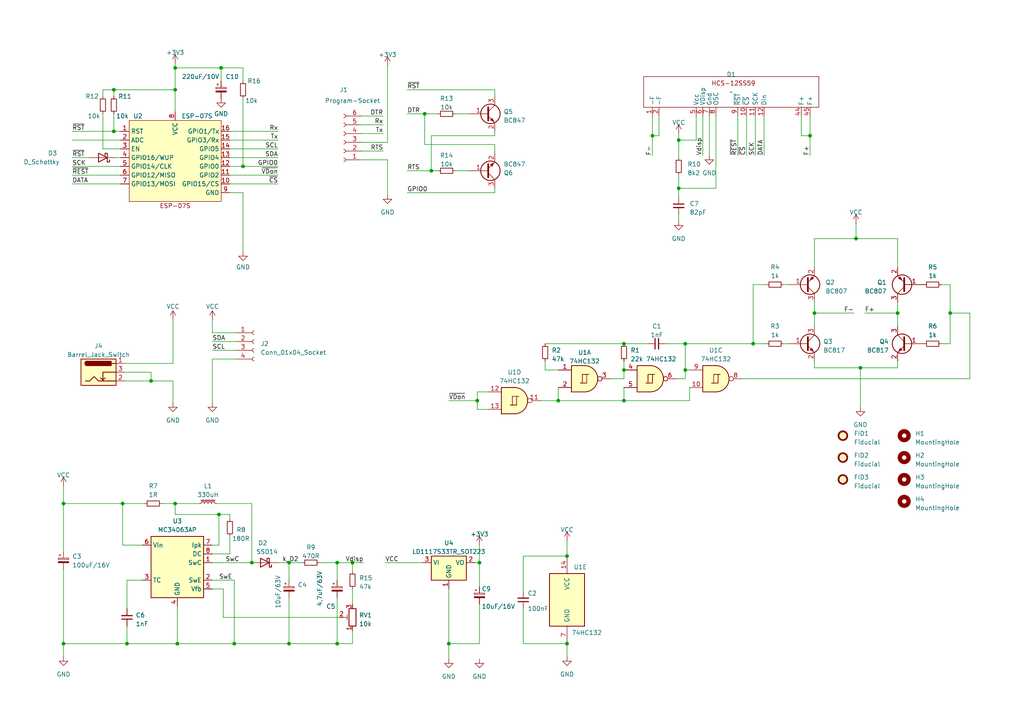
<source format=kicad_sch>
(kicad_sch (version 20230121) (generator eeschema)

  (uuid efabba15-7be5-4a85-8de9-2e9133471b1c)

  (paper "A4")

  (title_block
    (title "HCS-12SS59")
    (date "2023-07-18")
    (rev "0.1")
    (company "42nibbles")
    (comment 1 "Viete")
    (comment 4 "Universelles Samsung VFD-16 Segment Display")
  )

  (lib_symbols
    (symbol "74xx:74LS132" (pin_names (offset 1.016)) (in_bom yes) (on_board yes)
      (property "Reference" "U" (at 0 1.27 0)
        (effects (font (size 1.27 1.27)))
      )
      (property "Value" "74LS132" (at 0 -1.27 0)
        (effects (font (size 1.27 1.27)))
      )
      (property "Footprint" "" (at 0 0 0)
        (effects (font (size 1.27 1.27)) hide)
      )
      (property "Datasheet" "http://www.ti.com/lit/gpn/sn74LS132" (at 0 0 0)
        (effects (font (size 1.27 1.27)) hide)
      )
      (property "ki_locked" "" (at 0 0 0)
        (effects (font (size 1.27 1.27)))
      )
      (property "ki_keywords" "TTL Nand2" (at 0 0 0)
        (effects (font (size 1.27 1.27)) hide)
      )
      (property "ki_description" "Quad 2-input NAND Schmitt trigger" (at 0 0 0)
        (effects (font (size 1.27 1.27)) hide)
      )
      (property "ki_fp_filters" "DIP*W7.62mm*" (at 0 0 0)
        (effects (font (size 1.27 1.27)) hide)
      )
      (symbol "74LS132_1_0"
        (polyline
          (pts
            (xy -0.635 -1.27)
            (xy -0.635 1.27)
            (xy 0.635 1.27)
          )
          (stroke (width 0) (type default))
          (fill (type none))
        )
        (polyline
          (pts
            (xy -0.635 -1.27)
            (xy -0.635 1.27)
            (xy 0.635 1.27)
          )
          (stroke (width 0) (type default))
          (fill (type none))
        )
        (polyline
          (pts
            (xy -1.27 -1.27)
            (xy 0.635 -1.27)
            (xy 0.635 1.27)
            (xy 1.27 1.27)
          )
          (stroke (width 0) (type default))
          (fill (type none))
        )
        (polyline
          (pts
            (xy -1.27 -1.27)
            (xy 0.635 -1.27)
            (xy 0.635 1.27)
            (xy 1.27 1.27)
          )
          (stroke (width 0) (type default))
          (fill (type none))
        )
      )
      (symbol "74LS132_1_1"
        (arc (start 0 -3.81) (mid 3.7934 0) (end 0 3.81)
          (stroke (width 0.254) (type default))
          (fill (type background))
        )
        (polyline
          (pts
            (xy 0 3.81)
            (xy -3.81 3.81)
            (xy -3.81 -3.81)
            (xy 0 -3.81)
          )
          (stroke (width 0.254) (type default))
          (fill (type background))
        )
        (pin input line (at -7.62 2.54 0) (length 3.81)
          (name "~" (effects (font (size 1.27 1.27))))
          (number "1" (effects (font (size 1.27 1.27))))
        )
        (pin input line (at -7.62 -2.54 0) (length 3.81)
          (name "~" (effects (font (size 1.27 1.27))))
          (number "2" (effects (font (size 1.27 1.27))))
        )
        (pin output inverted (at 7.62 0 180) (length 3.81)
          (name "~" (effects (font (size 1.27 1.27))))
          (number "3" (effects (font (size 1.27 1.27))))
        )
      )
      (symbol "74LS132_1_2"
        (arc (start -3.81 -3.81) (mid -2.589 0) (end -3.81 3.81)
          (stroke (width 0.254) (type default))
          (fill (type none))
        )
        (arc (start -0.6096 -3.81) (mid 2.1842 -2.5851) (end 3.81 0)
          (stroke (width 0.254) (type default))
          (fill (type background))
        )
        (polyline
          (pts
            (xy -3.81 -3.81)
            (xy -0.635 -3.81)
          )
          (stroke (width 0.254) (type default))
          (fill (type background))
        )
        (polyline
          (pts
            (xy -3.81 3.81)
            (xy -0.635 3.81)
          )
          (stroke (width 0.254) (type default))
          (fill (type background))
        )
        (polyline
          (pts
            (xy -0.635 3.81)
            (xy -3.81 3.81)
            (xy -3.81 3.81)
            (xy -3.556 3.4036)
            (xy -3.0226 2.2606)
            (xy -2.6924 1.0414)
            (xy -2.6162 -0.254)
            (xy -2.7686 -1.4986)
            (xy -3.175 -2.7178)
            (xy -3.81 -3.81)
            (xy -3.81 -3.81)
            (xy -0.635 -3.81)
          )
          (stroke (width -25.4) (type default))
          (fill (type background))
        )
        (arc (start 3.81 0) (mid 2.1915 2.5936) (end -0.6096 3.81)
          (stroke (width 0.254) (type default))
          (fill (type background))
        )
        (pin input inverted (at -7.62 2.54 0) (length 4.318)
          (name "~" (effects (font (size 1.27 1.27))))
          (number "1" (effects (font (size 1.27 1.27))))
        )
        (pin input inverted (at -7.62 -2.54 0) (length 4.318)
          (name "~" (effects (font (size 1.27 1.27))))
          (number "2" (effects (font (size 1.27 1.27))))
        )
        (pin output line (at 7.62 0 180) (length 3.81)
          (name "~" (effects (font (size 1.27 1.27))))
          (number "3" (effects (font (size 1.27 1.27))))
        )
      )
      (symbol "74LS132_2_0"
        (polyline
          (pts
            (xy -0.635 -1.27)
            (xy -0.635 1.27)
            (xy 0.635 1.27)
          )
          (stroke (width 0) (type default))
          (fill (type none))
        )
        (polyline
          (pts
            (xy -0.635 -1.27)
            (xy -0.635 1.27)
            (xy 0.635 1.27)
          )
          (stroke (width 0) (type default))
          (fill (type none))
        )
        (polyline
          (pts
            (xy -1.27 -1.27)
            (xy 0.635 -1.27)
            (xy 0.635 1.27)
            (xy 1.27 1.27)
          )
          (stroke (width 0) (type default))
          (fill (type none))
        )
        (polyline
          (pts
            (xy -1.27 -1.27)
            (xy 0.635 -1.27)
            (xy 0.635 1.27)
            (xy 1.27 1.27)
          )
          (stroke (width 0) (type default))
          (fill (type none))
        )
      )
      (symbol "74LS132_2_1"
        (arc (start 0 -3.81) (mid 3.7934 0) (end 0 3.81)
          (stroke (width 0.254) (type default))
          (fill (type background))
        )
        (polyline
          (pts
            (xy 0 3.81)
            (xy -3.81 3.81)
            (xy -3.81 -3.81)
            (xy 0 -3.81)
          )
          (stroke (width 0.254) (type default))
          (fill (type background))
        )
        (pin input line (at -7.62 2.54 0) (length 3.81)
          (name "~" (effects (font (size 1.27 1.27))))
          (number "4" (effects (font (size 1.27 1.27))))
        )
        (pin input line (at -7.62 -2.54 0) (length 3.81)
          (name "~" (effects (font (size 1.27 1.27))))
          (number "5" (effects (font (size 1.27 1.27))))
        )
        (pin output inverted (at 7.62 0 180) (length 3.81)
          (name "~" (effects (font (size 1.27 1.27))))
          (number "6" (effects (font (size 1.27 1.27))))
        )
      )
      (symbol "74LS132_2_2"
        (arc (start -3.81 -3.81) (mid -2.589 0) (end -3.81 3.81)
          (stroke (width 0.254) (type default))
          (fill (type none))
        )
        (arc (start -0.6096 -3.81) (mid 2.1842 -2.5851) (end 3.81 0)
          (stroke (width 0.254) (type default))
          (fill (type background))
        )
        (polyline
          (pts
            (xy -3.81 -3.81)
            (xy -0.635 -3.81)
          )
          (stroke (width 0.254) (type default))
          (fill (type background))
        )
        (polyline
          (pts
            (xy -3.81 3.81)
            (xy -0.635 3.81)
          )
          (stroke (width 0.254) (type default))
          (fill (type background))
        )
        (polyline
          (pts
            (xy -0.635 3.81)
            (xy -3.81 3.81)
            (xy -3.81 3.81)
            (xy -3.556 3.4036)
            (xy -3.0226 2.2606)
            (xy -2.6924 1.0414)
            (xy -2.6162 -0.254)
            (xy -2.7686 -1.4986)
            (xy -3.175 -2.7178)
            (xy -3.81 -3.81)
            (xy -3.81 -3.81)
            (xy -0.635 -3.81)
          )
          (stroke (width -25.4) (type default))
          (fill (type background))
        )
        (arc (start 3.81 0) (mid 2.1915 2.5936) (end -0.6096 3.81)
          (stroke (width 0.254) (type default))
          (fill (type background))
        )
        (pin input inverted (at -7.62 2.54 0) (length 4.318)
          (name "~" (effects (font (size 1.27 1.27))))
          (number "4" (effects (font (size 1.27 1.27))))
        )
        (pin input inverted (at -7.62 -2.54 0) (length 4.318)
          (name "~" (effects (font (size 1.27 1.27))))
          (number "5" (effects (font (size 1.27 1.27))))
        )
        (pin output line (at 7.62 0 180) (length 3.81)
          (name "~" (effects (font (size 1.27 1.27))))
          (number "6" (effects (font (size 1.27 1.27))))
        )
      )
      (symbol "74LS132_3_0"
        (polyline
          (pts
            (xy -0.635 -1.27)
            (xy -0.635 1.27)
            (xy 0.635 1.27)
          )
          (stroke (width 0) (type default))
          (fill (type none))
        )
        (polyline
          (pts
            (xy -0.635 -1.27)
            (xy -0.635 1.27)
            (xy 0.635 1.27)
          )
          (stroke (width 0) (type default))
          (fill (type none))
        )
        (polyline
          (pts
            (xy -1.27 -1.27)
            (xy 0.635 -1.27)
            (xy 0.635 1.27)
            (xy 1.27 1.27)
          )
          (stroke (width 0) (type default))
          (fill (type none))
        )
        (polyline
          (pts
            (xy -1.27 -1.27)
            (xy 0.635 -1.27)
            (xy 0.635 1.27)
            (xy 1.27 1.27)
          )
          (stroke (width 0) (type default))
          (fill (type none))
        )
      )
      (symbol "74LS132_3_1"
        (arc (start 0 -3.81) (mid 3.7934 0) (end 0 3.81)
          (stroke (width 0.254) (type default))
          (fill (type background))
        )
        (polyline
          (pts
            (xy 0 3.81)
            (xy -3.81 3.81)
            (xy -3.81 -3.81)
            (xy 0 -3.81)
          )
          (stroke (width 0.254) (type default))
          (fill (type background))
        )
        (pin input line (at -7.62 -2.54 0) (length 3.81)
          (name "~" (effects (font (size 1.27 1.27))))
          (number "10" (effects (font (size 1.27 1.27))))
        )
        (pin output inverted (at 7.62 0 180) (length 3.81)
          (name "~" (effects (font (size 1.27 1.27))))
          (number "8" (effects (font (size 1.27 1.27))))
        )
        (pin input line (at -7.62 2.54 0) (length 3.81)
          (name "~" (effects (font (size 1.27 1.27))))
          (number "9" (effects (font (size 1.27 1.27))))
        )
      )
      (symbol "74LS132_3_2"
        (arc (start -3.81 -3.81) (mid -2.589 0) (end -3.81 3.81)
          (stroke (width 0.254) (type default))
          (fill (type none))
        )
        (arc (start -0.6096 -3.81) (mid 2.1842 -2.5851) (end 3.81 0)
          (stroke (width 0.254) (type default))
          (fill (type background))
        )
        (polyline
          (pts
            (xy -3.81 -3.81)
            (xy -0.635 -3.81)
          )
          (stroke (width 0.254) (type default))
          (fill (type background))
        )
        (polyline
          (pts
            (xy -3.81 3.81)
            (xy -0.635 3.81)
          )
          (stroke (width 0.254) (type default))
          (fill (type background))
        )
        (polyline
          (pts
            (xy -0.635 3.81)
            (xy -3.81 3.81)
            (xy -3.81 3.81)
            (xy -3.556 3.4036)
            (xy -3.0226 2.2606)
            (xy -2.6924 1.0414)
            (xy -2.6162 -0.254)
            (xy -2.7686 -1.4986)
            (xy -3.175 -2.7178)
            (xy -3.81 -3.81)
            (xy -3.81 -3.81)
            (xy -0.635 -3.81)
          )
          (stroke (width -25.4) (type default))
          (fill (type background))
        )
        (arc (start 3.81 0) (mid 2.1915 2.5936) (end -0.6096 3.81)
          (stroke (width 0.254) (type default))
          (fill (type background))
        )
        (pin input inverted (at -7.62 -2.54 0) (length 4.318)
          (name "~" (effects (font (size 1.27 1.27))))
          (number "10" (effects (font (size 1.27 1.27))))
        )
        (pin output line (at 7.62 0 180) (length 3.81)
          (name "~" (effects (font (size 1.27 1.27))))
          (number "8" (effects (font (size 1.27 1.27))))
        )
        (pin input inverted (at -7.62 2.54 0) (length 4.318)
          (name "~" (effects (font (size 1.27 1.27))))
          (number "9" (effects (font (size 1.27 1.27))))
        )
      )
      (symbol "74LS132_4_0"
        (polyline
          (pts
            (xy -0.635 -1.27)
            (xy -0.635 1.27)
            (xy 0.635 1.27)
          )
          (stroke (width 0) (type default))
          (fill (type none))
        )
        (polyline
          (pts
            (xy -0.635 -1.27)
            (xy -0.635 1.27)
            (xy 0.635 1.27)
          )
          (stroke (width 0) (type default))
          (fill (type none))
        )
        (polyline
          (pts
            (xy -1.27 -1.27)
            (xy 0.635 -1.27)
            (xy 0.635 1.27)
            (xy 1.27 1.27)
          )
          (stroke (width 0) (type default))
          (fill (type none))
        )
        (polyline
          (pts
            (xy -1.27 -1.27)
            (xy 0.635 -1.27)
            (xy 0.635 1.27)
            (xy 1.27 1.27)
          )
          (stroke (width 0) (type default))
          (fill (type none))
        )
      )
      (symbol "74LS132_4_1"
        (arc (start 0 -3.81) (mid 3.7934 0) (end 0 3.81)
          (stroke (width 0.254) (type default))
          (fill (type background))
        )
        (polyline
          (pts
            (xy 0 3.81)
            (xy -3.81 3.81)
            (xy -3.81 -3.81)
            (xy 0 -3.81)
          )
          (stroke (width 0.254) (type default))
          (fill (type background))
        )
        (pin output inverted (at 7.62 0 180) (length 3.81)
          (name "~" (effects (font (size 1.27 1.27))))
          (number "11" (effects (font (size 1.27 1.27))))
        )
        (pin input line (at -7.62 2.54 0) (length 3.81)
          (name "~" (effects (font (size 1.27 1.27))))
          (number "12" (effects (font (size 1.27 1.27))))
        )
        (pin input line (at -7.62 -2.54 0) (length 3.81)
          (name "~" (effects (font (size 1.27 1.27))))
          (number "13" (effects (font (size 1.27 1.27))))
        )
      )
      (symbol "74LS132_4_2"
        (arc (start -3.81 -3.81) (mid -2.589 0) (end -3.81 3.81)
          (stroke (width 0.254) (type default))
          (fill (type none))
        )
        (arc (start -0.6096 -3.81) (mid 2.1842 -2.5851) (end 3.81 0)
          (stroke (width 0.254) (type default))
          (fill (type background))
        )
        (polyline
          (pts
            (xy -3.81 -3.81)
            (xy -0.635 -3.81)
          )
          (stroke (width 0.254) (type default))
          (fill (type background))
        )
        (polyline
          (pts
            (xy -3.81 3.81)
            (xy -0.635 3.81)
          )
          (stroke (width 0.254) (type default))
          (fill (type background))
        )
        (polyline
          (pts
            (xy -0.635 3.81)
            (xy -3.81 3.81)
            (xy -3.81 3.81)
            (xy -3.556 3.4036)
            (xy -3.0226 2.2606)
            (xy -2.6924 1.0414)
            (xy -2.6162 -0.254)
            (xy -2.7686 -1.4986)
            (xy -3.175 -2.7178)
            (xy -3.81 -3.81)
            (xy -3.81 -3.81)
            (xy -0.635 -3.81)
          )
          (stroke (width -25.4) (type default))
          (fill (type background))
        )
        (arc (start 3.81 0) (mid 2.1915 2.5936) (end -0.6096 3.81)
          (stroke (width 0.254) (type default))
          (fill (type background))
        )
        (pin output line (at 7.62 0 180) (length 3.81)
          (name "~" (effects (font (size 1.27 1.27))))
          (number "11" (effects (font (size 1.27 1.27))))
        )
        (pin input inverted (at -7.62 2.54 0) (length 4.318)
          (name "~" (effects (font (size 1.27 1.27))))
          (number "12" (effects (font (size 1.27 1.27))))
        )
        (pin input inverted (at -7.62 -2.54 0) (length 4.318)
          (name "~" (effects (font (size 1.27 1.27))))
          (number "13" (effects (font (size 1.27 1.27))))
        )
      )
      (symbol "74LS132_5_0"
        (pin power_in line (at 0 12.7 270) (length 5.08)
          (name "VCC" (effects (font (size 1.27 1.27))))
          (number "14" (effects (font (size 1.27 1.27))))
        )
        (pin power_in line (at 0 -12.7 90) (length 5.08)
          (name "GND" (effects (font (size 1.27 1.27))))
          (number "7" (effects (font (size 1.27 1.27))))
        )
      )
      (symbol "74LS132_5_1"
        (rectangle (start -5.08 7.62) (end 5.08 -7.62)
          (stroke (width 0.254) (type default))
          (fill (type background))
        )
      )
    )
    (symbol "Connector:Barrel_Jack_Switch" (pin_names hide) (in_bom yes) (on_board yes)
      (property "Reference" "J" (at 0 5.334 0)
        (effects (font (size 1.27 1.27)))
      )
      (property "Value" "Barrel_Jack_Switch" (at 0 -5.08 0)
        (effects (font (size 1.27 1.27)))
      )
      (property "Footprint" "" (at 1.27 -1.016 0)
        (effects (font (size 1.27 1.27)) hide)
      )
      (property "Datasheet" "~" (at 1.27 -1.016 0)
        (effects (font (size 1.27 1.27)) hide)
      )
      (property "ki_keywords" "DC power barrel jack connector" (at 0 0 0)
        (effects (font (size 1.27 1.27)) hide)
      )
      (property "ki_description" "DC Barrel Jack with an internal switch" (at 0 0 0)
        (effects (font (size 1.27 1.27)) hide)
      )
      (property "ki_fp_filters" "BarrelJack*" (at 0 0 0)
        (effects (font (size 1.27 1.27)) hide)
      )
      (symbol "Barrel_Jack_Switch_0_1"
        (rectangle (start -5.08 3.81) (end 5.08 -3.81)
          (stroke (width 0.254) (type default))
          (fill (type background))
        )
        (arc (start -3.302 3.175) (mid -3.9343 2.54) (end -3.302 1.905)
          (stroke (width 0.254) (type default))
          (fill (type none))
        )
        (arc (start -3.302 3.175) (mid -3.9343 2.54) (end -3.302 1.905)
          (stroke (width 0.254) (type default))
          (fill (type outline))
        )
        (polyline
          (pts
            (xy 1.27 -2.286)
            (xy 1.905 -1.651)
          )
          (stroke (width 0.254) (type default))
          (fill (type none))
        )
        (polyline
          (pts
            (xy 5.08 2.54)
            (xy 3.81 2.54)
          )
          (stroke (width 0.254) (type default))
          (fill (type none))
        )
        (polyline
          (pts
            (xy 5.08 0)
            (xy 1.27 0)
            (xy 1.27 -2.286)
            (xy 0.635 -1.651)
          )
          (stroke (width 0.254) (type default))
          (fill (type none))
        )
        (polyline
          (pts
            (xy -3.81 -2.54)
            (xy -2.54 -2.54)
            (xy -1.27 -1.27)
            (xy 0 -2.54)
            (xy 2.54 -2.54)
            (xy 5.08 -2.54)
          )
          (stroke (width 0.254) (type default))
          (fill (type none))
        )
        (rectangle (start 3.683 3.175) (end -3.302 1.905)
          (stroke (width 0.254) (type default))
          (fill (type outline))
        )
      )
      (symbol "Barrel_Jack_Switch_1_1"
        (pin passive line (at 7.62 2.54 180) (length 2.54)
          (name "~" (effects (font (size 1.27 1.27))))
          (number "1" (effects (font (size 1.27 1.27))))
        )
        (pin passive line (at 7.62 -2.54 180) (length 2.54)
          (name "~" (effects (font (size 1.27 1.27))))
          (number "2" (effects (font (size 1.27 1.27))))
        )
        (pin passive line (at 7.62 0 180) (length 2.54)
          (name "~" (effects (font (size 1.27 1.27))))
          (number "3" (effects (font (size 1.27 1.27))))
        )
      )
    )
    (symbol "Connector:Conn_01x04_Socket" (pin_names (offset 1.016) hide) (in_bom yes) (on_board yes)
      (property "Reference" "J" (at 0 5.08 0)
        (effects (font (size 1.27 1.27)))
      )
      (property "Value" "Conn_01x04_Socket" (at 0 -7.62 0)
        (effects (font (size 1.27 1.27)))
      )
      (property "Footprint" "" (at 0 0 0)
        (effects (font (size 1.27 1.27)) hide)
      )
      (property "Datasheet" "~" (at 0 0 0)
        (effects (font (size 1.27 1.27)) hide)
      )
      (property "ki_locked" "" (at 0 0 0)
        (effects (font (size 1.27 1.27)))
      )
      (property "ki_keywords" "connector" (at 0 0 0)
        (effects (font (size 1.27 1.27)) hide)
      )
      (property "ki_description" "Generic connector, single row, 01x04, script generated" (at 0 0 0)
        (effects (font (size 1.27 1.27)) hide)
      )
      (property "ki_fp_filters" "Connector*:*_1x??_*" (at 0 0 0)
        (effects (font (size 1.27 1.27)) hide)
      )
      (symbol "Conn_01x04_Socket_1_1"
        (arc (start 0 -4.572) (mid -0.5058 -5.08) (end 0 -5.588)
          (stroke (width 0.1524) (type default))
          (fill (type none))
        )
        (arc (start 0 -2.032) (mid -0.5058 -2.54) (end 0 -3.048)
          (stroke (width 0.1524) (type default))
          (fill (type none))
        )
        (polyline
          (pts
            (xy -1.27 -5.08)
            (xy -0.508 -5.08)
          )
          (stroke (width 0.1524) (type default))
          (fill (type none))
        )
        (polyline
          (pts
            (xy -1.27 -2.54)
            (xy -0.508 -2.54)
          )
          (stroke (width 0.1524) (type default))
          (fill (type none))
        )
        (polyline
          (pts
            (xy -1.27 0)
            (xy -0.508 0)
          )
          (stroke (width 0.1524) (type default))
          (fill (type none))
        )
        (polyline
          (pts
            (xy -1.27 2.54)
            (xy -0.508 2.54)
          )
          (stroke (width 0.1524) (type default))
          (fill (type none))
        )
        (arc (start 0 0.508) (mid -0.5058 0) (end 0 -0.508)
          (stroke (width 0.1524) (type default))
          (fill (type none))
        )
        (arc (start 0 3.048) (mid -0.5058 2.54) (end 0 2.032)
          (stroke (width 0.1524) (type default))
          (fill (type none))
        )
        (pin passive line (at -5.08 2.54 0) (length 3.81)
          (name "Pin_1" (effects (font (size 1.27 1.27))))
          (number "1" (effects (font (size 1.27 1.27))))
        )
        (pin passive line (at -5.08 0 0) (length 3.81)
          (name "Pin_2" (effects (font (size 1.27 1.27))))
          (number "2" (effects (font (size 1.27 1.27))))
        )
        (pin passive line (at -5.08 -2.54 0) (length 3.81)
          (name "Pin_3" (effects (font (size 1.27 1.27))))
          (number "3" (effects (font (size 1.27 1.27))))
        )
        (pin passive line (at -5.08 -5.08 0) (length 3.81)
          (name "Pin_4" (effects (font (size 1.27 1.27))))
          (number "4" (effects (font (size 1.27 1.27))))
        )
      )
    )
    (symbol "Connector:Conn_01x06_Socket" (pin_names (offset 1.016) hide) (in_bom yes) (on_board yes)
      (property "Reference" "J" (at 0 7.62 0)
        (effects (font (size 1.27 1.27)))
      )
      (property "Value" "Conn_01x06_Socket" (at 0 -10.16 0)
        (effects (font (size 1.27 1.27)))
      )
      (property "Footprint" "" (at 0 0 0)
        (effects (font (size 1.27 1.27)) hide)
      )
      (property "Datasheet" "~" (at 0 0 0)
        (effects (font (size 1.27 1.27)) hide)
      )
      (property "ki_locked" "" (at 0 0 0)
        (effects (font (size 1.27 1.27)))
      )
      (property "ki_keywords" "connector" (at 0 0 0)
        (effects (font (size 1.27 1.27)) hide)
      )
      (property "ki_description" "Generic connector, single row, 01x06, script generated" (at 0 0 0)
        (effects (font (size 1.27 1.27)) hide)
      )
      (property "ki_fp_filters" "Connector*:*_1x??_*" (at 0 0 0)
        (effects (font (size 1.27 1.27)) hide)
      )
      (symbol "Conn_01x06_Socket_1_1"
        (arc (start 0 -7.112) (mid -0.5058 -7.62) (end 0 -8.128)
          (stroke (width 0.1524) (type default))
          (fill (type none))
        )
        (arc (start 0 -4.572) (mid -0.5058 -5.08) (end 0 -5.588)
          (stroke (width 0.1524) (type default))
          (fill (type none))
        )
        (arc (start 0 -2.032) (mid -0.5058 -2.54) (end 0 -3.048)
          (stroke (width 0.1524) (type default))
          (fill (type none))
        )
        (polyline
          (pts
            (xy -1.27 -7.62)
            (xy -0.508 -7.62)
          )
          (stroke (width 0.1524) (type default))
          (fill (type none))
        )
        (polyline
          (pts
            (xy -1.27 -5.08)
            (xy -0.508 -5.08)
          )
          (stroke (width 0.1524) (type default))
          (fill (type none))
        )
        (polyline
          (pts
            (xy -1.27 -2.54)
            (xy -0.508 -2.54)
          )
          (stroke (width 0.1524) (type default))
          (fill (type none))
        )
        (polyline
          (pts
            (xy -1.27 0)
            (xy -0.508 0)
          )
          (stroke (width 0.1524) (type default))
          (fill (type none))
        )
        (polyline
          (pts
            (xy -1.27 2.54)
            (xy -0.508 2.54)
          )
          (stroke (width 0.1524) (type default))
          (fill (type none))
        )
        (polyline
          (pts
            (xy -1.27 5.08)
            (xy -0.508 5.08)
          )
          (stroke (width 0.1524) (type default))
          (fill (type none))
        )
        (arc (start 0 0.508) (mid -0.5058 0) (end 0 -0.508)
          (stroke (width 0.1524) (type default))
          (fill (type none))
        )
        (arc (start 0 3.048) (mid -0.5058 2.54) (end 0 2.032)
          (stroke (width 0.1524) (type default))
          (fill (type none))
        )
        (arc (start 0 5.588) (mid -0.5058 5.08) (end 0 4.572)
          (stroke (width 0.1524) (type default))
          (fill (type none))
        )
        (pin passive line (at -5.08 5.08 0) (length 3.81)
          (name "Pin_1" (effects (font (size 1.27 1.27))))
          (number "1" (effects (font (size 1.27 1.27))))
        )
        (pin passive line (at -5.08 2.54 0) (length 3.81)
          (name "Pin_2" (effects (font (size 1.27 1.27))))
          (number "2" (effects (font (size 1.27 1.27))))
        )
        (pin passive line (at -5.08 0 0) (length 3.81)
          (name "Pin_3" (effects (font (size 1.27 1.27))))
          (number "3" (effects (font (size 1.27 1.27))))
        )
        (pin passive line (at -5.08 -2.54 0) (length 3.81)
          (name "Pin_4" (effects (font (size 1.27 1.27))))
          (number "4" (effects (font (size 1.27 1.27))))
        )
        (pin passive line (at -5.08 -5.08 0) (length 3.81)
          (name "Pin_5" (effects (font (size 1.27 1.27))))
          (number "5" (effects (font (size 1.27 1.27))))
        )
        (pin passive line (at -5.08 -7.62 0) (length 3.81)
          (name "Pin_6" (effects (font (size 1.27 1.27))))
          (number "6" (effects (font (size 1.27 1.27))))
        )
      )
    )
    (symbol "Device:C_Polarized_Small" (pin_numbers hide) (pin_names (offset 0.254) hide) (in_bom yes) (on_board yes)
      (property "Reference" "C" (at 0.254 1.778 0)
        (effects (font (size 1.27 1.27)) (justify left))
      )
      (property "Value" "C_Polarized_Small" (at 0.254 -2.032 0)
        (effects (font (size 1.27 1.27)) (justify left))
      )
      (property "Footprint" "" (at 0 0 0)
        (effects (font (size 1.27 1.27)) hide)
      )
      (property "Datasheet" "~" (at 0 0 0)
        (effects (font (size 1.27 1.27)) hide)
      )
      (property "ki_keywords" "cap capacitor" (at 0 0 0)
        (effects (font (size 1.27 1.27)) hide)
      )
      (property "ki_description" "Polarized capacitor, small symbol" (at 0 0 0)
        (effects (font (size 1.27 1.27)) hide)
      )
      (property "ki_fp_filters" "CP_*" (at 0 0 0)
        (effects (font (size 1.27 1.27)) hide)
      )
      (symbol "C_Polarized_Small_0_1"
        (rectangle (start -1.524 -0.3048) (end 1.524 -0.6858)
          (stroke (width 0) (type default))
          (fill (type outline))
        )
        (rectangle (start -1.524 0.6858) (end 1.524 0.3048)
          (stroke (width 0) (type default))
          (fill (type none))
        )
        (polyline
          (pts
            (xy -1.27 1.524)
            (xy -0.762 1.524)
          )
          (stroke (width 0) (type default))
          (fill (type none))
        )
        (polyline
          (pts
            (xy -1.016 1.27)
            (xy -1.016 1.778)
          )
          (stroke (width 0) (type default))
          (fill (type none))
        )
      )
      (symbol "C_Polarized_Small_1_1"
        (pin passive line (at 0 2.54 270) (length 1.8542)
          (name "~" (effects (font (size 1.27 1.27))))
          (number "1" (effects (font (size 1.27 1.27))))
        )
        (pin passive line (at 0 -2.54 90) (length 1.8542)
          (name "~" (effects (font (size 1.27 1.27))))
          (number "2" (effects (font (size 1.27 1.27))))
        )
      )
    )
    (symbol "Device:C_Small" (pin_numbers hide) (pin_names (offset 0.254) hide) (in_bom yes) (on_board yes)
      (property "Reference" "C" (at 0.254 1.778 0)
        (effects (font (size 1.27 1.27)) (justify left))
      )
      (property "Value" "C_Small" (at 0.254 -2.032 0)
        (effects (font (size 1.27 1.27)) (justify left))
      )
      (property "Footprint" "" (at 0 0 0)
        (effects (font (size 1.27 1.27)) hide)
      )
      (property "Datasheet" "~" (at 0 0 0)
        (effects (font (size 1.27 1.27)) hide)
      )
      (property "ki_keywords" "capacitor cap" (at 0 0 0)
        (effects (font (size 1.27 1.27)) hide)
      )
      (property "ki_description" "Unpolarized capacitor, small symbol" (at 0 0 0)
        (effects (font (size 1.27 1.27)) hide)
      )
      (property "ki_fp_filters" "C_*" (at 0 0 0)
        (effects (font (size 1.27 1.27)) hide)
      )
      (symbol "C_Small_0_1"
        (polyline
          (pts
            (xy -1.524 -0.508)
            (xy 1.524 -0.508)
          )
          (stroke (width 0.3302) (type default))
          (fill (type none))
        )
        (polyline
          (pts
            (xy -1.524 0.508)
            (xy 1.524 0.508)
          )
          (stroke (width 0.3048) (type default))
          (fill (type none))
        )
      )
      (symbol "C_Small_1_1"
        (pin passive line (at 0 2.54 270) (length 2.032)
          (name "~" (effects (font (size 1.27 1.27))))
          (number "1" (effects (font (size 1.27 1.27))))
        )
        (pin passive line (at 0 -2.54 90) (length 2.032)
          (name "~" (effects (font (size 1.27 1.27))))
          (number "2" (effects (font (size 1.27 1.27))))
        )
      )
    )
    (symbol "Device:D_Schottky" (pin_numbers hide) (pin_names (offset 1.016) hide) (in_bom yes) (on_board yes)
      (property "Reference" "D" (at 0 2.54 0)
        (effects (font (size 1.27 1.27)))
      )
      (property "Value" "D_Schottky" (at 0 -2.54 0)
        (effects (font (size 1.27 1.27)))
      )
      (property "Footprint" "" (at 0 0 0)
        (effects (font (size 1.27 1.27)) hide)
      )
      (property "Datasheet" "~" (at 0 0 0)
        (effects (font (size 1.27 1.27)) hide)
      )
      (property "ki_keywords" "diode Schottky" (at 0 0 0)
        (effects (font (size 1.27 1.27)) hide)
      )
      (property "ki_description" "Schottky diode" (at 0 0 0)
        (effects (font (size 1.27 1.27)) hide)
      )
      (property "ki_fp_filters" "TO-???* *_Diode_* *SingleDiode* D_*" (at 0 0 0)
        (effects (font (size 1.27 1.27)) hide)
      )
      (symbol "D_Schottky_0_1"
        (polyline
          (pts
            (xy 1.27 0)
            (xy -1.27 0)
          )
          (stroke (width 0) (type default))
          (fill (type none))
        )
        (polyline
          (pts
            (xy 1.27 1.27)
            (xy 1.27 -1.27)
            (xy -1.27 0)
            (xy 1.27 1.27)
          )
          (stroke (width 0.254) (type default))
          (fill (type none))
        )
        (polyline
          (pts
            (xy -1.905 0.635)
            (xy -1.905 1.27)
            (xy -1.27 1.27)
            (xy -1.27 -1.27)
            (xy -0.635 -1.27)
            (xy -0.635 -0.635)
          )
          (stroke (width 0.254) (type default))
          (fill (type none))
        )
      )
      (symbol "D_Schottky_1_1"
        (pin passive line (at -3.81 0 0) (length 2.54)
          (name "K" (effects (font (size 1.27 1.27))))
          (number "1" (effects (font (size 1.27 1.27))))
        )
        (pin passive line (at 3.81 0 180) (length 2.54)
          (name "A" (effects (font (size 1.27 1.27))))
          (number "2" (effects (font (size 1.27 1.27))))
        )
      )
    )
    (symbol "Device:L_Iron_Small" (pin_numbers hide) (pin_names (offset 0.254) hide) (in_bom yes) (on_board yes)
      (property "Reference" "L" (at 1.27 1.016 0)
        (effects (font (size 1.27 1.27)) (justify left))
      )
      (property "Value" "L_Iron_Small" (at 1.27 -1.27 0)
        (effects (font (size 1.27 1.27)) (justify left))
      )
      (property "Footprint" "" (at 0 0 0)
        (effects (font (size 1.27 1.27)) hide)
      )
      (property "Datasheet" "~" (at 0 0 0)
        (effects (font (size 1.27 1.27)) hide)
      )
      (property "ki_keywords" "inductor choke coil reactor magnetic" (at 0 0 0)
        (effects (font (size 1.27 1.27)) hide)
      )
      (property "ki_description" "Inductor with iron core, small symbol" (at 0 0 0)
        (effects (font (size 1.27 1.27)) hide)
      )
      (property "ki_fp_filters" "Choke_* *Coil* Inductor_* L_*" (at 0 0 0)
        (effects (font (size 1.27 1.27)) hide)
      )
      (symbol "L_Iron_Small_0_1"
        (arc (start 0 -2.032) (mid 0.5058 -1.524) (end 0 -1.016)
          (stroke (width 0) (type default))
          (fill (type none))
        )
        (arc (start 0 -1.016) (mid 0.5058 -0.508) (end 0 0)
          (stroke (width 0) (type default))
          (fill (type none))
        )
        (polyline
          (pts
            (xy 0.762 2.032)
            (xy 0.762 -2.032)
          )
          (stroke (width 0) (type default))
          (fill (type none))
        )
        (polyline
          (pts
            (xy 1.016 -2.032)
            (xy 1.016 2.032)
          )
          (stroke (width 0) (type default))
          (fill (type none))
        )
        (arc (start 0 0) (mid 0.5058 0.508) (end 0 1.016)
          (stroke (width 0) (type default))
          (fill (type none))
        )
        (arc (start 0 1.016) (mid 0.5058 1.524) (end 0 2.032)
          (stroke (width 0) (type default))
          (fill (type none))
        )
      )
      (symbol "L_Iron_Small_1_1"
        (pin passive line (at 0 2.54 270) (length 0.508)
          (name "~" (effects (font (size 1.27 1.27))))
          (number "1" (effects (font (size 1.27 1.27))))
        )
        (pin passive line (at 0 -2.54 90) (length 0.508)
          (name "~" (effects (font (size 1.27 1.27))))
          (number "2" (effects (font (size 1.27 1.27))))
        )
      )
    )
    (symbol "Device:R_Potentiometer_Trim" (pin_names (offset 1.016) hide) (in_bom yes) (on_board yes)
      (property "Reference" "RV" (at -4.445 0 90)
        (effects (font (size 1.27 1.27)))
      )
      (property "Value" "R_Potentiometer_Trim" (at -2.54 0 90)
        (effects (font (size 1.27 1.27)))
      )
      (property "Footprint" "" (at 0 0 0)
        (effects (font (size 1.27 1.27)) hide)
      )
      (property "Datasheet" "~" (at 0 0 0)
        (effects (font (size 1.27 1.27)) hide)
      )
      (property "ki_keywords" "resistor variable trimpot trimmer" (at 0 0 0)
        (effects (font (size 1.27 1.27)) hide)
      )
      (property "ki_description" "Trim-potentiometer" (at 0 0 0)
        (effects (font (size 1.27 1.27)) hide)
      )
      (property "ki_fp_filters" "Potentiometer*" (at 0 0 0)
        (effects (font (size 1.27 1.27)) hide)
      )
      (symbol "R_Potentiometer_Trim_0_1"
        (polyline
          (pts
            (xy 1.524 0.762)
            (xy 1.524 -0.762)
          )
          (stroke (width 0) (type default))
          (fill (type none))
        )
        (polyline
          (pts
            (xy 2.54 0)
            (xy 1.524 0)
          )
          (stroke (width 0) (type default))
          (fill (type none))
        )
        (rectangle (start 1.016 2.54) (end -1.016 -2.54)
          (stroke (width 0.254) (type default))
          (fill (type none))
        )
      )
      (symbol "R_Potentiometer_Trim_1_1"
        (pin passive line (at 0 3.81 270) (length 1.27)
          (name "1" (effects (font (size 1.27 1.27))))
          (number "1" (effects (font (size 1.27 1.27))))
        )
        (pin passive line (at 3.81 0 180) (length 1.27)
          (name "2" (effects (font (size 1.27 1.27))))
          (number "2" (effects (font (size 1.27 1.27))))
        )
        (pin passive line (at 0 -3.81 90) (length 1.27)
          (name "3" (effects (font (size 1.27 1.27))))
          (number "3" (effects (font (size 1.27 1.27))))
        )
      )
    )
    (symbol "Device:R_Small" (pin_numbers hide) (pin_names (offset 0.254) hide) (in_bom yes) (on_board yes)
      (property "Reference" "R" (at 0.762 0.508 0)
        (effects (font (size 1.27 1.27)) (justify left))
      )
      (property "Value" "R_Small" (at 0.762 -1.016 0)
        (effects (font (size 1.27 1.27)) (justify left))
      )
      (property "Footprint" "" (at 0 0 0)
        (effects (font (size 1.27 1.27)) hide)
      )
      (property "Datasheet" "~" (at 0 0 0)
        (effects (font (size 1.27 1.27)) hide)
      )
      (property "ki_keywords" "R resistor" (at 0 0 0)
        (effects (font (size 1.27 1.27)) hide)
      )
      (property "ki_description" "Resistor, small symbol" (at 0 0 0)
        (effects (font (size 1.27 1.27)) hide)
      )
      (property "ki_fp_filters" "R_*" (at 0 0 0)
        (effects (font (size 1.27 1.27)) hide)
      )
      (symbol "R_Small_0_1"
        (rectangle (start -0.762 1.778) (end 0.762 -1.778)
          (stroke (width 0.2032) (type default))
          (fill (type none))
        )
      )
      (symbol "R_Small_1_1"
        (pin passive line (at 0 2.54 270) (length 0.762)
          (name "~" (effects (font (size 1.27 1.27))))
          (number "1" (effects (font (size 1.27 1.27))))
        )
        (pin passive line (at 0 -2.54 90) (length 0.762)
          (name "~" (effects (font (size 1.27 1.27))))
          (number "2" (effects (font (size 1.27 1.27))))
        )
      )
    )
    (symbol "ESP-07S:ESP-07S-THT" (in_bom yes) (on_board yes)
      (property "Reference" "U" (at -12.7 13.335 0)
        (effects (font (size 1.27 1.27)))
      )
      (property "Value" "" (at 0 0 0)
        (effects (font (size 1.27 1.27)))
      )
      (property "Footprint" "" (at 0 0 0)
        (effects (font (size 1.27 1.27)) hide)
      )
      (property "Datasheet" "" (at 0 0 0)
        (effects (font (size 1.27 1.27)) hide)
      )
      (symbol "ESP-07S-THT_1_1"
        (rectangle (start -13.335 12.065) (end 13.335 -11.43)
          (stroke (width 0) (type default))
          (fill (type background))
        )
        (text "ESP-07S" (at 0 -12.7 0)
          (effects (font (size 1.27 1.27)))
        )
        (pin input line (at -15.875 8.89 0) (length 2.54)
          (name "RST" (effects (font (size 1.27 1.27))))
          (number "1" (effects (font (size 1.27 1.27))))
        )
        (pin bidirectional line (at 15.875 -6.35 180) (length 2.54)
          (name "GPIO15/CS" (effects (font (size 1.27 1.27))))
          (number "10" (effects (font (size 1.27 1.27))))
        )
        (pin bidirectional line (at 15.875 -3.81 180) (length 2.54)
          (name "GPIO2" (effects (font (size 1.27 1.27))))
          (number "11" (effects (font (size 1.27 1.27))))
        )
        (pin bidirectional line (at 15.875 -1.27 180) (length 2.54)
          (name "GPIO0" (effects (font (size 1.27 1.27))))
          (number "12" (effects (font (size 1.27 1.27))))
        )
        (pin bidirectional line (at 15.875 1.27 180) (length 2.54)
          (name "GPIO4" (effects (font (size 1.27 1.27))))
          (number "13" (effects (font (size 1.27 1.27))))
        )
        (pin bidirectional line (at 15.875 3.81 180) (length 2.54)
          (name "GPIO5" (effects (font (size 1.27 1.27))))
          (number "14" (effects (font (size 1.27 1.27))))
        )
        (pin input line (at 15.875 6.35 180) (length 2.54)
          (name "GPIO3/Rx" (effects (font (size 1.27 1.27))))
          (number "15" (effects (font (size 1.27 1.27))))
        )
        (pin output line (at 15.875 8.89 180) (length 2.54)
          (name "GPIO1/Tx" (effects (font (size 1.27 1.27))))
          (number "16" (effects (font (size 1.27 1.27))))
        )
        (pin input line (at -15.875 6.35 0) (length 2.54)
          (name "ADC" (effects (font (size 1.27 1.27))))
          (number "2" (effects (font (size 1.27 1.27))))
        )
        (pin input line (at -15.875 3.81 0) (length 2.54)
          (name "EN" (effects (font (size 1.27 1.27))))
          (number "3" (effects (font (size 1.27 1.27))))
        )
        (pin bidirectional line (at -15.875 1.27 0) (length 2.54)
          (name "GPIO16/WUP" (effects (font (size 1.27 1.27))))
          (number "4" (effects (font (size 1.27 1.27))))
        )
        (pin bidirectional line (at -15.875 -1.27 0) (length 2.54)
          (name "GPIO14/CLK" (effects (font (size 1.27 1.27))))
          (number "5" (effects (font (size 1.27 1.27))))
        )
        (pin bidirectional line (at -15.875 -3.81 0) (length 2.54)
          (name "GPIO12/MISO" (effects (font (size 1.27 1.27))))
          (number "6" (effects (font (size 1.27 1.27))))
        )
        (pin bidirectional line (at -15.875 -6.35 0) (length 2.54)
          (name "GPIO13/MOSI" (effects (font (size 1.27 1.27))))
          (number "7" (effects (font (size 1.27 1.27))))
        )
        (pin power_in line (at 0 14.605 270) (length 2.54)
          (name "VCC" (effects (font (size 1.27 1.27))))
          (number "8" (effects (font (size 1.27 1.27))))
        )
        (pin power_in line (at 15.875 -8.89 180) (length 2.54)
          (name "GND" (effects (font (size 1.27 1.27))))
          (number "9" (effects (font (size 1.27 1.27))))
        )
      )
    )
    (symbol "Mechanical:Fiducial" (in_bom yes) (on_board yes)
      (property "Reference" "FID" (at 0 5.08 0)
        (effects (font (size 1.27 1.27)))
      )
      (property "Value" "Fiducial" (at 0 3.175 0)
        (effects (font (size 1.27 1.27)))
      )
      (property "Footprint" "" (at 0 0 0)
        (effects (font (size 1.27 1.27)) hide)
      )
      (property "Datasheet" "~" (at 0 0 0)
        (effects (font (size 1.27 1.27)) hide)
      )
      (property "ki_keywords" "fiducial marker" (at 0 0 0)
        (effects (font (size 1.27 1.27)) hide)
      )
      (property "ki_description" "Fiducial Marker" (at 0 0 0)
        (effects (font (size 1.27 1.27)) hide)
      )
      (property "ki_fp_filters" "Fiducial*" (at 0 0 0)
        (effects (font (size 1.27 1.27)) hide)
      )
      (symbol "Fiducial_0_1"
        (circle (center 0 0) (radius 1.27)
          (stroke (width 0.508) (type default))
          (fill (type background))
        )
      )
    )
    (symbol "Mechanical:MountingHole" (pin_names (offset 1.016)) (in_bom yes) (on_board yes)
      (property "Reference" "H" (at 0 5.08 0)
        (effects (font (size 1.27 1.27)))
      )
      (property "Value" "MountingHole" (at 0 3.175 0)
        (effects (font (size 1.27 1.27)))
      )
      (property "Footprint" "" (at 0 0 0)
        (effects (font (size 1.27 1.27)) hide)
      )
      (property "Datasheet" "~" (at 0 0 0)
        (effects (font (size 1.27 1.27)) hide)
      )
      (property "ki_keywords" "mounting hole" (at 0 0 0)
        (effects (font (size 1.27 1.27)) hide)
      )
      (property "ki_description" "Mounting Hole without connection" (at 0 0 0)
        (effects (font (size 1.27 1.27)) hide)
      )
      (property "ki_fp_filters" "MountingHole*" (at 0 0 0)
        (effects (font (size 1.27 1.27)) hide)
      )
      (symbol "MountingHole_0_1"
        (circle (center 0 0) (radius 1.27)
          (stroke (width 1.27) (type default))
          (fill (type none))
        )
      )
    )
    (symbol "Regulator_Linear:LD1117S33TR_SOT223" (in_bom yes) (on_board yes)
      (property "Reference" "U" (at -3.81 3.175 0)
        (effects (font (size 1.27 1.27)))
      )
      (property "Value" "LD1117S33TR_SOT223" (at 0 3.175 0)
        (effects (font (size 1.27 1.27)) (justify left))
      )
      (property "Footprint" "Package_TO_SOT_SMD:SOT-223-3_TabPin2" (at 0 5.08 0)
        (effects (font (size 1.27 1.27)) hide)
      )
      (property "Datasheet" "http://www.st.com/st-web-ui/static/active/en/resource/technical/document/datasheet/CD00000544.pdf" (at 2.54 -6.35 0)
        (effects (font (size 1.27 1.27)) hide)
      )
      (property "ki_keywords" "REGULATOR LDO 3.3V" (at 0 0 0)
        (effects (font (size 1.27 1.27)) hide)
      )
      (property "ki_description" "800mA Fixed Low Drop Positive Voltage Regulator, Fixed Output 3.3V, SOT-223" (at 0 0 0)
        (effects (font (size 1.27 1.27)) hide)
      )
      (property "ki_fp_filters" "SOT?223*TabPin2*" (at 0 0 0)
        (effects (font (size 1.27 1.27)) hide)
      )
      (symbol "LD1117S33TR_SOT223_0_1"
        (rectangle (start -5.08 -5.08) (end 5.08 1.905)
          (stroke (width 0.254) (type default))
          (fill (type background))
        )
      )
      (symbol "LD1117S33TR_SOT223_1_1"
        (pin power_in line (at 0 -7.62 90) (length 2.54)
          (name "GND" (effects (font (size 1.27 1.27))))
          (number "1" (effects (font (size 1.27 1.27))))
        )
        (pin power_out line (at 7.62 0 180) (length 2.54)
          (name "VO" (effects (font (size 1.27 1.27))))
          (number "2" (effects (font (size 1.27 1.27))))
        )
        (pin power_in line (at -7.62 0 0) (length 2.54)
          (name "VI" (effects (font (size 1.27 1.27))))
          (number "3" (effects (font (size 1.27 1.27))))
        )
      )
    )
    (symbol "Regulator_Switching:MC33063AP" (in_bom yes) (on_board yes)
      (property "Reference" "U" (at -7.62 8.89 0)
        (effects (font (size 1.27 1.27)) (justify left))
      )
      (property "Value" "MC33063AP" (at 0 8.89 0)
        (effects (font (size 1.27 1.27)) (justify left))
      )
      (property "Footprint" "Package_DIP:DIP-8_W7.62mm" (at 1.27 -11.43 0)
        (effects (font (size 1.27 1.27)) (justify left) hide)
      )
      (property "Datasheet" "http://www.onsemi.com/pub_link/Collateral/MC34063A-D.PDF" (at 12.7 -2.54 0)
        (effects (font (size 1.27 1.27)) hide)
      )
      (property "ki_keywords" "smps buck boost inverting" (at 0 0 0)
        (effects (font (size 1.27 1.27)) hide)
      )
      (property "ki_description" "1.5A, step-up/down/inverting switching regulator, 3-40V Vin, 100kHz, DIP-8" (at 0 0 0)
        (effects (font (size 1.27 1.27)) hide)
      )
      (property "ki_fp_filters" "DIP*W7.62mm*" (at 0 0 0)
        (effects (font (size 1.27 1.27)) hide)
      )
      (symbol "MC33063AP_0_1"
        (rectangle (start -7.62 7.62) (end 7.62 -10.16)
          (stroke (width 0.254) (type default))
          (fill (type background))
        )
      )
      (symbol "MC33063AP_1_1"
        (pin open_collector line (at 10.16 0 180) (length 2.54)
          (name "SwC" (effects (font (size 1.27 1.27))))
          (number "1" (effects (font (size 1.27 1.27))))
        )
        (pin open_emitter line (at 10.16 -5.08 180) (length 2.54)
          (name "SwE" (effects (font (size 1.27 1.27))))
          (number "2" (effects (font (size 1.27 1.27))))
        )
        (pin passive line (at -10.16 -5.08 0) (length 2.54)
          (name "TC" (effects (font (size 1.27 1.27))))
          (number "3" (effects (font (size 1.27 1.27))))
        )
        (pin power_in line (at 0 -12.7 90) (length 2.54)
          (name "GND" (effects (font (size 1.27 1.27))))
          (number "4" (effects (font (size 1.27 1.27))))
        )
        (pin input line (at 10.16 -7.62 180) (length 2.54)
          (name "Vfb" (effects (font (size 1.27 1.27))))
          (number "5" (effects (font (size 1.27 1.27))))
        )
        (pin power_in line (at -10.16 5.08 0) (length 2.54)
          (name "Vin" (effects (font (size 1.27 1.27))))
          (number "6" (effects (font (size 1.27 1.27))))
        )
        (pin input line (at 10.16 5.08 180) (length 2.54)
          (name "Ipk" (effects (font (size 1.27 1.27))))
          (number "7" (effects (font (size 1.27 1.27))))
        )
        (pin open_collector line (at 10.16 2.54 180) (length 2.54)
          (name "DC" (effects (font (size 1.27 1.27))))
          (number "8" (effects (font (size 1.27 1.27))))
        )
      )
    )
    (symbol "Samsung_HCS-12SS59:VFD-HCS-12" (in_bom yes) (on_board yes)
      (property "Reference" "D" (at 0 -5.715 0)
        (effects (font (size 1.27 1.27)))
      )
      (property "Value" "" (at 0 0 0)
        (effects (font (size 1.27 1.27)))
      )
      (property "Footprint" "Samsung_HCS-12SS59:HCS-12SS59" (at 0 -7.62 0)
        (effects (font (size 1.27 1.27)) hide)
      )
      (property "Datasheet" "https://www.pollin.de/productdownloads/D121466D.PDF" (at 0 -9.525 0)
        (effects (font (size 1.27 1.27)) hide)
      )
      (symbol "VFD-HCS-12_0_1"
        (rectangle (start -25.4 4.445) (end 25.4 -4.445)
          (stroke (width 0) (type default))
          (fill (type none))
        )
      )
      (symbol "VFD-HCS-12_1_1"
        (text "HCS-12SS59" (at -0.635 -2.54 0)
          (effects (font (size 1.27 1.27)))
        )
        (pin input line (at 22.86 6.985 270) (length 2.54)
          (name "-F" (effects (font (size 1.27 1.27))))
          (number "1" (effects (font (size 1.27 1.27))))
        )
        (pin input line (at -4.445 6.985 270) (length 2.54)
          (name "~{CS}" (effects (font (size 1.27 1.27))))
          (number "10" (effects (font (size 1.27 1.27))))
        )
        (pin input line (at -6.985 6.985 270) (length 2.54)
          (name "SCK" (effects (font (size 1.27 1.27))))
          (number "11" (effects (font (size 1.27 1.27))))
        )
        (pin input line (at -9.525 6.985 270) (length 2.54)
          (name "Din" (effects (font (size 1.27 1.27))))
          (number "12" (effects (font (size 1.27 1.27))))
        )
        (pin input line (at 20.955 6.985 270) (length 2.54)
          (name "-F" (effects (font (size 1.27 1.27))))
          (number "2" (effects (font (size 1.27 1.27))))
        )
        (pin input line (at -20.32 6.985 270) (length 2.54)
          (name "F+" (effects (font (size 1.27 1.27))))
          (number "44" (effects (font (size 1.27 1.27))))
        )
        (pin input line (at -22.86 6.985 270) (length 2.54)
          (name "F+" (effects (font (size 1.27 1.27))))
          (number "45" (effects (font (size 1.27 1.27))))
        )
        (pin power_in line (at 10.16 6.985 270) (length 2.54)
          (name "Vcc" (effects (font (size 1.27 1.27))))
          (number "5" (effects (font (size 1.27 1.27))))
        )
        (pin power_in line (at 8.255 6.985 270) (length 2.54)
          (name "VDisp" (effects (font (size 1.27 1.27))))
          (number "6" (effects (font (size 1.27 1.27))))
        )
        (pin power_in line (at 6.35 6.985 270) (length 2.54)
          (name "Gnd" (effects (font (size 1.27 1.27))))
          (number "7" (effects (font (size 1.27 1.27))))
        )
        (pin input line (at 4.445 6.985 270) (length 2.54)
          (name "OSC" (effects (font (size 1.27 1.27))))
          (number "8" (effects (font (size 1.27 1.27))))
        )
        (pin input line (at -1.905 6.985 270) (length 2.54)
          (name "~{RST}" (effects (font (size 1.27 1.27))))
          (number "9" (effects (font (size 1.27 1.27))))
        )
      )
    )
    (symbol "Transistor_BJT:BC807" (pin_names (offset 0) hide) (in_bom yes) (on_board yes)
      (property "Reference" "Q" (at 5.08 1.905 0)
        (effects (font (size 1.27 1.27)) (justify left))
      )
      (property "Value" "BC807" (at 5.08 0 0)
        (effects (font (size 1.27 1.27)) (justify left))
      )
      (property "Footprint" "Package_TO_SOT_SMD:SOT-23" (at 5.08 -1.905 0)
        (effects (font (size 1.27 1.27) italic) (justify left) hide)
      )
      (property "Datasheet" "https://www.onsemi.com/pub/Collateral/BC808-D.pdf" (at 0 0 0)
        (effects (font (size 1.27 1.27)) (justify left) hide)
      )
      (property "ki_keywords" "PNP Transistor" (at 0 0 0)
        (effects (font (size 1.27 1.27)) hide)
      )
      (property "ki_description" "0.8A Ic, 45V Vce, PNP Transistor, SOT-23" (at 0 0 0)
        (effects (font (size 1.27 1.27)) hide)
      )
      (property "ki_fp_filters" "SOT?23*" (at 0 0 0)
        (effects (font (size 1.27 1.27)) hide)
      )
      (symbol "BC807_0_1"
        (polyline
          (pts
            (xy 0.635 0.635)
            (xy 2.54 2.54)
          )
          (stroke (width 0) (type default))
          (fill (type none))
        )
        (polyline
          (pts
            (xy 0.635 -0.635)
            (xy 2.54 -2.54)
            (xy 2.54 -2.54)
          )
          (stroke (width 0) (type default))
          (fill (type none))
        )
        (polyline
          (pts
            (xy 0.635 1.905)
            (xy 0.635 -1.905)
            (xy 0.635 -1.905)
          )
          (stroke (width 0.508) (type default))
          (fill (type none))
        )
        (polyline
          (pts
            (xy 2.286 -1.778)
            (xy 1.778 -2.286)
            (xy 1.27 -1.27)
            (xy 2.286 -1.778)
            (xy 2.286 -1.778)
          )
          (stroke (width 0) (type default))
          (fill (type outline))
        )
        (circle (center 1.27 0) (radius 2.8194)
          (stroke (width 0.254) (type default))
          (fill (type none))
        )
      )
      (symbol "BC807_1_1"
        (pin input line (at -5.08 0 0) (length 5.715)
          (name "B" (effects (font (size 1.27 1.27))))
          (number "1" (effects (font (size 1.27 1.27))))
        )
        (pin passive line (at 2.54 -5.08 90) (length 2.54)
          (name "E" (effects (font (size 1.27 1.27))))
          (number "2" (effects (font (size 1.27 1.27))))
        )
        (pin passive line (at 2.54 5.08 270) (length 2.54)
          (name "C" (effects (font (size 1.27 1.27))))
          (number "3" (effects (font (size 1.27 1.27))))
        )
      )
    )
    (symbol "Transistor_BJT:BC817" (pin_names (offset 0) hide) (in_bom yes) (on_board yes)
      (property "Reference" "Q" (at 5.08 1.905 0)
        (effects (font (size 1.27 1.27)) (justify left))
      )
      (property "Value" "BC817" (at 5.08 0 0)
        (effects (font (size 1.27 1.27)) (justify left))
      )
      (property "Footprint" "Package_TO_SOT_SMD:SOT-23" (at 5.08 -1.905 0)
        (effects (font (size 1.27 1.27) italic) (justify left) hide)
      )
      (property "Datasheet" "https://www.onsemi.com/pub/Collateral/BC818-D.pdf" (at 0 0 0)
        (effects (font (size 1.27 1.27)) (justify left) hide)
      )
      (property "ki_keywords" "NPN Transistor" (at 0 0 0)
        (effects (font (size 1.27 1.27)) hide)
      )
      (property "ki_description" "0.8A Ic, 45V Vce, NPN Transistor, SOT-23" (at 0 0 0)
        (effects (font (size 1.27 1.27)) hide)
      )
      (property "ki_fp_filters" "SOT?23*" (at 0 0 0)
        (effects (font (size 1.27 1.27)) hide)
      )
      (symbol "BC817_0_1"
        (polyline
          (pts
            (xy 0.635 0.635)
            (xy 2.54 2.54)
          )
          (stroke (width 0) (type default))
          (fill (type none))
        )
        (polyline
          (pts
            (xy 0.635 -0.635)
            (xy 2.54 -2.54)
            (xy 2.54 -2.54)
          )
          (stroke (width 0) (type default))
          (fill (type none))
        )
        (polyline
          (pts
            (xy 0.635 1.905)
            (xy 0.635 -1.905)
            (xy 0.635 -1.905)
          )
          (stroke (width 0.508) (type default))
          (fill (type none))
        )
        (polyline
          (pts
            (xy 1.27 -1.778)
            (xy 1.778 -1.27)
            (xy 2.286 -2.286)
            (xy 1.27 -1.778)
            (xy 1.27 -1.778)
          )
          (stroke (width 0) (type default))
          (fill (type outline))
        )
        (circle (center 1.27 0) (radius 2.8194)
          (stroke (width 0.254) (type default))
          (fill (type none))
        )
      )
      (symbol "BC817_1_1"
        (pin input line (at -5.08 0 0) (length 5.715)
          (name "B" (effects (font (size 1.27 1.27))))
          (number "1" (effects (font (size 1.27 1.27))))
        )
        (pin passive line (at 2.54 -5.08 90) (length 2.54)
          (name "E" (effects (font (size 1.27 1.27))))
          (number "2" (effects (font (size 1.27 1.27))))
        )
        (pin passive line (at 2.54 5.08 270) (length 2.54)
          (name "C" (effects (font (size 1.27 1.27))))
          (number "3" (effects (font (size 1.27 1.27))))
        )
      )
    )
    (symbol "Transistor_BJT:BC847" (pin_names (offset 0) hide) (in_bom yes) (on_board yes)
      (property "Reference" "Q" (at 5.08 1.905 0)
        (effects (font (size 1.27 1.27)) (justify left))
      )
      (property "Value" "BC847" (at 5.08 0 0)
        (effects (font (size 1.27 1.27)) (justify left))
      )
      (property "Footprint" "Package_TO_SOT_SMD:SOT-23" (at 5.08 -1.905 0)
        (effects (font (size 1.27 1.27) italic) (justify left) hide)
      )
      (property "Datasheet" "http://www.infineon.com/dgdl/Infineon-BC847SERIES_BC848SERIES_BC849SERIES_BC850SERIES-DS-v01_01-en.pdf?fileId=db3a304314dca389011541d4630a1657" (at 0 0 0)
        (effects (font (size 1.27 1.27)) (justify left) hide)
      )
      (property "ki_keywords" "NPN Small Signal Transistor" (at 0 0 0)
        (effects (font (size 1.27 1.27)) hide)
      )
      (property "ki_description" "0.1A Ic, 45V Vce, NPN Transistor, SOT-23" (at 0 0 0)
        (effects (font (size 1.27 1.27)) hide)
      )
      (property "ki_fp_filters" "SOT?23*" (at 0 0 0)
        (effects (font (size 1.27 1.27)) hide)
      )
      (symbol "BC847_0_1"
        (polyline
          (pts
            (xy 0.635 0.635)
            (xy 2.54 2.54)
          )
          (stroke (width 0) (type default))
          (fill (type none))
        )
        (polyline
          (pts
            (xy 0.635 -0.635)
            (xy 2.54 -2.54)
            (xy 2.54 -2.54)
          )
          (stroke (width 0) (type default))
          (fill (type none))
        )
        (polyline
          (pts
            (xy 0.635 1.905)
            (xy 0.635 -1.905)
            (xy 0.635 -1.905)
          )
          (stroke (width 0.508) (type default))
          (fill (type none))
        )
        (polyline
          (pts
            (xy 1.27 -1.778)
            (xy 1.778 -1.27)
            (xy 2.286 -2.286)
            (xy 1.27 -1.778)
            (xy 1.27 -1.778)
          )
          (stroke (width 0) (type default))
          (fill (type outline))
        )
        (circle (center 1.27 0) (radius 2.8194)
          (stroke (width 0.254) (type default))
          (fill (type none))
        )
      )
      (symbol "BC847_1_1"
        (pin input line (at -5.08 0 0) (length 5.715)
          (name "B" (effects (font (size 1.27 1.27))))
          (number "1" (effects (font (size 1.27 1.27))))
        )
        (pin passive line (at 2.54 -5.08 90) (length 2.54)
          (name "E" (effects (font (size 1.27 1.27))))
          (number "2" (effects (font (size 1.27 1.27))))
        )
        (pin passive line (at 2.54 5.08 270) (length 2.54)
          (name "C" (effects (font (size 1.27 1.27))))
          (number "3" (effects (font (size 1.27 1.27))))
        )
      )
    )
    (symbol "power:+3V3" (power) (pin_names (offset 0)) (in_bom yes) (on_board yes)
      (property "Reference" "#PWR" (at 0 -3.81 0)
        (effects (font (size 1.27 1.27)) hide)
      )
      (property "Value" "+3V3" (at 0 3.556 0)
        (effects (font (size 1.27 1.27)))
      )
      (property "Footprint" "" (at 0 0 0)
        (effects (font (size 1.27 1.27)) hide)
      )
      (property "Datasheet" "" (at 0 0 0)
        (effects (font (size 1.27 1.27)) hide)
      )
      (property "ki_keywords" "global power" (at 0 0 0)
        (effects (font (size 1.27 1.27)) hide)
      )
      (property "ki_description" "Power symbol creates a global label with name \"+3V3\"" (at 0 0 0)
        (effects (font (size 1.27 1.27)) hide)
      )
      (symbol "+3V3_0_1"
        (polyline
          (pts
            (xy -0.762 1.27)
            (xy 0 2.54)
          )
          (stroke (width 0) (type default))
          (fill (type none))
        )
        (polyline
          (pts
            (xy 0 0)
            (xy 0 2.54)
          )
          (stroke (width 0) (type default))
          (fill (type none))
        )
        (polyline
          (pts
            (xy 0 2.54)
            (xy 0.762 1.27)
          )
          (stroke (width 0) (type default))
          (fill (type none))
        )
      )
      (symbol "+3V3_1_1"
        (pin power_in line (at 0 0 90) (length 0) hide
          (name "+3V3" (effects (font (size 1.27 1.27))))
          (number "1" (effects (font (size 1.27 1.27))))
        )
      )
    )
    (symbol "power:GND" (power) (pin_names (offset 0)) (in_bom yes) (on_board yes)
      (property "Reference" "#PWR" (at 0 -6.35 0)
        (effects (font (size 1.27 1.27)) hide)
      )
      (property "Value" "GND" (at 0 -3.81 0)
        (effects (font (size 1.27 1.27)))
      )
      (property "Footprint" "" (at 0 0 0)
        (effects (font (size 1.27 1.27)) hide)
      )
      (property "Datasheet" "" (at 0 0 0)
        (effects (font (size 1.27 1.27)) hide)
      )
      (property "ki_keywords" "global power" (at 0 0 0)
        (effects (font (size 1.27 1.27)) hide)
      )
      (property "ki_description" "Power symbol creates a global label with name \"GND\" , ground" (at 0 0 0)
        (effects (font (size 1.27 1.27)) hide)
      )
      (symbol "GND_0_1"
        (polyline
          (pts
            (xy 0 0)
            (xy 0 -1.27)
            (xy 1.27 -1.27)
            (xy 0 -2.54)
            (xy -1.27 -1.27)
            (xy 0 -1.27)
          )
          (stroke (width 0) (type default))
          (fill (type none))
        )
      )
      (symbol "GND_1_1"
        (pin power_in line (at 0 0 270) (length 0) hide
          (name "GND" (effects (font (size 1.27 1.27))))
          (number "1" (effects (font (size 1.27 1.27))))
        )
      )
    )
    (symbol "power:VCC" (power) (pin_names (offset 0)) (in_bom yes) (on_board yes)
      (property "Reference" "#PWR" (at 0 -3.81 0)
        (effects (font (size 1.27 1.27)) hide)
      )
      (property "Value" "VCC" (at 0 3.81 0)
        (effects (font (size 1.27 1.27)))
      )
      (property "Footprint" "" (at 0 0 0)
        (effects (font (size 1.27 1.27)) hide)
      )
      (property "Datasheet" "" (at 0 0 0)
        (effects (font (size 1.27 1.27)) hide)
      )
      (property "ki_keywords" "global power" (at 0 0 0)
        (effects (font (size 1.27 1.27)) hide)
      )
      (property "ki_description" "Power symbol creates a global label with name \"VCC\"" (at 0 0 0)
        (effects (font (size 1.27 1.27)) hide)
      )
      (symbol "VCC_0_1"
        (polyline
          (pts
            (xy -0.762 1.27)
            (xy 0 2.54)
          )
          (stroke (width 0) (type default))
          (fill (type none))
        )
        (polyline
          (pts
            (xy 0 0)
            (xy 0 2.54)
          )
          (stroke (width 0) (type default))
          (fill (type none))
        )
        (polyline
          (pts
            (xy 0 2.54)
            (xy 0.762 1.27)
          )
          (stroke (width 0) (type default))
          (fill (type none))
        )
      )
      (symbol "VCC_1_1"
        (pin power_in line (at 0 0 90) (length 0) hide
          (name "VCC" (effects (font (size 1.27 1.27))))
          (number "1" (effects (font (size 1.27 1.27))))
        )
      )
    )
  )

  (junction (at 51.435 186.69) (diameter 0) (color 0 0 0 0)
    (uuid 0220f254-37f4-423d-abd1-707f1911e052)
  )
  (junction (at 73.025 163.195) (diameter 0) (color 0 0 0 0)
    (uuid 0b38df3c-f8a4-4b75-812c-3d0cf820d633)
  )
  (junction (at 180.975 116.205) (diameter 0) (color 0 0 0 0)
    (uuid 0ce3ed98-cf2e-4e8a-9822-ee95a9cbceea)
  )
  (junction (at 50.8 146.05) (diameter 0) (color 0 0 0 0)
    (uuid 0d6fc586-8aaf-4a3e-a9d2-0dc345933447)
  )
  (junction (at 97.79 186.69) (diameter 0) (color 0 0 0 0)
    (uuid 11d6a368-577a-4892-8e77-3346e9c0a5e1)
  )
  (junction (at 260.35 90.805) (diameter 0) (color 0 0 0 0)
    (uuid 19b07e05-96dc-42c2-9eea-78d1e09cf0af)
  )
  (junction (at 83.82 186.69) (diameter 0) (color 0 0 0 0)
    (uuid 1f50479d-1237-41ec-9e3d-ab47ef3f518c)
  )
  (junction (at 63.5 149.225) (diameter 0) (color 0 0 0 0)
    (uuid 4adc37e8-e9f7-4543-9ff9-6e1e0fd272cc)
  )
  (junction (at 35.56 146.05) (diameter 0) (color 0 0 0 0)
    (uuid 4e42f27a-ff60-4dd6-9f0b-7ca62212ad1b)
  )
  (junction (at 18.415 146.05) (diameter 0) (color 0 0 0 0)
    (uuid 54006fa1-c526-4d49-bf4a-b4a699f8785e)
  )
  (junction (at 97.79 163.195) (diameter 0) (color 0 0 0 0)
    (uuid 5ee8eee7-8f8d-43ae-9989-8a2d947cb1d0)
  )
  (junction (at 275.59 90.805) (diameter 0) (color 0 0 0 0)
    (uuid 60e65074-eac9-407c-8c33-b44bff854eef)
  )
  (junction (at 196.85 40.64) (diameter 0) (color 0 0 0 0)
    (uuid 64d17ade-4b58-460e-b107-07eeb056f85f)
  )
  (junction (at 248.285 69.215) (diameter 0) (color 0 0 0 0)
    (uuid 6718680a-9767-450e-9da6-3dec341e7582)
  )
  (junction (at 83.82 163.195) (diameter 0) (color 0 0 0 0)
    (uuid 71f42cc5-0c72-49a3-9d0b-bc8052f46125)
  )
  (junction (at 67.945 186.69) (diameter 0) (color 0 0 0 0)
    (uuid 8d752159-a755-4a1c-b25c-aa4f78cc4012)
  )
  (junction (at 50.8 19.685) (diameter 0) (color 0 0 0 0)
    (uuid 8f53ca35-6e1d-4925-b5ab-a0c51bd969ef)
  )
  (junction (at 180.975 99.695) (diameter 0) (color 0 0 0 0)
    (uuid 90cd9896-eb7b-48cd-b8e3-6efe91baea66)
  )
  (junction (at 234.95 39.37) (diameter 0) (color 0 0 0 0)
    (uuid 982ed44c-7f06-4c84-9228-7a96e162ad98)
  )
  (junction (at 196.85 54.61) (diameter 0) (color 0 0 0 0)
    (uuid a431ec7d-c303-4eec-bcfd-9510a3a3f2bd)
  )
  (junction (at 64.135 19.685) (diameter 0) (color 0 0 0 0)
    (uuid a55d44ef-d157-4cda-a785-127180e253d7)
  )
  (junction (at 198.755 107.315) (diameter 0) (color 0 0 0 0)
    (uuid a966c3e0-7c9d-468e-8ba5-f1fac138b6e3)
  )
  (junction (at 164.465 161.29) (diameter 0) (color 0 0 0 0)
    (uuid aca2d58d-59ca-44bd-9048-0dbbe044a4d6)
  )
  (junction (at 70.485 48.26) (diameter 0) (color 0 0 0 0)
    (uuid b0022302-b30b-403a-93b1-36286dbc9dad)
  )
  (junction (at 139.065 163.195) (diameter 0) (color 0 0 0 0)
    (uuid b53aae15-c05b-4295-bd3b-0dff725db35e)
  )
  (junction (at 18.415 186.69) (diameter 0) (color 0 0 0 0)
    (uuid b6d9b9b8-9f5c-4287-a651-7aaf78e93a9b)
  )
  (junction (at 130.175 186.69) (diameter 0) (color 0 0 0 0)
    (uuid b84df017-1043-48e3-8aaf-9aa84609c620)
  )
  (junction (at 236.22 90.805) (diameter 0) (color 0 0 0 0)
    (uuid c2c8eddd-9d74-4b0b-a7d5-0a60d68e8e0c)
  )
  (junction (at 218.44 99.695) (diameter 0) (color 0 0 0 0)
    (uuid c2fc6a6b-8784-461c-82af-16d7a0c56bc3)
  )
  (junction (at 161.925 116.205) (diameter 0) (color 0 0 0 0)
    (uuid c54ccd80-0de6-4955-a482-3ce3d36c071b)
  )
  (junction (at 33.02 38.1) (diameter 0) (color 0 0 0 0)
    (uuid c707f753-2e99-4175-9596-9cd6a2d4270b)
  )
  (junction (at 138.43 116.205) (diameter 0) (color 0 0 0 0)
    (uuid d5e096df-8817-4db7-927c-f6fb5a549bc5)
  )
  (junction (at 33.02 26.035) (diameter 0) (color 0 0 0 0)
    (uuid d619011a-0ab0-40fe-9c08-f5964b7566c2)
  )
  (junction (at 189.23 39.37) (diameter 0) (color 0 0 0 0)
    (uuid d7840971-45b9-41b6-a7bf-6106dbf84a3e)
  )
  (junction (at 43.815 110.49) (diameter 0) (color 0 0 0 0)
    (uuid e0c96f99-8bcb-4890-9f58-8bda48449cb4)
  )
  (junction (at 36.83 186.69) (diameter 0) (color 0 0 0 0)
    (uuid e3f07682-720c-4dde-8124-98e8c4898a46)
  )
  (junction (at 198.755 99.695) (diameter 0) (color 0 0 0 0)
    (uuid e6a17ae4-41c9-458a-b0cb-d35f8959de56)
  )
  (junction (at 164.465 186.69) (diameter 0) (color 0 0 0 0)
    (uuid e7829e9d-fee5-4aa8-a2b0-7bc2771721c7)
  )
  (junction (at 50.8 26.035) (diameter 0) (color 0 0 0 0)
    (uuid ec20d24d-8ebb-457a-a4ac-d851eb3fbdb0)
  )
  (junction (at 180.975 107.315) (diameter 0) (color 0 0 0 0)
    (uuid edb089df-1fe1-4247-9bb9-668298e4be0c)
  )
  (junction (at 102.235 163.195) (diameter 0) (color 0 0 0 0)
    (uuid f1ac1eb2-0cfb-4780-a174-f834ba8cb54a)
  )
  (junction (at 123.19 33.02) (diameter 0) (color 0 0 0 0)
    (uuid f59997d1-9e1b-45b5-968a-dee70de0a80d)
  )
  (junction (at 125.095 49.53) (diameter 0) (color 0 0 0 0)
    (uuid f5de699c-e251-4e6e-80a2-5a7512d27f70)
  )
  (junction (at 249.555 106.68) (diameter 0) (color 0 0 0 0)
    (uuid f9c0a30b-e1d5-435b-b48b-8ae7e1d09bc4)
  )

  (wire (pts (xy 213.995 33.655) (xy 213.995 45.085))
    (stroke (width 0) (type default))
    (uuid 006fdf30-c1e4-4e11-93d4-97ea07136a5d)
  )
  (wire (pts (xy 143.51 26.035) (xy 118.11 26.035))
    (stroke (width 0) (type default))
    (uuid 0142e31e-959e-463c-867a-64facd168179)
  )
  (wire (pts (xy 29.845 43.18) (xy 34.925 43.18))
    (stroke (width 0) (type default))
    (uuid 017b27e7-833d-4b43-810a-00a76b2a0bcb)
  )
  (wire (pts (xy 70.485 19.685) (xy 64.135 19.685))
    (stroke (width 0) (type default))
    (uuid 02564314-c1ba-46d7-8751-2da98f430728)
  )
  (wire (pts (xy 275.59 90.805) (xy 275.59 99.695))
    (stroke (width 0) (type default))
    (uuid 02cccf86-b5c0-407a-9df6-e0e44f97aac8)
  )
  (wire (pts (xy 193.04 99.695) (xy 198.755 99.695))
    (stroke (width 0) (type default))
    (uuid 02fbfc99-ba0d-4ee7-89e4-684c78d2cb6a)
  )
  (wire (pts (xy 138.43 116.205) (xy 138.43 118.745))
    (stroke (width 0) (type default))
    (uuid 03c2c2b4-3aaf-4865-8f54-ecea07643d51)
  )
  (wire (pts (xy 61.595 168.275) (xy 67.945 168.275))
    (stroke (width 0) (type default))
    (uuid 04adec0c-8d95-4b4d-b19f-3b2f0442b36e)
  )
  (wire (pts (xy 41.275 158.115) (xy 35.56 158.115))
    (stroke (width 0) (type default))
    (uuid 04b4af93-5810-481e-a396-967d8f6a172b)
  )
  (wire (pts (xy 97.79 168.275) (xy 97.79 163.195))
    (stroke (width 0) (type default))
    (uuid 05be6ae7-f49b-4a23-98ac-3bbc146cf89c)
  )
  (wire (pts (xy 34.925 53.34) (xy 20.955 53.34))
    (stroke (width 0) (type default))
    (uuid 06b77fa8-6c16-41e9-846c-412fed108451)
  )
  (wire (pts (xy 35.56 146.05) (xy 35.56 158.115))
    (stroke (width 0) (type default))
    (uuid 07fb55df-faa4-4ec6-a864-736651769cb9)
  )
  (wire (pts (xy 143.51 27.94) (xy 143.51 26.035))
    (stroke (width 0) (type default))
    (uuid 09d0615e-f25e-4017-9a49-0ff311e49470)
  )
  (wire (pts (xy 33.02 26.035) (xy 50.8 26.035))
    (stroke (width 0) (type default))
    (uuid 0e47192e-d668-4ec3-921a-5f641935931c)
  )
  (wire (pts (xy 201.93 33.655) (xy 201.93 40.64))
    (stroke (width 0) (type default))
    (uuid 0f80680c-c4c9-43eb-a9b9-d4a97cfef54e)
  )
  (wire (pts (xy 234.95 39.37) (xy 234.95 45.085))
    (stroke (width 0) (type default))
    (uuid 107dca20-f0c2-48e2-9263-f92a07f163bd)
  )
  (wire (pts (xy 51.435 175.895) (xy 51.435 186.69))
    (stroke (width 0) (type default))
    (uuid 10e6c7d9-c52c-4f37-b33e-305d630df7e8)
  )
  (wire (pts (xy 66.675 48.26) (xy 70.485 48.26))
    (stroke (width 0) (type default))
    (uuid 118951ef-f7fe-4b5d-a807-e0ec63a0ec2f)
  )
  (wire (pts (xy 18.415 140.97) (xy 18.415 146.05))
    (stroke (width 0) (type default))
    (uuid 1377df2f-3bdd-48dd-a09b-c52a5b8c7523)
  )
  (wire (pts (xy 66.675 53.34) (xy 80.645 53.34))
    (stroke (width 0) (type default))
    (uuid 1437776c-34d2-4c97-b953-f389bf269085)
  )
  (wire (pts (xy 201.93 40.64) (xy 196.85 40.64))
    (stroke (width 0) (type default))
    (uuid 1683e16a-5ef8-42a6-b12f-508c97c8fc38)
  )
  (wire (pts (xy 158.115 104.775) (xy 158.115 107.315))
    (stroke (width 0) (type default))
    (uuid 17201ace-38a8-41dd-a759-615e0e4f62e0)
  )
  (wire (pts (xy 198.755 109.855) (xy 198.755 107.315))
    (stroke (width 0) (type default))
    (uuid 1aabc005-2d50-4b1f-9d55-b274ab11304e)
  )
  (wire (pts (xy 236.22 77.47) (xy 236.22 69.215))
    (stroke (width 0) (type default))
    (uuid 1d2f9ade-06bc-4fb0-bcc8-d319dff0c0f8)
  )
  (wire (pts (xy 151.765 176.53) (xy 151.765 186.69))
    (stroke (width 0) (type default))
    (uuid 1e22b279-de90-4d1b-b57e-61470a4cc76c)
  )
  (wire (pts (xy 189.23 39.37) (xy 189.23 45.085))
    (stroke (width 0) (type default))
    (uuid 1ec7e4fd-1e0e-4c4e-b842-6af7cf01854c)
  )
  (wire (pts (xy 189.23 39.37) (xy 191.135 39.37))
    (stroke (width 0) (type default))
    (uuid 1fd3e70a-6cec-4afb-bdab-94f9d47ef837)
  )
  (wire (pts (xy 36.83 181.61) (xy 36.83 186.69))
    (stroke (width 0) (type default))
    (uuid 20710327-6bc8-47a0-8e5b-18919f816217)
  )
  (wire (pts (xy 70.485 28.575) (xy 70.485 48.26))
    (stroke (width 0) (type default))
    (uuid 2088ce83-d958-45bb-ba68-0ae9b8253654)
  )
  (wire (pts (xy 164.465 156.845) (xy 164.465 161.29))
    (stroke (width 0) (type default))
    (uuid 21065b53-ed6b-4a19-bcad-c7163910bd93)
  )
  (wire (pts (xy 68.58 96.52) (xy 61.595 96.52))
    (stroke (width 0) (type default))
    (uuid 217f4bbc-883c-4e57-af61-80fb616a0fa2)
  )
  (wire (pts (xy 189.23 33.655) (xy 189.23 39.37))
    (stroke (width 0) (type default))
    (uuid 2185b79d-f24a-483a-b43a-d0f171c39ab2)
  )
  (wire (pts (xy 232.41 33.655) (xy 232.41 39.37))
    (stroke (width 0) (type default))
    (uuid 25abb71f-a5b2-46f4-b912-d2540563bbd4)
  )
  (wire (pts (xy 20.955 40.64) (xy 34.925 40.64))
    (stroke (width 0) (type default))
    (uuid 29665757-aedd-4c89-beb9-d321ca1bfb15)
  )
  (wire (pts (xy 63.5 158.115) (xy 61.595 158.115))
    (stroke (width 0) (type default))
    (uuid 297d3525-a5d8-408f-8dbb-f29459311ec7)
  )
  (wire (pts (xy 260.35 69.215) (xy 260.35 77.47))
    (stroke (width 0) (type default))
    (uuid 29baeb67-1e5b-4fc0-b7b9-b0af0f4e920f)
  )
  (wire (pts (xy 80.645 163.195) (xy 83.82 163.195))
    (stroke (width 0) (type default))
    (uuid 2cb4904d-a707-4f41-a757-f15836c01253)
  )
  (wire (pts (xy 151.765 171.45) (xy 151.765 161.29))
    (stroke (width 0) (type default))
    (uuid 2e53ef66-b722-4c0e-b545-44c350cfbb9a)
  )
  (wire (pts (xy 143.51 39.37) (xy 125.095 39.37))
    (stroke (width 0) (type default))
    (uuid 2f2e6ddd-f6da-4eab-84bc-4a159d821766)
  )
  (wire (pts (xy 236.22 90.805) (xy 236.22 94.615))
    (stroke (width 0) (type default))
    (uuid 2f5ef357-ab98-4d7f-8b79-7c4e91eb7760)
  )
  (wire (pts (xy 130.175 170.815) (xy 130.175 186.69))
    (stroke (width 0) (type default))
    (uuid 2f9821a2-e549-4e32-ba31-1f0811aaf29d)
  )
  (wire (pts (xy 125.095 39.37) (xy 125.095 49.53))
    (stroke (width 0) (type default))
    (uuid 30a7320f-3d5c-45b5-98e8-e049abe81569)
  )
  (wire (pts (xy 97.79 163.195) (xy 102.235 163.195))
    (stroke (width 0) (type default))
    (uuid 31bb203c-384d-41be-bfdc-4f37260d1727)
  )
  (wire (pts (xy 236.22 104.775) (xy 236.22 106.68))
    (stroke (width 0) (type default))
    (uuid 3362f9ca-7ac3-4104-85c6-49874f6859b1)
  )
  (wire (pts (xy 248.285 69.215) (xy 260.35 69.215))
    (stroke (width 0) (type default))
    (uuid 339d0fbd-68d8-4fe5-a19e-1635195ce772)
  )
  (wire (pts (xy 118.11 55.88) (xy 143.51 55.88))
    (stroke (width 0) (type default))
    (uuid 35644fe1-bfe1-434e-bad5-810e94c25cc4)
  )
  (wire (pts (xy 158.115 99.695) (xy 180.975 99.695))
    (stroke (width 0) (type default))
    (uuid 36a39d57-4a0a-4e51-960f-973f75cd9c1c)
  )
  (wire (pts (xy 68.58 104.14) (xy 61.595 104.14))
    (stroke (width 0) (type default))
    (uuid 374f2ca5-346e-478c-85a3-3f1132978a3f)
  )
  (wire (pts (xy 29.845 26.035) (xy 29.845 27.94))
    (stroke (width 0) (type default))
    (uuid 381669a0-b4f4-49c8-89e0-2e75df86bb43)
  )
  (wire (pts (xy 196.215 109.855) (xy 198.755 109.855))
    (stroke (width 0) (type default))
    (uuid 390a1a5f-f447-4cfb-9e45-98d795b1f6e7)
  )
  (wire (pts (xy 138.43 113.665) (xy 138.43 116.205))
    (stroke (width 0) (type default))
    (uuid 3dca9d7d-caa1-49b3-8be5-ff09994d6300)
  )
  (wire (pts (xy 104.775 43.815) (xy 111.125 43.815))
    (stroke (width 0) (type default))
    (uuid 3ed6f3e4-ffdf-4d43-bf89-235783a9ad25)
  )
  (wire (pts (xy 43.815 110.49) (xy 50.165 110.49))
    (stroke (width 0) (type default))
    (uuid 3f43222c-4218-4151-905a-eae19b2b548d)
  )
  (wire (pts (xy 102.235 182.88) (xy 102.235 186.69))
    (stroke (width 0) (type default))
    (uuid 4082f117-0618-4d03-a3e3-ae54571aaa58)
  )
  (wire (pts (xy 83.82 163.195) (xy 87.63 163.195))
    (stroke (width 0) (type default))
    (uuid 410b1164-f32e-4756-ac0a-47436e1f4756)
  )
  (wire (pts (xy 66.675 43.18) (xy 80.645 43.18))
    (stroke (width 0) (type default))
    (uuid 42dd3bfc-f0a3-45e9-9244-aac3d2ed9ebd)
  )
  (wire (pts (xy 156.845 116.205) (xy 161.925 116.205))
    (stroke (width 0) (type default))
    (uuid 43f86458-c62b-4ad1-88c4-33acde6da95f)
  )
  (wire (pts (xy 66.675 150.495) (xy 66.675 149.225))
    (stroke (width 0) (type default))
    (uuid 451d8e4d-9c42-4db6-aef9-b4bb0963ffd9)
  )
  (wire (pts (xy 164.465 186.69) (xy 164.465 190.5))
    (stroke (width 0) (type default))
    (uuid 4868ae6c-2578-4f9b-b478-01c54339c377)
  )
  (wire (pts (xy 104.775 46.355) (xy 112.395 46.355))
    (stroke (width 0) (type default))
    (uuid 48965f4b-c19a-4c97-bbf2-dc290a0b7bea)
  )
  (wire (pts (xy 36.83 168.275) (xy 41.275 168.275))
    (stroke (width 0) (type default))
    (uuid 4a34e644-fb19-4bb2-a4a1-0ef6af1225be)
  )
  (wire (pts (xy 61.595 104.14) (xy 61.595 116.84))
    (stroke (width 0) (type default))
    (uuid 4c965d77-6abd-42b4-8606-ab7c73f22e48)
  )
  (wire (pts (xy 50.8 26.035) (xy 50.8 32.385))
    (stroke (width 0) (type default))
    (uuid 4deb398a-a576-49fc-ab1d-494bcacf39fa)
  )
  (wire (pts (xy 196.85 40.64) (xy 196.85 38.735))
    (stroke (width 0) (type default))
    (uuid 4fcc97d0-baed-4840-abe5-640d729e5977)
  )
  (wire (pts (xy 61.595 163.195) (xy 73.025 163.195))
    (stroke (width 0) (type default))
    (uuid 51701614-fe82-40b6-85ee-7cc2d23d148a)
  )
  (wire (pts (xy 50.8 146.05) (xy 57.785 146.05))
    (stroke (width 0) (type default))
    (uuid 52fa4c30-20d2-4d00-9085-78b40f29edca)
  )
  (wire (pts (xy 138.43 118.745) (xy 141.605 118.745))
    (stroke (width 0) (type default))
    (uuid 54041237-360d-483c-b447-57c250f8d454)
  )
  (wire (pts (xy 64.135 19.685) (xy 64.135 23.495))
    (stroke (width 0) (type default))
    (uuid 5411197b-dda6-47ba-bcfc-ab882cad9a6f)
  )
  (wire (pts (xy 35.56 146.05) (xy 41.91 146.05))
    (stroke (width 0) (type default))
    (uuid 5589af8e-e0ae-4fef-afdb-9b552824af05)
  )
  (wire (pts (xy 196.85 54.61) (xy 207.645 54.61))
    (stroke (width 0) (type default))
    (uuid 57403642-9a72-4ef3-ac87-689a11ab33e3)
  )
  (wire (pts (xy 130.175 186.69) (xy 130.175 191.135))
    (stroke (width 0) (type default))
    (uuid 58609e88-f4ed-4942-8cd2-76dfb9b6ea55)
  )
  (wire (pts (xy 139.065 186.69) (xy 130.175 186.69))
    (stroke (width 0) (type default))
    (uuid 5862609b-f4ac-4e9c-b1bc-ee74c1a64582)
  )
  (wire (pts (xy 63.5 149.225) (xy 63.5 158.115))
    (stroke (width 0) (type default))
    (uuid 5ce8b85c-969f-410b-a0ce-ee71703b01df)
  )
  (wire (pts (xy 275.59 82.55) (xy 275.59 90.805))
    (stroke (width 0) (type default))
    (uuid 5d138164-0463-49f1-bb77-8c064637ee35)
  )
  (wire (pts (xy 196.85 40.64) (xy 196.85 45.72))
    (stroke (width 0) (type default))
    (uuid 5e6ae289-5752-47b5-bbe9-6b4ce1baf684)
  )
  (wire (pts (xy 112.395 46.355) (xy 112.395 56.515))
    (stroke (width 0) (type default))
    (uuid 6157213b-cf7d-410e-8cff-84f1a1c78acc)
  )
  (wire (pts (xy 141.605 113.665) (xy 138.43 113.665))
    (stroke (width 0) (type default))
    (uuid 615b3393-965d-405c-b9a4-6c55fe07c615)
  )
  (wire (pts (xy 273.05 99.695) (xy 275.59 99.695))
    (stroke (width 0) (type default))
    (uuid 63d66e12-b044-4170-b6f8-22ba565591ca)
  )
  (wire (pts (xy 180.975 104.775) (xy 180.975 107.315))
    (stroke (width 0) (type default))
    (uuid 6602552a-58ba-4f5e-997c-76c7e1b624f9)
  )
  (wire (pts (xy 161.925 116.205) (xy 180.975 116.205))
    (stroke (width 0) (type default))
    (uuid 66425777-b83b-4c88-9f74-469d6016a318)
  )
  (wire (pts (xy 227.33 82.55) (xy 228.6 82.55))
    (stroke (width 0) (type default))
    (uuid 68462e3f-a511-4c2c-9db1-ca1ce49d5d6f)
  )
  (wire (pts (xy 249.555 106.68) (xy 260.35 106.68))
    (stroke (width 0) (type default))
    (uuid 69318a52-3bc0-4987-a204-5e27624707a5)
  )
  (wire (pts (xy 111.76 163.195) (xy 122.555 163.195))
    (stroke (width 0) (type default))
    (uuid 69f9178d-c438-42e1-be73-575de27f5989)
  )
  (wire (pts (xy 66.675 38.1) (xy 80.645 38.1))
    (stroke (width 0) (type default))
    (uuid 6b58f298-0e49-451a-8f49-40bba8ab406c)
  )
  (wire (pts (xy 64.77 179.07) (xy 64.77 170.815))
    (stroke (width 0) (type default))
    (uuid 6c90da11-b44b-4b1c-8d62-2bcc8a4ecce9)
  )
  (wire (pts (xy 61.595 160.655) (xy 66.675 160.655))
    (stroke (width 0) (type default))
    (uuid 6cf14758-fe6e-48ce-be52-38711d3d3880)
  )
  (wire (pts (xy 236.22 87.63) (xy 236.22 90.805))
    (stroke (width 0) (type default))
    (uuid 6cf8f826-9f35-4eb7-bb3e-fd745af0b620)
  )
  (wire (pts (xy 161.925 112.395) (xy 161.925 116.205))
    (stroke (width 0) (type default))
    (uuid 6ed0115d-9fff-41b2-b039-132b9680b76d)
  )
  (wire (pts (xy 34.925 48.26) (xy 20.955 48.26))
    (stroke (width 0) (type default))
    (uuid 6f49c102-5b53-44d8-8f47-47a33a3e5020)
  )
  (wire (pts (xy 102.235 163.195) (xy 102.235 165.735))
    (stroke (width 0) (type default))
    (uuid 6fb64534-e2d4-44b7-a7f8-990cc243ec31)
  )
  (wire (pts (xy 137.795 163.195) (xy 139.065 163.195))
    (stroke (width 0) (type default))
    (uuid 713bbbe9-4121-4b10-b979-57bcf68a9b61)
  )
  (wire (pts (xy 33.02 38.1) (xy 34.925 38.1))
    (stroke (width 0) (type default))
    (uuid 727cfda4-5f14-4be7-b874-886b502d49c4)
  )
  (wire (pts (xy 67.945 168.275) (xy 67.945 186.69))
    (stroke (width 0) (type default))
    (uuid 733c5bb7-d3e6-46d0-8000-041084f61220)
  )
  (wire (pts (xy 198.755 107.315) (xy 200.025 107.315))
    (stroke (width 0) (type default))
    (uuid 772f4b90-3e1e-43bb-892e-e6d0e885b531)
  )
  (wire (pts (xy 83.82 186.69) (xy 67.945 186.69))
    (stroke (width 0) (type default))
    (uuid 77650486-d316-4d3c-85c0-033aef004bdd)
  )
  (wire (pts (xy 143.51 54.61) (xy 143.51 55.88))
    (stroke (width 0) (type default))
    (uuid 777747a7-3677-4cf9-b510-146b3e15925b)
  )
  (wire (pts (xy 232.41 39.37) (xy 234.95 39.37))
    (stroke (width 0) (type default))
    (uuid 7781b55c-fabb-41ce-8487-adda7efc3890)
  )
  (wire (pts (xy 18.415 186.69) (xy 36.83 186.69))
    (stroke (width 0) (type default))
    (uuid 78c3e59a-0f6e-4de5-b67c-791bea02a658)
  )
  (wire (pts (xy 83.82 173.355) (xy 83.82 186.69))
    (stroke (width 0) (type default))
    (uuid 790d42c7-4fd2-4794-bddc-425f8817085b)
  )
  (wire (pts (xy 143.51 38.1) (xy 143.51 39.37))
    (stroke (width 0) (type default))
    (uuid 791c1f8a-d465-40e5-884b-ea609bc50d11)
  )
  (wire (pts (xy 97.79 173.355) (xy 97.79 186.69))
    (stroke (width 0) (type default))
    (uuid 791d5051-32c9-45d8-ba56-cdae82d0db97)
  )
  (wire (pts (xy 33.02 26.035) (xy 29.845 26.035))
    (stroke (width 0) (type default))
    (uuid 7a982730-0987-4e63-9b22-11503a632e72)
  )
  (wire (pts (xy 139.065 175.26) (xy 139.065 186.69))
    (stroke (width 0) (type default))
    (uuid 7aebf104-02eb-4be1-a333-63eed89e8d34)
  )
  (wire (pts (xy 273.05 82.55) (xy 275.59 82.55))
    (stroke (width 0) (type default))
    (uuid 7aef571d-71ab-43ff-816a-09a1ac86e497)
  )
  (wire (pts (xy 61.595 101.6) (xy 68.58 101.6))
    (stroke (width 0) (type default))
    (uuid 7b4e41bb-8a00-45de-af8b-fcf60c076e3a)
  )
  (wire (pts (xy 98.425 179.07) (xy 64.77 179.07))
    (stroke (width 0) (type default))
    (uuid 7cc5154c-c665-45a9-b132-061944b0804f)
  )
  (wire (pts (xy 20.955 38.1) (xy 33.02 38.1))
    (stroke (width 0) (type default))
    (uuid 7cdfa6d4-713b-432f-b851-3eddd0a49810)
  )
  (wire (pts (xy 200.025 112.395) (xy 200.025 116.205))
    (stroke (width 0) (type default))
    (uuid 7df1be41-41f7-4389-9acb-7b71da775608)
  )
  (wire (pts (xy 26.035 45.72) (xy 20.955 45.72))
    (stroke (width 0) (type default))
    (uuid 7eb9fdda-b149-4968-adc9-8b1e5c1415a5)
  )
  (wire (pts (xy 130.175 116.205) (xy 138.43 116.205))
    (stroke (width 0) (type default))
    (uuid 7f59896a-275c-4bd9-b46a-80d7f66162d2)
  )
  (wire (pts (xy 33.02 27.94) (xy 33.02 26.035))
    (stroke (width 0) (type default))
    (uuid 80773776-83d6-40f9-b360-b16201ae5bc7)
  )
  (wire (pts (xy 97.79 186.69) (xy 83.82 186.69))
    (stroke (width 0) (type default))
    (uuid 8082c276-ae37-474b-8896-3dbfcc79c80c)
  )
  (wire (pts (xy 234.95 39.37) (xy 234.95 33.655))
    (stroke (width 0) (type default))
    (uuid 814377c5-af2a-42f3-bc8a-414fc594ab4f)
  )
  (wire (pts (xy 221.615 33.655) (xy 221.615 45.085))
    (stroke (width 0) (type default))
    (uuid 8264826e-d600-4099-a1f0-15527100f62d)
  )
  (wire (pts (xy 50.165 105.41) (xy 50.165 92.71))
    (stroke (width 0) (type default))
    (uuid 8275e8a3-b38c-4bae-b686-6a6c3224486f)
  )
  (wire (pts (xy 198.755 99.695) (xy 198.755 107.315))
    (stroke (width 0) (type default))
    (uuid 8362a2f1-5c37-47e7-82e6-8d4f6bfdd620)
  )
  (wire (pts (xy 34.925 45.72) (xy 33.655 45.72))
    (stroke (width 0) (type default))
    (uuid 836d6f23-429f-4367-93f6-3f29f3fb26f5)
  )
  (wire (pts (xy 102.235 170.815) (xy 102.235 175.26))
    (stroke (width 0) (type default))
    (uuid 846e79ab-5ad4-4199-8bef-c146a5ae81b9)
  )
  (wire (pts (xy 249.555 106.68) (xy 249.555 118.11))
    (stroke (width 0) (type default))
    (uuid 8578bf10-ff2c-4c7a-8945-3c7e464da254)
  )
  (wire (pts (xy 18.415 165.1) (xy 18.415 186.69))
    (stroke (width 0) (type default))
    (uuid 874087af-771a-4ed7-867d-3719227be910)
  )
  (wire (pts (xy 260.35 106.68) (xy 260.35 104.775))
    (stroke (width 0) (type default))
    (uuid 874c87a9-2408-4998-baea-de318c32e660)
  )
  (wire (pts (xy 132.08 33.02) (xy 135.89 33.02))
    (stroke (width 0) (type default))
    (uuid 88ed4e45-b903-4661-860d-57fa24fcdb13)
  )
  (wire (pts (xy 46.99 146.05) (xy 50.8 146.05))
    (stroke (width 0) (type default))
    (uuid 89b7e2f4-b551-4226-ba7c-fa0bf7864ad9)
  )
  (wire (pts (xy 196.85 62.23) (xy 196.85 64.135))
    (stroke (width 0) (type default))
    (uuid 8b7085e7-9ab7-4ddf-8c92-69fd755e2a3d)
  )
  (wire (pts (xy 191.135 39.37) (xy 191.135 33.655))
    (stroke (width 0) (type default))
    (uuid 8ddb3c03-eaa2-4b28-8ed6-b223ce5fcb27)
  )
  (wire (pts (xy 18.415 186.69) (xy 18.415 190.5))
    (stroke (width 0) (type default))
    (uuid 8df4a6cb-8533-4ed5-9aa9-48a6ea84f81b)
  )
  (wire (pts (xy 177.165 109.855) (xy 180.975 109.855))
    (stroke (width 0) (type default))
    (uuid 90278573-7b4a-4b9e-bdf8-d2520e422436)
  )
  (wire (pts (xy 180.975 116.205) (xy 180.975 112.395))
    (stroke (width 0) (type default))
    (uuid 908279e9-14e2-4ca7-9374-aaec1298ef43)
  )
  (wire (pts (xy 180.975 99.695) (xy 187.96 99.695))
    (stroke (width 0) (type default))
    (uuid 91f34fce-14aa-4564-ae66-a40ef6a454af)
  )
  (wire (pts (xy 236.22 69.215) (xy 248.285 69.215))
    (stroke (width 0) (type default))
    (uuid 9214ec65-a12f-4c03-b8e7-cbf4e5ee3b5a)
  )
  (wire (pts (xy 97.79 163.195) (xy 92.71 163.195))
    (stroke (width 0) (type default))
    (uuid 921b5d00-56b7-4182-b43a-e9fb808d6d4a)
  )
  (wire (pts (xy 158.115 107.315) (xy 161.925 107.315))
    (stroke (width 0) (type default))
    (uuid 94b8ea1b-cfea-40d1-ad6f-f50dac571573)
  )
  (wire (pts (xy 50.8 19.685) (xy 50.8 26.035))
    (stroke (width 0) (type default))
    (uuid 94d7e260-fd79-428c-92d6-7700807298ec)
  )
  (wire (pts (xy 70.485 23.495) (xy 70.485 19.685))
    (stroke (width 0) (type default))
    (uuid 9657e132-84a2-49ed-b446-216427f9bcda)
  )
  (wire (pts (xy 222.25 99.695) (xy 218.44 99.695))
    (stroke (width 0) (type default))
    (uuid 9f03d7b9-beb4-464b-9aca-9cea9edefc47)
  )
  (wire (pts (xy 43.815 107.95) (xy 43.815 110.49))
    (stroke (width 0) (type default))
    (uuid 9f6676ea-e3c2-4ecb-a410-5bf9e3ce654c)
  )
  (wire (pts (xy 36.83 176.53) (xy 36.83 168.275))
    (stroke (width 0) (type default))
    (uuid 9fa32381-7443-49a4-98f5-a701ff6d659a)
  )
  (wire (pts (xy 66.675 45.72) (xy 80.645 45.72))
    (stroke (width 0) (type default))
    (uuid a03beecf-5fe7-45a5-bc23-8ed59ea814bd)
  )
  (wire (pts (xy 66.675 50.8) (xy 80.645 50.8))
    (stroke (width 0) (type default))
    (uuid a11b2594-3fb5-40b1-886e-8b6149adae3f)
  )
  (wire (pts (xy 203.835 33.655) (xy 203.835 45.085))
    (stroke (width 0) (type default))
    (uuid a15f9479-4dc4-4479-ad01-e2366926e508)
  )
  (wire (pts (xy 248.285 64.77) (xy 248.285 69.215))
    (stroke (width 0) (type default))
    (uuid a2065c15-2fe2-4b57-b18d-32f7d59adfe4)
  )
  (wire (pts (xy 50.8 19.685) (xy 64.135 19.685))
    (stroke (width 0) (type default))
    (uuid a2516567-42bc-476d-920f-2b43ddbd9417)
  )
  (wire (pts (xy 104.775 38.735) (xy 111.125 38.735))
    (stroke (width 0) (type default))
    (uuid a41f6ac7-1a9d-4c89-9d39-08335de3ccd1)
  )
  (wire (pts (xy 143.51 44.45) (xy 143.51 41.91))
    (stroke (width 0) (type default))
    (uuid a4c7ebd9-bc72-4998-8f89-c38dbe8e5d8a)
  )
  (wire (pts (xy 132.08 49.53) (xy 135.89 49.53))
    (stroke (width 0) (type default))
    (uuid a7b8d9b1-e8a7-4e91-a349-f4b03d83bcf7)
  )
  (wire (pts (xy 66.675 40.64) (xy 80.645 40.64))
    (stroke (width 0) (type default))
    (uuid a9bac3b4-cb2c-4227-86dd-1df4f9f14994)
  )
  (wire (pts (xy 104.775 36.195) (xy 111.125 36.195))
    (stroke (width 0) (type default))
    (uuid abf16e70-957d-4438-9da9-369b23fdf3b1)
  )
  (wire (pts (xy 61.595 170.815) (xy 64.77 170.815))
    (stroke (width 0) (type default))
    (uuid ac62c3ab-2fc0-4249-baba-537ab02b3291)
  )
  (wire (pts (xy 50.165 110.49) (xy 50.165 116.84))
    (stroke (width 0) (type default))
    (uuid ac7ecfe8-835a-43c0-bea1-6df8e83b614d)
  )
  (wire (pts (xy 104.775 33.655) (xy 111.125 33.655))
    (stroke (width 0) (type default))
    (uuid b0051657-5323-4331-8898-b772d8c981f7)
  )
  (wire (pts (xy 18.415 160.02) (xy 18.415 146.05))
    (stroke (width 0) (type default))
    (uuid b115c984-57ed-4e6b-892f-53e2de7f5b58)
  )
  (wire (pts (xy 50.8 18.415) (xy 50.8 19.685))
    (stroke (width 0) (type default))
    (uuid b385e853-6cd1-48e4-aee0-f782a1716527)
  )
  (wire (pts (xy 36.195 105.41) (xy 50.165 105.41))
    (stroke (width 0) (type default))
    (uuid b418023b-cfe3-42d0-8f16-de90a7f2f045)
  )
  (wire (pts (xy 43.815 110.49) (xy 36.195 110.49))
    (stroke (width 0) (type default))
    (uuid b4664565-bca9-49db-a0d4-ccbee0a4dc0d)
  )
  (wire (pts (xy 123.19 33.02) (xy 123.19 41.91))
    (stroke (width 0) (type default))
    (uuid ba6e8422-82a9-4d35-beec-05c571f51f1a)
  )
  (wire (pts (xy 66.675 149.225) (xy 63.5 149.225))
    (stroke (width 0) (type default))
    (uuid bbe85431-f292-442d-b3b7-bb541124d7c9)
  )
  (wire (pts (xy 70.485 48.26) (xy 80.645 48.26))
    (stroke (width 0) (type default))
    (uuid bcf23456-5f9a-474c-ae29-ac13eaf0746a)
  )
  (wire (pts (xy 236.22 106.68) (xy 249.555 106.68))
    (stroke (width 0) (type default))
    (uuid be808913-93cc-4bea-b029-33653e14ac11)
  )
  (wire (pts (xy 118.11 49.53) (xy 125.095 49.53))
    (stroke (width 0) (type default))
    (uuid be9c1776-2843-446e-b144-8bbf5b28fe14)
  )
  (wire (pts (xy 36.195 107.95) (xy 43.815 107.95))
    (stroke (width 0) (type default))
    (uuid beb54158-e53b-4b87-977a-b02ea64924f8)
  )
  (wire (pts (xy 36.83 186.69) (xy 51.435 186.69))
    (stroke (width 0) (type default))
    (uuid c0904339-8daa-4fbe-aa43-545db939c2b2)
  )
  (wire (pts (xy 112.395 41.275) (xy 112.395 19.05))
    (stroke (width 0) (type default))
    (uuid c13a6504-5315-4782-825c-6040c4af442b)
  )
  (wire (pts (xy 73.025 146.05) (xy 73.025 163.195))
    (stroke (width 0) (type default))
    (uuid c1de8de7-c98e-4c48-9aaa-927e58170484)
  )
  (wire (pts (xy 62.865 146.05) (xy 73.025 146.05))
    (stroke (width 0) (type default))
    (uuid c345b307-d83c-480c-b36a-e3f24396dfc8)
  )
  (wire (pts (xy 34.925 50.8) (xy 20.955 50.8))
    (stroke (width 0) (type default))
    (uuid c5797536-31dc-44fe-ac2f-fcfe66b00d57)
  )
  (wire (pts (xy 18.415 146.05) (xy 35.56 146.05))
    (stroke (width 0) (type default))
    (uuid c77494d8-e99b-4f4a-9234-63f05e443971)
  )
  (wire (pts (xy 61.595 96.52) (xy 61.595 92.71))
    (stroke (width 0) (type default))
    (uuid c7b1a8fc-48a3-46c6-b2ef-9ef4f6c87174)
  )
  (wire (pts (xy 125.095 49.53) (xy 127 49.53))
    (stroke (width 0) (type default))
    (uuid cb52f00e-4c5f-47e7-801d-e2a0c31a5bc8)
  )
  (wire (pts (xy 200.025 116.205) (xy 180.975 116.205))
    (stroke (width 0) (type default))
    (uuid cbe6cbc3-7dc9-43ce-9286-98030449e81a)
  )
  (wire (pts (xy 70.485 55.88) (xy 70.485 73.025))
    (stroke (width 0) (type default))
    (uuid ce9688b8-93c3-4c3a-b444-ca1b78c7beb1)
  )
  (wire (pts (xy 102.235 163.195) (xy 105.41 163.195))
    (stroke (width 0) (type default))
    (uuid cefe748e-11a7-4bbe-9b59-d792f7867065)
  )
  (wire (pts (xy 151.765 161.29) (xy 164.465 161.29))
    (stroke (width 0) (type default))
    (uuid cfc22961-7b90-419b-8f95-6f4e739c39a7)
  )
  (wire (pts (xy 196.85 50.8) (xy 196.85 54.61))
    (stroke (width 0) (type default))
    (uuid cfeed357-bb4d-4010-85fe-491a8a687801)
  )
  (wire (pts (xy 236.22 90.805) (xy 247.65 90.805))
    (stroke (width 0) (type default))
    (uuid d1ac7009-b3f1-4c4c-99cc-7c24cd648153)
  )
  (wire (pts (xy 83.82 163.195) (xy 83.82 168.275))
    (stroke (width 0) (type default))
    (uuid d347955f-8ab7-4dc5-8b67-41e1fd2a395c)
  )
  (wire (pts (xy 66.675 160.655) (xy 66.675 155.575))
    (stroke (width 0) (type default))
    (uuid d5282367-6015-4741-96d2-9b11bb08f94e)
  )
  (wire (pts (xy 260.35 90.805) (xy 260.35 94.615))
    (stroke (width 0) (type default))
    (uuid d69d988c-c180-4d8e-a9bf-9f93714e3384)
  )
  (wire (pts (xy 50.8 149.225) (xy 63.5 149.225))
    (stroke (width 0) (type default))
    (uuid d7f2d7cd-cd07-4fd6-af54-f83a887fef61)
  )
  (wire (pts (xy 260.35 87.63) (xy 260.35 90.805))
    (stroke (width 0) (type default))
    (uuid d8abc088-671b-4524-accb-663418c248fd)
  )
  (wire (pts (xy 143.51 41.91) (xy 123.19 41.91))
    (stroke (width 0) (type default))
    (uuid d8e2f538-4000-417d-94e3-1930ce29d1fb)
  )
  (wire (pts (xy 216.535 33.655) (xy 216.535 45.085))
    (stroke (width 0) (type default))
    (uuid d8f0b460-f9d7-4976-9852-a1b1b9da95d1)
  )
  (wire (pts (xy 51.435 186.69) (xy 67.945 186.69))
    (stroke (width 0) (type default))
    (uuid d9fea69b-daa1-4b75-9ccf-89500bf4f3c6)
  )
  (wire (pts (xy 33.02 33.02) (xy 33.02 38.1))
    (stroke (width 0) (type default))
    (uuid dad4ef2c-080d-45e6-9d1f-8b89d3edb97a)
  )
  (wire (pts (xy 139.065 158.115) (xy 139.065 163.195))
    (stroke (width 0) (type default))
    (uuid dc7f5052-a92c-4178-bbe5-6193b85acb9a)
  )
  (wire (pts (xy 196.85 54.61) (xy 196.85 57.15))
    (stroke (width 0) (type default))
    (uuid dd6ff7b9-1bfc-4539-bd20-22e28f0abfa4)
  )
  (wire (pts (xy 61.595 99.06) (xy 68.58 99.06))
    (stroke (width 0) (type default))
    (uuid e026e0b5-e4b4-4448-b6d0-ba3c321950f3)
  )
  (wire (pts (xy 218.44 99.695) (xy 198.755 99.695))
    (stroke (width 0) (type default))
    (uuid e0ea20c2-56f4-43a4-a8bd-60f6f7f29daf)
  )
  (wire (pts (xy 222.25 82.55) (xy 218.44 82.55))
    (stroke (width 0) (type default))
    (uuid e1226fba-4512-4a6d-9d95-5778b0c93ea6)
  )
  (wire (pts (xy 250.825 90.805) (xy 260.35 90.805))
    (stroke (width 0) (type default))
    (uuid e1639522-d761-4fce-b1c4-3ae3ffe16c42)
  )
  (wire (pts (xy 97.79 186.69) (xy 102.235 186.69))
    (stroke (width 0) (type default))
    (uuid e78a876e-5e62-40a5-9e77-feb97459c185)
  )
  (wire (pts (xy 151.765 186.69) (xy 164.465 186.69))
    (stroke (width 0) (type default))
    (uuid eb003789-a794-4d22-91c1-5ede9532bfe5)
  )
  (wire (pts (xy 139.065 163.195) (xy 139.065 170.18))
    (stroke (width 0) (type default))
    (uuid ec5fdd89-24e8-4833-a9a7-5cd68bb7dcdb)
  )
  (wire (pts (xy 104.775 41.275) (xy 112.395 41.275))
    (stroke (width 0) (type default))
    (uuid ed5684c4-6f38-4fb7-93cf-5f74da7451f3)
  )
  (wire (pts (xy 123.19 33.02) (xy 127 33.02))
    (stroke (width 0) (type default))
    (uuid ed8367df-4416-413e-b005-251d6625f90f)
  )
  (wire (pts (xy 227.33 99.695) (xy 228.6 99.695))
    (stroke (width 0) (type default))
    (uuid ee3d45fb-6cde-4d6a-aee4-f88c023ddddc)
  )
  (wire (pts (xy 29.845 33.02) (xy 29.845 43.18))
    (stroke (width 0) (type default))
    (uuid ee434a7c-8ab1-49f0-ae03-bdf619914ef5)
  )
  (wire (pts (xy 118.11 33.02) (xy 123.19 33.02))
    (stroke (width 0) (type default))
    (uuid ef7def4d-d8e4-4251-bf0b-889e501cb018)
  )
  (wire (pts (xy 50.8 146.05) (xy 50.8 149.225))
    (stroke (width 0) (type default))
    (uuid f413a128-b114-4116-8fe3-c8967b371936)
  )
  (wire (pts (xy 205.74 33.655) (xy 205.74 45.085))
    (stroke (width 0) (type default))
    (uuid f5bd3545-3143-4041-a4b2-7c9d868cda46)
  )
  (wire (pts (xy 281.305 109.855) (xy 281.305 90.805))
    (stroke (width 0) (type default))
    (uuid f6eb43f7-bd03-4c4a-8ce8-ff042a110cbb)
  )
  (wire (pts (xy 180.975 109.855) (xy 180.975 107.315))
    (stroke (width 0) (type default))
    (uuid f7e2860c-8b7e-437a-8176-f903a75c01ce)
  )
  (wire (pts (xy 207.645 33.655) (xy 207.645 54.61))
    (stroke (width 0) (type default))
    (uuid f813c073-1812-4d84-a36e-5c3db18cf411)
  )
  (wire (pts (xy 281.305 90.805) (xy 275.59 90.805))
    (stroke (width 0) (type default))
    (uuid f9bd5efc-02de-471a-a1b7-1fa90a5dda34)
  )
  (wire (pts (xy 66.675 55.88) (xy 70.485 55.88))
    (stroke (width 0) (type default))
    (uuid faffe103-5dfd-43e5-813e-3acfe7be3bc2)
  )
  (wire (pts (xy 215.265 109.855) (xy 281.305 109.855))
    (stroke (width 0) (type default))
    (uuid fba796a4-afdf-45ae-873e-f929557d4fbe)
  )
  (wire (pts (xy 218.44 82.55) (xy 218.44 99.695))
    (stroke (width 0) (type default))
    (uuid fe98d2c3-c49c-4cf0-9441-4786d33c2e1b)
  )
  (wire (pts (xy 219.075 33.655) (xy 219.075 45.085))
    (stroke (width 0) (type default))
    (uuid ffc76e46-dee2-4e57-bb77-f9e7142c2ceb)
  )

  (label "Rx" (at 80.645 38.1 180) (fields_autoplaced)
    (effects (font (size 1.27 1.27)) (justify right bottom))
    (uuid 0b14e6c0-0be8-4017-ab38-dbb66bf2a604)
  )
  (label "F+" (at 250.825 90.805 0) (fields_autoplaced)
    (effects (font (size 1.27 1.27)) (justify left bottom))
    (uuid 0edf8d06-2883-4fd1-990e-89eb0718541d)
  )
  (label "DATA" (at 221.615 45.085 90) (fields_autoplaced)
    (effects (font (size 1.27 1.27)) (justify left bottom))
    (uuid 2e7c9ab3-2c75-4ef8-acd5-673770d7474e)
  )
  (label "~{REST}" (at 213.995 45.085 90) (fields_autoplaced)
    (effects (font (size 1.27 1.27)) (justify left bottom))
    (uuid 2f9d8460-8cef-4d8f-8678-8d3086079b05)
  )
  (label "~{RST}" (at 20.955 45.72 0) (fields_autoplaced)
    (effects (font (size 1.27 1.27)) (justify left bottom))
    (uuid 32606124-ca3d-4ab1-952a-12b5d6a0a06e)
  )
  (label "~{REST}" (at 20.955 50.8 0) (fields_autoplaced)
    (effects (font (size 1.27 1.27)) (justify left bottom))
    (uuid 33ef3d6d-5294-48c2-bc1c-19b91850564c)
  )
  (label "Vdisp" (at 105.41 163.195 180) (fields_autoplaced)
    (effects (font (size 1.27 1.27)) (justify right bottom))
    (uuid 409ab593-4d04-4c8f-aa98-ef07ba1cbb4f)
  )
  (label "SwE" (at 63.5 168.275 0) (fields_autoplaced)
    (effects (font (size 1.27 1.27)) (justify left bottom))
    (uuid 4845e9fb-f067-4367-b802-a127cf8b56aa)
  )
  (label "DTR" (at 111.125 33.655 180) (fields_autoplaced)
    (effects (font (size 1.27 1.27)) (justify right bottom))
    (uuid 4a8320e0-4d90-4b86-926f-e81849e8c85c)
  )
  (label "Rx" (at 111.125 36.195 180) (fields_autoplaced)
    (effects (font (size 1.27 1.27)) (justify right bottom))
    (uuid 4fe466ab-d285-41fd-87c2-36df5b8560ea)
  )
  (label "SwC" (at 65.405 163.195 0) (fields_autoplaced)
    (effects (font (size 1.27 1.27)) (justify left bottom))
    (uuid 5aa01b5e-21ce-421e-838d-5777eae186f7)
  )
  (label "F-" (at 189.23 45.085 90) (fields_autoplaced)
    (effects (font (size 1.27 1.27)) (justify left bottom))
    (uuid 677e7c7e-107c-400a-a6a1-20be59d32109)
  )
  (label "DTR" (at 118.11 33.02 0) (fields_autoplaced)
    (effects (font (size 1.27 1.27)) (justify left bottom))
    (uuid 6e01979e-3342-40f2-b88c-a46a358740b5)
  )
  (label "SCL" (at 61.595 101.6 0) (fields_autoplaced)
    (effects (font (size 1.27 1.27)) (justify left bottom))
    (uuid 735b23a8-5daf-4e5f-adc9-9cb4aea698a8)
  )
  (label "SDA" (at 80.645 45.72 180) (fields_autoplaced)
    (effects (font (size 1.27 1.27)) (justify right bottom))
    (uuid 7ca8854d-345c-4124-b47a-a67ebabf1808)
  )
  (label "SCK" (at 20.955 48.26 0) (fields_autoplaced)
    (effects (font (size 1.27 1.27)) (justify left bottom))
    (uuid 8276f10e-2413-4fa0-a3d0-a17ecc669a5c)
  )
  (label "VCC" (at 111.76 163.195 0) (fields_autoplaced)
    (effects (font (size 1.27 1.27)) (justify left bottom))
    (uuid 829d43b3-1044-4f92-9bfd-9f9c885054ef)
  )
  (label "F-" (at 247.65 90.805 180) (fields_autoplaced)
    (effects (font (size 1.27 1.27)) (justify right bottom))
    (uuid 84a00cae-f398-4660-9d84-3a8dc113a5cc)
  )
  (label "~{VDon}" (at 80.645 50.8 180) (fields_autoplaced)
    (effects (font (size 1.27 1.27)) (justify right bottom))
    (uuid 8a65c818-ef48-4746-9a97-0154a32bbe33)
  )
  (label "GPIO0" (at 80.645 48.26 180) (fields_autoplaced)
    (effects (font (size 1.27 1.27)) (justify right bottom))
    (uuid 93e8d351-e19c-4749-b006-a7f04e3a0565)
  )
  (label "Tx" (at 111.125 38.735 180) (fields_autoplaced)
    (effects (font (size 1.27 1.27)) (justify right bottom))
    (uuid 94338898-f5cb-43b7-a2a0-6f2c182683ad)
  )
  (label "F+" (at 234.95 45.085 90) (fields_autoplaced)
    (effects (font (size 1.27 1.27)) (justify left bottom))
    (uuid a01d166b-fb69-41f9-a3f7-a712b0145542)
  )
  (label "Vdisp" (at 203.835 45.085 90) (fields_autoplaced)
    (effects (font (size 1.27 1.27)) (justify left bottom))
    (uuid a7c08d91-c1aa-46f6-b226-cbac063f891d)
  )
  (label "RTS" (at 111.125 43.815 180) (fields_autoplaced)
    (effects (font (size 1.27 1.27)) (justify right bottom))
    (uuid b49e08de-d657-4df1-bbfb-dc925f731df5)
  )
  (label "RTS" (at 118.11 49.53 0) (fields_autoplaced)
    (effects (font (size 1.27 1.27)) (justify left bottom))
    (uuid cbec0b5c-8249-4992-ae0c-f4c9981b5dff)
  )
  (label "Tx" (at 80.645 40.64 180) (fields_autoplaced)
    (effects (font (size 1.27 1.27)) (justify right bottom))
    (uuid d027e608-ae78-4b76-bffe-f9abc752f242)
  )
  (label "~{CS}" (at 216.535 45.085 90) (fields_autoplaced)
    (effects (font (size 1.27 1.27)) (justify left bottom))
    (uuid d218ee5f-b4fa-492e-83ed-9da27b0aaf79)
  )
  (label "SCL" (at 80.645 43.18 180) (fields_autoplaced)
    (effects (font (size 1.27 1.27)) (justify right bottom))
    (uuid d2fe271a-2b49-49db-bef4-eaa73d718434)
  )
  (label "SCK" (at 219.075 45.085 90) (fields_autoplaced)
    (effects (font (size 1.27 1.27)) (justify left bottom))
    (uuid d5a4c197-c5f5-4357-9ee1-42560ea2e69c)
  )
  (label "SDA" (at 61.595 99.06 0) (fields_autoplaced)
    (effects (font (size 1.27 1.27)) (justify left bottom))
    (uuid dfcc70aa-7623-421a-95df-3728e5bbda6a)
  )
  (label "DATA" (at 20.955 53.34 0) (fields_autoplaced)
    (effects (font (size 1.27 1.27)) (justify left bottom))
    (uuid e6f7cdc2-f14f-4943-94b4-6cd5fc9b8453)
  )
  (label "GPIO0" (at 118.11 55.88 0) (fields_autoplaced)
    (effects (font (size 1.27 1.27)) (justify left bottom))
    (uuid e89653a4-c4a9-4a1d-9629-c9b779e8b1e3)
  )
  (label "~{CS}" (at 80.645 53.34 180) (fields_autoplaced)
    (effects (font (size 1.27 1.27)) (justify right bottom))
    (uuid f2ec0c13-e16a-4ff0-a737-7ad3dfd4a0b3)
  )
  (label "k_D2" (at 81.915 163.195 0) (fields_autoplaced)
    (effects (font (size 1.27 1.27)) (justify left bottom))
    (uuid f403e11a-ffbf-4b3c-bdff-f5e8dc2e151b)
  )
  (label "~{RST}" (at 118.11 26.035 0) (fields_autoplaced)
    (effects (font (size 1.27 1.27)) (justify left bottom))
    (uuid f478ce6f-cc2d-4b91-9b12-5bcb5c3fa3da)
  )
  (label "~{RST}" (at 20.955 38.1 0) (fields_autoplaced)
    (effects (font (size 1.27 1.27)) (justify left bottom))
    (uuid f5bbea0e-d1d6-4fad-9a5b-d7c797c6e473)
  )
  (label "~{VDon}" (at 130.175 116.205 0) (fields_autoplaced)
    (effects (font (size 1.27 1.27)) (justify left bottom))
    (uuid f9a2b9f7-5c20-44ea-bc80-96675dc8158b)
  )

  (symbol (lib_id "Device:R_Small") (at 270.51 82.55 90) (unit 1)
    (in_bom yes) (on_board yes) (dnp no) (fields_autoplaced)
    (uuid 0053c5af-1c60-4f30-b9d5-90129dbc8a9f)
    (property "Reference" "R5" (at 270.51 77.47 90)
      (effects (font (size 1.27 1.27)))
    )
    (property "Value" "1k" (at 270.51 80.01 90)
      (effects (font (size 1.27 1.27)))
    )
    (property "Footprint" "Resistor_SMD:R_0805_2012Metric_Pad1.20x1.40mm_HandSolder" (at 270.51 82.55 0)
      (effects (font (size 1.27 1.27)) hide)
    )
    (property "Datasheet" "~" (at 270.51 82.55 0)
      (effects (font (size 1.27 1.27)) hide)
    )
    (property "Unbenanntes Feld" "" (at 270.51 82.55 0)
      (effects (font (size 1.27 1.27)) hide)
    )
    (pin "1" (uuid cecb08df-3220-4be7-854e-2622711d5a9a))
    (pin "2" (uuid 835e219f-9694-4b2a-ab79-fcb1ebd4d915))
    (instances
      (project "Samsung-VFD-Display"
        (path "/efabba15-7be5-4a85-8de9-2e9133471b1c"
          (reference "R5") (unit 1)
        )
      )
    )
  )

  (symbol (lib_id "Transistor_BJT:BC847") (at 140.97 33.02 0) (unit 1)
    (in_bom yes) (on_board yes) (dnp no) (fields_autoplaced)
    (uuid 07027c1d-76b1-44a1-b637-3856541b2269)
    (property "Reference" "Q5" (at 146.05 32.385 0)
      (effects (font (size 1.27 1.27)) (justify left))
    )
    (property "Value" "BC847" (at 146.05 34.925 0)
      (effects (font (size 1.27 1.27)) (justify left))
    )
    (property "Footprint" "Package_TO_SOT_SMD:SOT-23" (at 146.05 34.925 0)
      (effects (font (size 1.27 1.27) italic) (justify left) hide)
    )
    (property "Datasheet" "http://www.infineon.com/dgdl/Infineon-BC847SERIES_BC848SERIES_BC849SERIES_BC850SERIES-DS-v01_01-en.pdf?fileId=db3a304314dca389011541d4630a1657" (at 140.97 33.02 0)
      (effects (font (size 1.27 1.27)) (justify left) hide)
    )
    (pin "1" (uuid bdeef7f2-3289-494c-8d49-d303d2f14197))
    (pin "2" (uuid 2b679a6c-72a7-4d70-8315-200fc3fb2689))
    (pin "3" (uuid 46d285f4-9e87-4a04-a3ee-a21a85408c41))
    (instances
      (project "Samsung-VFD-Display"
        (path "/efabba15-7be5-4a85-8de9-2e9133471b1c"
          (reference "Q5") (unit 1)
        )
      )
    )
  )

  (symbol (lib_id "Transistor_BJT:BC817") (at 233.68 99.695 0) (unit 1)
    (in_bom yes) (on_board yes) (dnp no) (fields_autoplaced)
    (uuid 09fa59e7-a999-42cb-8ea1-5ac4e88d89e8)
    (property "Reference" "Q3" (at 238.76 99.06 0)
      (effects (font (size 1.27 1.27)) (justify left))
    )
    (property "Value" "BC817" (at 238.76 101.6 0)
      (effects (font (size 1.27 1.27)) (justify left))
    )
    (property "Footprint" "Package_TO_SOT_SMD:SOT-23" (at 238.76 101.6 0)
      (effects (font (size 1.27 1.27) italic) (justify left) hide)
    )
    (property "Datasheet" "https://www.onsemi.com/pub/Collateral/BC818-D.pdf" (at 233.68 99.695 0)
      (effects (font (size 1.27 1.27)) (justify left) hide)
    )
    (pin "1" (uuid 64a517b3-07bc-4f57-8c8d-c29147d10aeb))
    (pin "2" (uuid a640007f-27d0-4a26-a5ce-0561d4d4aa0c))
    (pin "3" (uuid 4e9e3175-d762-4d0f-9604-482a8de361c8))
    (instances
      (project "Samsung-VFD-Display"
        (path "/efabba15-7be5-4a85-8de9-2e9133471b1c"
          (reference "Q3") (unit 1)
        )
      )
    )
  )

  (symbol (lib_id "Mechanical:Fiducial") (at 244.475 126.365 0) (unit 1)
    (in_bom yes) (on_board yes) (dnp no) (fields_autoplaced)
    (uuid 0c5cf395-8baa-4edd-bf8f-895e57a0ea54)
    (property "Reference" "FID1" (at 247.65 125.73 0)
      (effects (font (size 1.27 1.27)) (justify left))
    )
    (property "Value" "Fiducial" (at 247.65 128.27 0)
      (effects (font (size 1.27 1.27)) (justify left))
    )
    (property "Footprint" "Fiducial:Fiducial_1.5mm_Mask3mm" (at 244.475 126.365 0)
      (effects (font (size 1.27 1.27)) hide)
    )
    (property "Datasheet" "~" (at 244.475 126.365 0)
      (effects (font (size 1.27 1.27)) hide)
    )
    (property "Unbenanntes Feld" "" (at 244.475 126.365 0)
      (effects (font (size 1.27 1.27)) hide)
    )
    (instances
      (project "Samsung-VFD-Display"
        (path "/efabba15-7be5-4a85-8de9-2e9133471b1c"
          (reference "FID1") (unit 1)
        )
      )
    )
  )

  (symbol (lib_id "power:VCC") (at 50.165 92.71 0) (unit 1)
    (in_bom yes) (on_board yes) (dnp no)
    (uuid 0d1f8de6-a9c9-4e28-a051-03218f3659df)
    (property "Reference" "#PWR020" (at 50.165 96.52 0)
      (effects (font (size 1.27 1.27)) hide)
    )
    (property "Value" "VCC" (at 50.165 88.9 0)
      (effects (font (size 1.27 1.27)))
    )
    (property "Footprint" "" (at 50.165 92.71 0)
      (effects (font (size 1.27 1.27)) hide)
    )
    (property "Datasheet" "" (at 50.165 92.71 0)
      (effects (font (size 1.27 1.27)) hide)
    )
    (pin "1" (uuid d89aaba4-ae8c-4465-8082-d968a481d8c9))
    (instances
      (project "Samsung-VFD-Display"
        (path "/efabba15-7be5-4a85-8de9-2e9133471b1c"
          (reference "#PWR020") (unit 1)
        )
      )
    )
  )

  (symbol (lib_id "74xx:74LS132") (at 207.645 109.855 0) (unit 3)
    (in_bom yes) (on_board yes) (dnp no) (fields_autoplaced)
    (uuid 1458c3d1-ef6c-455f-aad1-c8c551a9fd94)
    (property "Reference" "U1" (at 207.6367 101.6 0)
      (effects (font (size 1.27 1.27)))
    )
    (property "Value" "74HC132" (at 207.6367 104.14 0)
      (effects (font (size 1.27 1.27)))
    )
    (property "Footprint" "Package_SO:SOIC-14_3.9x8.7mm_P1.27mm" (at 207.645 109.855 0)
      (effects (font (size 1.27 1.27)) hide)
    )
    (property "Datasheet" "http://www.ti.com/lit/gpn/sn74LS132" (at 207.645 109.855 0)
      (effects (font (size 1.27 1.27)) hide)
    )
    (property "Unbenanntes Feld" "" (at 207.645 109.855 0)
      (effects (font (size 1.27 1.27)) hide)
    )
    (pin "1" (uuid 704e8ca9-c184-419d-ba2b-f0198454c1e7))
    (pin "2" (uuid 1453a6ef-e9fc-4b62-b16f-592341be80a1))
    (pin "3" (uuid 4721ccbd-3ffb-4f3b-8162-39a41c127c4b))
    (pin "4" (uuid cc733e41-cafa-4494-926b-0aa23a969078))
    (pin "5" (uuid 5ee1b459-fc47-4d88-b283-5acebe7f16c8))
    (pin "6" (uuid fa9c6084-70bc-4106-a8b1-9f5dddbe0526))
    (pin "10" (uuid 39407aef-5d75-409d-8c44-b28eba64d488))
    (pin "8" (uuid 19ad91bd-6054-422c-8a15-8bd146639e55))
    (pin "9" (uuid 0eac7e78-1a07-401f-8322-27270e2c6db9))
    (pin "11" (uuid 2757b7a5-fdd9-4c34-a12e-b821cb967f4b))
    (pin "12" (uuid f7d0b6ae-94a8-4a23-95ce-5d72e0e30b7d))
    (pin "13" (uuid fee210d0-a639-4ae7-9263-9b101c4a0c0d))
    (pin "14" (uuid 9b5b57fb-5a45-461f-b75e-4251ac497b5b))
    (pin "7" (uuid 6ea93149-0e57-41ca-b954-a780d80760d5))
    (instances
      (project "Samsung-VFD-Display"
        (path "/efabba15-7be5-4a85-8de9-2e9133471b1c"
          (reference "U1") (unit 3)
        )
      )
    )
  )

  (symbol (lib_id "power:GND") (at 64.135 28.575 0) (unit 1)
    (in_bom yes) (on_board yes) (dnp no) (fields_autoplaced)
    (uuid 152bd512-ea3c-4759-8df8-28fd60c60f7a)
    (property "Reference" "#PWR017" (at 64.135 34.925 0)
      (effects (font (size 1.27 1.27)) hide)
    )
    (property "Value" "GND" (at 64.135 33.02 0)
      (effects (font (size 1.27 1.27)))
    )
    (property "Footprint" "" (at 64.135 28.575 0)
      (effects (font (size 1.27 1.27)) hide)
    )
    (property "Datasheet" "" (at 64.135 28.575 0)
      (effects (font (size 1.27 1.27)) hide)
    )
    (pin "1" (uuid fcc627bc-3495-4842-b92e-6739d519796e))
    (instances
      (project "Samsung-VFD-Display"
        (path "/efabba15-7be5-4a85-8de9-2e9133471b1c"
          (reference "#PWR017") (unit 1)
        )
      )
    )
  )

  (symbol (lib_id "power:GND") (at 164.465 190.5 0) (unit 1)
    (in_bom yes) (on_board yes) (dnp no) (fields_autoplaced)
    (uuid 1b50cec3-c38f-4d0c-a5b0-321dba19a64b)
    (property "Reference" "#PWR02" (at 164.465 196.85 0)
      (effects (font (size 1.27 1.27)) hide)
    )
    (property "Value" "GND" (at 164.465 195.58 0)
      (effects (font (size 1.27 1.27)))
    )
    (property "Footprint" "" (at 164.465 190.5 0)
      (effects (font (size 1.27 1.27)) hide)
    )
    (property "Datasheet" "" (at 164.465 190.5 0)
      (effects (font (size 1.27 1.27)) hide)
    )
    (pin "1" (uuid 41388208-5e3e-435e-b685-64e77981a3df))
    (instances
      (project "Samsung-VFD-Display"
        (path "/efabba15-7be5-4a85-8de9-2e9133471b1c"
          (reference "#PWR02") (unit 1)
        )
      )
    )
  )

  (symbol (lib_id "power:GND") (at 50.165 116.84 0) (unit 1)
    (in_bom yes) (on_board yes) (dnp no) (fields_autoplaced)
    (uuid 1ce02f3f-4ca4-4a63-a7c0-c7afdabb59d3)
    (property "Reference" "#PWR021" (at 50.165 123.19 0)
      (effects (font (size 1.27 1.27)) hide)
    )
    (property "Value" "GND" (at 50.165 121.92 0)
      (effects (font (size 1.27 1.27)))
    )
    (property "Footprint" "" (at 50.165 116.84 0)
      (effects (font (size 1.27 1.27)) hide)
    )
    (property "Datasheet" "" (at 50.165 116.84 0)
      (effects (font (size 1.27 1.27)) hide)
    )
    (pin "1" (uuid 5128cc44-466e-462a-9a71-e6b60ea0660d))
    (instances
      (project "Samsung-VFD-Display"
        (path "/efabba15-7be5-4a85-8de9-2e9133471b1c"
          (reference "#PWR021") (unit 1)
        )
      )
    )
  )

  (symbol (lib_id "Mechanical:MountingHole") (at 262.255 132.715 0) (unit 1)
    (in_bom yes) (on_board yes) (dnp no) (fields_autoplaced)
    (uuid 20b3d4d4-664a-4c29-90df-d7963d4d0331)
    (property "Reference" "H2" (at 265.43 132.08 0)
      (effects (font (size 1.27 1.27)) (justify left))
    )
    (property "Value" "MountingHole" (at 265.43 134.62 0)
      (effects (font (size 1.27 1.27)) (justify left))
    )
    (property "Footprint" "MountingHole:MountingHole_2.7mm_M2.5_DIN965" (at 262.255 132.715 0)
      (effects (font (size 1.27 1.27)) hide)
    )
    (property "Datasheet" "~" (at 262.255 132.715 0)
      (effects (font (size 1.27 1.27)) hide)
    )
    (instances
      (project "Samsung-VFD-Display"
        (path "/efabba15-7be5-4a85-8de9-2e9133471b1c"
          (reference "H2") (unit 1)
        )
      )
    )
  )

  (symbol (lib_id "Device:C_Polarized_Small") (at 139.065 172.72 0) (unit 1)
    (in_bom yes) (on_board yes) (dnp no)
    (uuid 20f44691-58d7-4730-87fd-8cec8369ccf0)
    (property "Reference" "C9" (at 139.7 170.815 0)
      (effects (font (size 1.27 1.27)) (justify left))
    )
    (property "Value" "10uF/16V" (at 139.7 175.895 0)
      (effects (font (size 1.27 1.27)) (justify left))
    )
    (property "Footprint" "Capacitor_SMD:CP_Elec_8x6.9" (at 139.065 172.72 0)
      (effects (font (size 1.27 1.27)) hide)
    )
    (property "Datasheet" "~" (at 139.065 172.72 0)
      (effects (font (size 1.27 1.27)) hide)
    )
    (property "Unbenanntes Feld" "" (at 139.065 172.72 0)
      (effects (font (size 1.27 1.27)) hide)
    )
    (pin "1" (uuid 61d74a1b-8a10-487f-97cd-7b788818e6d1))
    (pin "2" (uuid e311b3a8-c551-4346-8974-1609af8d4b41))
    (instances
      (project "Samsung-VFD-Display"
        (path "/efabba15-7be5-4a85-8de9-2e9133471b1c"
          (reference "C9") (unit 1)
        )
      )
    )
  )

  (symbol (lib_id "Device:C_Polarized_Small") (at 64.135 26.035 0) (unit 1)
    (in_bom yes) (on_board yes) (dnp no)
    (uuid 24ae490d-0207-49ee-8e80-f8623b2f2da2)
    (property "Reference" "C10" (at 65.405 22.225 0)
      (effects (font (size 1.27 1.27)) (justify left))
    )
    (property "Value" "220uF/10V" (at 52.705 22.225 0)
      (effects (font (size 1.27 1.27)) (justify left))
    )
    (property "Footprint" "Capacitor_SMD:CP_Elec_8x6.9" (at 64.135 26.035 0)
      (effects (font (size 1.27 1.27)) hide)
    )
    (property "Datasheet" "~" (at 64.135 26.035 0)
      (effects (font (size 1.27 1.27)) hide)
    )
    (property "Unbenanntes Feld" "" (at 64.135 26.035 0)
      (effects (font (size 1.27 1.27)) hide)
    )
    (pin "1" (uuid 73c10957-36b9-411d-ae9d-f868217f028a))
    (pin "2" (uuid 0cc43f28-fb0a-46c1-953a-b51dc2d2ac48))
    (instances
      (project "Samsung-VFD-Display"
        (path "/efabba15-7be5-4a85-8de9-2e9133471b1c"
          (reference "C10") (unit 1)
        )
      )
    )
  )

  (symbol (lib_id "power:GND") (at 18.415 190.5 0) (unit 1)
    (in_bom yes) (on_board yes) (dnp no) (fields_autoplaced)
    (uuid 26b42cba-ec67-435b-ad9c-39fe92d3e20b)
    (property "Reference" "#PWR07" (at 18.415 196.85 0)
      (effects (font (size 1.27 1.27)) hide)
    )
    (property "Value" "GND" (at 18.415 195.58 0)
      (effects (font (size 1.27 1.27)))
    )
    (property "Footprint" "" (at 18.415 190.5 0)
      (effects (font (size 1.27 1.27)) hide)
    )
    (property "Datasheet" "" (at 18.415 190.5 0)
      (effects (font (size 1.27 1.27)) hide)
    )
    (pin "1" (uuid 11405194-028b-4c6b-a213-6d32305d314e))
    (instances
      (project "Samsung-VFD-Display"
        (path "/efabba15-7be5-4a85-8de9-2e9133471b1c"
          (reference "#PWR07") (unit 1)
        )
      )
    )
  )

  (symbol (lib_id "Transistor_BJT:BC807") (at 262.89 82.55 180) (unit 1)
    (in_bom yes) (on_board yes) (dnp no) (fields_autoplaced)
    (uuid 285586e3-3efd-4276-9047-2829c640f3de)
    (property "Reference" "Q1" (at 257.175 81.915 0)
      (effects (font (size 1.27 1.27)) (justify left))
    )
    (property "Value" "BC807" (at 257.175 84.455 0)
      (effects (font (size 1.27 1.27)) (justify left))
    )
    (property "Footprint" "Package_TO_SOT_SMD:SOT-23" (at 257.81 80.645 0)
      (effects (font (size 1.27 1.27) italic) (justify left) hide)
    )
    (property "Datasheet" "https://www.onsemi.com/pub/Collateral/BC808-D.pdf" (at 262.89 82.55 0)
      (effects (font (size 1.27 1.27)) (justify left) hide)
    )
    (pin "1" (uuid f3a0c813-1e21-46fd-aca5-4ff8dfeb7792))
    (pin "2" (uuid 6d952805-1d2d-4c86-a4dc-acea7c585dcf))
    (pin "3" (uuid 1cf54f4c-b055-43b1-9c77-b41ab9cad359))
    (instances
      (project "Samsung-VFD-Display"
        (path "/efabba15-7be5-4a85-8de9-2e9133471b1c"
          (reference "Q1") (unit 1)
        )
      )
    )
  )

  (symbol (lib_id "Device:R_Potentiometer_Trim") (at 102.235 179.07 180) (unit 1)
    (in_bom yes) (on_board yes) (dnp no) (fields_autoplaced)
    (uuid 2f4a5a7d-b665-4e8a-b842-2c3ad5f666ab)
    (property "Reference" "RV1" (at 104.14 178.435 0)
      (effects (font (size 1.27 1.27)) (justify right))
    )
    (property "Value" "10k" (at 104.14 180.975 0)
      (effects (font (size 1.27 1.27)) (justify right))
    )
    (property "Footprint" "Potentiometer_THT:Potentiometer_Piher_PT-6-H_Horizontal" (at 102.235 179.07 0)
      (effects (font (size 1.27 1.27)) hide)
    )
    (property "Datasheet" "~" (at 102.235 179.07 0)
      (effects (font (size 1.27 1.27)) hide)
    )
    (property "Unbenanntes Feld" "" (at 102.235 179.07 0)
      (effects (font (size 1.27 1.27)) hide)
    )
    (pin "1" (uuid 070a415d-bc17-47a9-9c9c-dfa4a59a5ac4))
    (pin "2" (uuid 3681170d-2aff-4b9d-a5c1-c0fc9f308780))
    (pin "3" (uuid 70b2a65b-4d16-44cb-80ba-b10f22be24e7))
    (instances
      (project "Samsung-VFD-Display"
        (path "/efabba15-7be5-4a85-8de9-2e9133471b1c"
          (reference "RV1") (unit 1)
        )
      )
    )
  )

  (symbol (lib_id "Device:C_Small") (at 196.85 59.69 0) (unit 1)
    (in_bom yes) (on_board yes) (dnp no) (fields_autoplaced)
    (uuid 36c04163-55fa-478b-a82a-a856e585524e)
    (property "Reference" "C7" (at 200.025 59.0613 0)
      (effects (font (size 1.27 1.27)) (justify left))
    )
    (property "Value" "82pF" (at 200.025 61.6013 0)
      (effects (font (size 1.27 1.27)) (justify left))
    )
    (property "Footprint" "Capacitor_SMD:C_0805_2012Metric_Pad1.18x1.45mm_HandSolder" (at 196.85 59.69 0)
      (effects (font (size 1.27 1.27)) hide)
    )
    (property "Datasheet" "~" (at 196.85 59.69 0)
      (effects (font (size 1.27 1.27)) hide)
    )
    (property "Unbenanntes Feld" "" (at 196.85 59.69 0)
      (effects (font (size 1.27 1.27)) hide)
    )
    (pin "1" (uuid c413dc22-8d5a-4dfe-a05e-88c3ca76d3f0))
    (pin "2" (uuid cf725822-b7d1-4da9-9b13-f8785a090c93))
    (instances
      (project "Samsung-VFD-Display"
        (path "/efabba15-7be5-4a85-8de9-2e9133471b1c"
          (reference "C7") (unit 1)
        )
      )
    )
  )

  (symbol (lib_id "74xx:74LS132") (at 149.225 116.205 0) (unit 4)
    (in_bom yes) (on_board yes) (dnp no) (fields_autoplaced)
    (uuid 3da76cb8-e8e4-49ae-baf7-5ebf3d2a7ab7)
    (property "Reference" "U1" (at 149.2167 107.95 0)
      (effects (font (size 1.27 1.27)))
    )
    (property "Value" "74HC132" (at 149.2167 110.49 0)
      (effects (font (size 1.27 1.27)))
    )
    (property "Footprint" "Package_SO:SOIC-14_3.9x8.7mm_P1.27mm" (at 149.225 116.205 0)
      (effects (font (size 1.27 1.27)) hide)
    )
    (property "Datasheet" "http://www.ti.com/lit/gpn/sn74LS132" (at 149.225 116.205 0)
      (effects (font (size 1.27 1.27)) hide)
    )
    (property "Unbenanntes Feld" "" (at 149.225 116.205 0)
      (effects (font (size 1.27 1.27)) hide)
    )
    (pin "1" (uuid 24a90640-95ee-4260-bcd0-5cd86ceed26b))
    (pin "2" (uuid e695fe61-1e04-434e-ba84-88f95988c0c4))
    (pin "3" (uuid 20a2a704-8637-4fe9-9811-361000224cf4))
    (pin "4" (uuid 84e65b2f-451d-4d7b-9324-2e0512f9a560))
    (pin "5" (uuid d0240022-a18b-4d2c-b112-ce33edf0044b))
    (pin "6" (uuid f6ad12d6-abdf-4260-ad40-cec6cf6528b9))
    (pin "10" (uuid 5b626d29-e8fd-48b0-8360-946a1b980be8))
    (pin "8" (uuid 37ed681c-22cd-4843-86c6-1f820bade552))
    (pin "9" (uuid 64c04857-ca3d-4c19-bdcb-bde6cf39ab71))
    (pin "11" (uuid f0aa6d98-23c0-4c05-a36c-7d83f27adfb0))
    (pin "12" (uuid 6cb7f13e-88ff-4ec1-8342-7ec2769a5ef4))
    (pin "13" (uuid b25c8fc0-81b1-49bf-b499-12c50dcbe24a))
    (pin "14" (uuid 1aac17f9-4eae-42f7-acc4-b7fd558cb62f))
    (pin "7" (uuid 3f718852-c4c2-406b-b5d3-9d1ea2d67eb9))
    (instances
      (project "Samsung-VFD-Display"
        (path "/efabba15-7be5-4a85-8de9-2e9133471b1c"
          (reference "U1") (unit 4)
        )
      )
    )
  )

  (symbol (lib_id "power:GND") (at 205.74 45.085 0) (unit 1)
    (in_bom yes) (on_board yes) (dnp no) (fields_autoplaced)
    (uuid 3e143314-b9e0-450c-882d-885c7587650c)
    (property "Reference" "#PWR010" (at 205.74 51.435 0)
      (effects (font (size 1.27 1.27)) hide)
    )
    (property "Value" "GND" (at 205.74 50.165 0)
      (effects (font (size 1.27 1.27)))
    )
    (property "Footprint" "" (at 205.74 45.085 0)
      (effects (font (size 1.27 1.27)) hide)
    )
    (property "Datasheet" "" (at 205.74 45.085 0)
      (effects (font (size 1.27 1.27)) hide)
    )
    (pin "1" (uuid c634f10b-c8fd-4937-8389-64e7bec42634))
    (instances
      (project "Samsung-VFD-Display"
        (path "/efabba15-7be5-4a85-8de9-2e9133471b1c"
          (reference "#PWR010") (unit 1)
        )
      )
    )
  )

  (symbol (lib_id "Connector:Barrel_Jack_Switch") (at 28.575 107.95 0) (unit 1)
    (in_bom yes) (on_board yes) (dnp no) (fields_autoplaced)
    (uuid 3fac8c4c-c4ef-485c-b5ac-646d06b5a89d)
    (property "Reference" "J4" (at 28.575 100.33 0)
      (effects (font (size 1.27 1.27)))
    )
    (property "Value" "Barrel_Jack_Switch" (at 28.575 102.87 0)
      (effects (font (size 1.27 1.27)))
    )
    (property "Footprint" "KICAD_USER_FOOTPRINT_DIR:BarrelJack_Wuerth_1mm" (at 29.845 108.966 0)
      (effects (font (size 1.27 1.27)) hide)
    )
    (property "Datasheet" "~" (at 29.845 108.966 0)
      (effects (font (size 1.27 1.27)) hide)
    )
    (property "Unbenanntes Feld" "" (at 28.575 107.95 0)
      (effects (font (size 1.27 1.27)) hide)
    )
    (pin "1" (uuid 423f54b5-295f-4be7-bbfa-23530d9a599b))
    (pin "2" (uuid b9dbf6f7-269b-48d8-9568-96b4ef2fafaa))
    (pin "3" (uuid 47875cfb-5033-4552-9bd3-af790947c28a))
    (instances
      (project "Samsung-VFD-Display"
        (path "/efabba15-7be5-4a85-8de9-2e9133471b1c"
          (reference "J4") (unit 1)
        )
      )
    )
  )

  (symbol (lib_id "Device:D_Schottky") (at 29.845 45.72 180) (unit 1)
    (in_bom yes) (on_board yes) (dnp no)
    (uuid 407d8e33-f404-4c53-8792-7e190f4b780c)
    (property "Reference" "D3" (at 15.24 44.45 0)
      (effects (font (size 1.27 1.27)))
    )
    (property "Value" "D_Schottky" (at 12.065 46.99 0)
      (effects (font (size 1.27 1.27)))
    )
    (property "Footprint" "Diode_SMD:D_MiniMELF" (at 29.845 45.72 0)
      (effects (font (size 1.27 1.27)) hide)
    )
    (property "Datasheet" "~" (at 29.845 45.72 0)
      (effects (font (size 1.27 1.27)) hide)
    )
    (property "Unbenanntes Feld" "" (at 29.845 45.72 0)
      (effects (font (size 1.27 1.27)) hide)
    )
    (pin "1" (uuid ef85f63f-8ad1-4e9c-b568-d909b7a4f20f))
    (pin "2" (uuid c24ef17c-a079-4e82-9cca-25b5986eb616))
    (instances
      (project "Samsung-VFD-Display"
        (path "/efabba15-7be5-4a85-8de9-2e9133471b1c"
          (reference "D3") (unit 1)
        )
      )
    )
  )

  (symbol (lib_id "Transistor_BJT:BC817") (at 262.89 99.695 0) (mirror y) (unit 1)
    (in_bom yes) (on_board yes) (dnp no) (fields_autoplaced)
    (uuid 4126ba9f-0862-48c3-8e78-9050e6ddec31)
    (property "Reference" "Q4" (at 257.81 99.06 0)
      (effects (font (size 1.27 1.27)) (justify left))
    )
    (property "Value" "BC817" (at 257.81 101.6 0)
      (effects (font (size 1.27 1.27)) (justify left))
    )
    (property "Footprint" "Package_TO_SOT_SMD:SOT-23" (at 257.81 101.6 0)
      (effects (font (size 1.27 1.27) italic) (justify left) hide)
    )
    (property "Datasheet" "https://www.onsemi.com/pub/Collateral/BC818-D.pdf" (at 262.89 99.695 0)
      (effects (font (size 1.27 1.27)) (justify left) hide)
    )
    (property "Unbenanntes Feld" "" (at 262.89 99.695 0)
      (effects (font (size 1.27 1.27)) hide)
    )
    (pin "1" (uuid c2d299ce-a77d-4ba0-9591-d72025f9f217))
    (pin "2" (uuid 7d765794-3326-4ce6-829f-aaadbe14029a))
    (pin "3" (uuid c17611de-e1c5-468a-afa1-fa79fe2dd923))
    (instances
      (project "Samsung-VFD-Display"
        (path "/efabba15-7be5-4a85-8de9-2e9133471b1c"
          (reference "Q4") (unit 1)
        )
      )
    )
  )

  (symbol (lib_id "Mechanical:Fiducial") (at 244.475 132.715 0) (unit 1)
    (in_bom yes) (on_board yes) (dnp no) (fields_autoplaced)
    (uuid 424fc434-06a4-4ee8-a656-f6505644c03f)
    (property "Reference" "FID2" (at 247.65 132.08 0)
      (effects (font (size 1.27 1.27)) (justify left))
    )
    (property "Value" "Fiducial" (at 247.65 134.62 0)
      (effects (font (size 1.27 1.27)) (justify left))
    )
    (property "Footprint" "Fiducial:Fiducial_1.5mm_Mask3mm" (at 244.475 132.715 0)
      (effects (font (size 1.27 1.27)) hide)
    )
    (property "Datasheet" "~" (at 244.475 132.715 0)
      (effects (font (size 1.27 1.27)) hide)
    )
    (instances
      (project "Samsung-VFD-Display"
        (path "/efabba15-7be5-4a85-8de9-2e9133471b1c"
          (reference "FID2") (unit 1)
        )
      )
    )
  )

  (symbol (lib_id "power:GND") (at 130.175 191.135 0) (unit 1)
    (in_bom yes) (on_board yes) (dnp no) (fields_autoplaced)
    (uuid 47ff23f9-e59b-4e01-a07a-f4a26f162260)
    (property "Reference" "#PWR014" (at 130.175 197.485 0)
      (effects (font (size 1.27 1.27)) hide)
    )
    (property "Value" "GND" (at 130.175 196.215 0)
      (effects (font (size 1.27 1.27)))
    )
    (property "Footprint" "" (at 130.175 191.135 0)
      (effects (font (size 1.27 1.27)) hide)
    )
    (property "Datasheet" "" (at 130.175 191.135 0)
      (effects (font (size 1.27 1.27)) hide)
    )
    (pin "1" (uuid eb5f1297-0270-4856-90c7-db92fec0e094))
    (instances
      (project "Samsung-VFD-Display"
        (path "/efabba15-7be5-4a85-8de9-2e9133471b1c"
          (reference "#PWR014") (unit 1)
        )
      )
    )
  )

  (symbol (lib_id "Device:C_Polarized_Small") (at 18.415 162.56 0) (unit 1)
    (in_bom yes) (on_board yes) (dnp no) (fields_autoplaced)
    (uuid 4a106841-2fff-47b2-80f3-889f252a4eb7)
    (property "Reference" "C3" (at 20.955 161.3789 0)
      (effects (font (size 1.27 1.27)) (justify left))
    )
    (property "Value" "100uF/16V" (at 20.955 163.9189 0)
      (effects (font (size 1.27 1.27)) (justify left))
    )
    (property "Footprint" "Capacitor_SMD:CP_Elec_8x6.9" (at 18.415 162.56 0)
      (effects (font (size 1.27 1.27)) hide)
    )
    (property "Datasheet" "~" (at 18.415 162.56 0)
      (effects (font (size 1.27 1.27)) hide)
    )
    (property "Unbenanntes Feld" "" (at 18.415 162.56 0)
      (effects (font (size 1.27 1.27)) hide)
    )
    (pin "1" (uuid 545816af-cc07-4589-b76d-5f755b9c7d13))
    (pin "2" (uuid 11dac573-74f2-491e-918d-2005e4a456b5))
    (instances
      (project "Samsung-VFD-Display"
        (path "/efabba15-7be5-4a85-8de9-2e9133471b1c"
          (reference "C3") (unit 1)
        )
      )
    )
  )

  (symbol (lib_id "ESP-07S:ESP-07S-THT") (at 50.8 46.99 0) (unit 1)
    (in_bom yes) (on_board yes) (dnp no)
    (uuid 4bcd9919-785d-48e3-9718-32f4874fb2e9)
    (property "Reference" "U2" (at 40.005 33.655 0)
      (effects (font (size 1.27 1.27)))
    )
    (property "Value" "ESP-07S" (at 57.15 33.655 0)
      (effects (font (size 1.27 1.27)))
    )
    (property "Footprint" "eigeneFootprints:ESP-07_THT" (at 50.8 46.99 0)
      (effects (font (size 1.27 1.27)) hide)
    )
    (property "Datasheet" "" (at 50.8 46.99 0)
      (effects (font (size 1.27 1.27)) hide)
    )
    (property "Unbenanntes Feld" "" (at 50.8 46.99 0)
      (effects (font (size 1.27 1.27)) hide)
    )
    (pin "1" (uuid bcce8916-98af-4880-8b3f-9be24fe2014b))
    (pin "10" (uuid 0fd6ad35-6638-458f-8075-a627da8c5d88))
    (pin "11" (uuid d6b6f183-1889-4188-9399-f7442887d98f))
    (pin "12" (uuid 6180b1b8-74b7-4479-ac25-790225f6bd0c))
    (pin "13" (uuid 429fd311-8a0a-40b0-8e91-7a524889a69b))
    (pin "14" (uuid b180a5bd-4675-433e-80a4-39c4b652197a))
    (pin "15" (uuid 7afdc424-cb5f-4729-986a-93b091005731))
    (pin "16" (uuid 9c8fc1f0-450e-4126-bd32-8f45c09cecc1))
    (pin "2" (uuid 838a8492-a67d-4fc0-9446-994a935a452a))
    (pin "3" (uuid 17d16a2a-422c-4626-b3af-fc3ed91b5c01))
    (pin "4" (uuid 5cc84c4a-9b0d-4775-8b84-3bb4fac8a3a4))
    (pin "5" (uuid 490c150e-5b7c-436d-a897-12f5cac75f6c))
    (pin "6" (uuid def6ce27-88f8-44bd-977b-2b8c8326b6b4))
    (pin "7" (uuid c68d17a9-97dd-406e-871f-6121ab97791a))
    (pin "8" (uuid 0196def2-14f2-443c-a2b4-a77bcc719b5b))
    (pin "9" (uuid 833805b5-8ce5-4610-8294-b92814a8c0cf))
    (instances
      (project "Samsung-VFD-Display"
        (path "/efabba15-7be5-4a85-8de9-2e9133471b1c"
          (reference "U2") (unit 1)
        )
      )
    )
  )

  (symbol (lib_id "Device:D_Schottky") (at 76.835 163.195 180) (unit 1)
    (in_bom yes) (on_board yes) (dnp no)
    (uuid 4f180b1f-4bcf-4ed0-9f12-72840b43cf09)
    (property "Reference" "D2" (at 76.2 157.48 0)
      (effects (font (size 1.27 1.27)))
    )
    (property "Value" "SSD14" (at 77.47 160.02 0)
      (effects (font (size 1.27 1.27)))
    )
    (property "Footprint" "Diode_SMD:D_MELF" (at 76.835 163.195 0)
      (effects (font (size 1.27 1.27)) hide)
    )
    (property "Datasheet" "~" (at 76.835 163.195 0)
      (effects (font (size 1.27 1.27)) hide)
    )
    (pin "1" (uuid 4971e5e8-02da-498c-8cc4-6b19169b0fcd))
    (pin "2" (uuid ad481341-b68b-4497-a570-f067f0cb2707))
    (instances
      (project "Samsung-VFD-Display"
        (path "/efabba15-7be5-4a85-8de9-2e9133471b1c"
          (reference "D2") (unit 1)
        )
      )
    )
  )

  (symbol (lib_id "Device:R_Small") (at 180.975 102.235 0) (unit 1)
    (in_bom yes) (on_board yes) (dnp no) (fields_autoplaced)
    (uuid 50b7fe6b-16da-4b01-b942-0e10f39e03be)
    (property "Reference" "R1" (at 182.88 101.6 0)
      (effects (font (size 1.27 1.27)) (justify left))
    )
    (property "Value" "22k" (at 182.88 104.14 0)
      (effects (font (size 1.27 1.27)) (justify left))
    )
    (property "Footprint" "Resistor_SMD:R_0805_2012Metric_Pad1.20x1.40mm_HandSolder" (at 180.975 102.235 0)
      (effects (font (size 1.27 1.27)) hide)
    )
    (property "Datasheet" "~" (at 180.975 102.235 0)
      (effects (font (size 1.27 1.27)) hide)
    )
    (property "Unbenanntes Feld" "" (at 180.975 102.235 0)
      (effects (font (size 1.27 1.27)) hide)
    )
    (pin "1" (uuid dd81da65-0174-41c5-bca6-e8c8e7df3ef5))
    (pin "2" (uuid 1331ad64-c4ba-4991-af6b-cc5035619df1))
    (instances
      (project "Samsung-VFD-Display"
        (path "/efabba15-7be5-4a85-8de9-2e9133471b1c"
          (reference "R1") (unit 1)
        )
      )
    )
  )

  (symbol (lib_id "power:GND") (at 139.065 191.135 0) (unit 1)
    (in_bom yes) (on_board yes) (dnp no) (fields_autoplaced)
    (uuid 566a4c43-6306-4568-b128-ae4e00b9b4ce)
    (property "Reference" "#PWR013" (at 139.065 197.485 0)
      (effects (font (size 1.27 1.27)) hide)
    )
    (property "Value" "GND" (at 139.065 196.215 0)
      (effects (font (size 1.27 1.27)))
    )
    (property "Footprint" "" (at 139.065 191.135 0)
      (effects (font (size 1.27 1.27)) hide)
    )
    (property "Datasheet" "" (at 139.065 191.135 0)
      (effects (font (size 1.27 1.27)) hide)
    )
    (pin "1" (uuid 830090d5-5b55-4efb-80f7-4445bfec013c))
    (instances
      (project "Samsung-VFD-Display"
        (path "/efabba15-7be5-4a85-8de9-2e9133471b1c"
          (reference "#PWR013") (unit 1)
        )
      )
    )
  )

  (symbol (lib_id "power:GND") (at 196.85 64.135 0) (unit 1)
    (in_bom yes) (on_board yes) (dnp no) (fields_autoplaced)
    (uuid 57b648db-df5e-4427-93d8-df403094d57a)
    (property "Reference" "#PWR011" (at 196.85 70.485 0)
      (effects (font (size 1.27 1.27)) hide)
    )
    (property "Value" "GND" (at 196.85 69.215 0)
      (effects (font (size 1.27 1.27)))
    )
    (property "Footprint" "" (at 196.85 64.135 0)
      (effects (font (size 1.27 1.27)) hide)
    )
    (property "Datasheet" "" (at 196.85 64.135 0)
      (effects (font (size 1.27 1.27)) hide)
    )
    (pin "1" (uuid 2f362873-11f7-40b9-8f3a-eca6e0dee527))
    (instances
      (project "Samsung-VFD-Display"
        (path "/efabba15-7be5-4a85-8de9-2e9133471b1c"
          (reference "#PWR011") (unit 1)
        )
      )
    )
  )

  (symbol (lib_id "Device:C_Small") (at 151.765 173.99 180) (unit 1)
    (in_bom yes) (on_board yes) (dnp no)
    (uuid 583b6027-423b-4107-b111-be8fdadd482d)
    (property "Reference" "C2" (at 153.035 172.085 0)
      (effects (font (size 1.27 1.27)) (justify right))
    )
    (property "Value" "100nF" (at 153.035 176.53 0)
      (effects (font (size 1.27 1.27)) (justify right))
    )
    (property "Footprint" "Capacitor_SMD:C_0805_2012Metric_Pad1.18x1.45mm_HandSolder" (at 151.765 173.99 0)
      (effects (font (size 1.27 1.27)) hide)
    )
    (property "Datasheet" "~" (at 151.765 173.99 0)
      (effects (font (size 1.27 1.27)) hide)
    )
    (property "Unbenanntes Feld" "" (at 151.765 173.99 0)
      (effects (font (size 1.27 1.27)) hide)
    )
    (pin "1" (uuid e123cced-e8f8-46e9-9c54-3ba3adb25f63))
    (pin "2" (uuid 3d22cc3c-cf12-4147-ae2d-52fbcfcaad47))
    (instances
      (project "Samsung-VFD-Display"
        (path "/efabba15-7be5-4a85-8de9-2e9133471b1c"
          (reference "C2") (unit 1)
        )
      )
    )
  )

  (symbol (lib_id "Mechanical:MountingHole") (at 262.255 145.415 0) (unit 1)
    (in_bom yes) (on_board yes) (dnp no) (fields_autoplaced)
    (uuid 59c33384-2652-4b37-bcce-ea80cdf357ab)
    (property "Reference" "H4" (at 265.43 144.78 0)
      (effects (font (size 1.27 1.27)) (justify left))
    )
    (property "Value" "MountingHole" (at 265.43 147.32 0)
      (effects (font (size 1.27 1.27)) (justify left))
    )
    (property "Footprint" "MountingHole:MountingHole_2.7mm_M2.5_DIN965" (at 262.255 145.415 0)
      (effects (font (size 1.27 1.27)) hide)
    )
    (property "Datasheet" "~" (at 262.255 145.415 0)
      (effects (font (size 1.27 1.27)) hide)
    )
    (instances
      (project "Samsung-VFD-Display"
        (path "/efabba15-7be5-4a85-8de9-2e9133471b1c"
          (reference "H4") (unit 1)
        )
      )
    )
  )

  (symbol (lib_id "Device:R_Small") (at 44.45 146.05 90) (unit 1)
    (in_bom yes) (on_board yes) (dnp no) (fields_autoplaced)
    (uuid 61ff66f1-79a0-43e1-9caa-c93d815c2705)
    (property "Reference" "R7" (at 44.45 140.97 90)
      (effects (font (size 1.27 1.27)))
    )
    (property "Value" "1R" (at 44.45 143.51 90)
      (effects (font (size 1.27 1.27)))
    )
    (property "Footprint" "Resistor_SMD:R_0805_2012Metric_Pad1.20x1.40mm_HandSolder" (at 44.45 146.05 0)
      (effects (font (size 1.27 1.27)) hide)
    )
    (property "Datasheet" "~" (at 44.45 146.05 0)
      (effects (font (size 1.27 1.27)) hide)
    )
    (property "Unbenanntes Feld" "" (at 44.45 146.05 0)
      (effects (font (size 1.27 1.27)) hide)
    )
    (pin "1" (uuid c19a04eb-6c15-4c3c-b50a-3b3356422a49))
    (pin "2" (uuid 39283c44-0313-4b66-acea-3ca538b34235))
    (instances
      (project "Samsung-VFD-Display"
        (path "/efabba15-7be5-4a85-8de9-2e9133471b1c"
          (reference "R7") (unit 1)
        )
      )
    )
  )

  (symbol (lib_id "power:+3V3") (at 112.395 19.05 0) (unit 1)
    (in_bom yes) (on_board yes) (dnp no) (fields_autoplaced)
    (uuid 6422eaee-0fd4-4f6e-900f-44df2dd854a0)
    (property "Reference" "#PWR016" (at 112.395 22.86 0)
      (effects (font (size 1.27 1.27)) hide)
    )
    (property "Value" "+3V3" (at 112.395 15.875 0)
      (effects (font (size 1.27 1.27)))
    )
    (property "Footprint" "" (at 112.395 19.05 0)
      (effects (font (size 1.27 1.27)) hide)
    )
    (property "Datasheet" "" (at 112.395 19.05 0)
      (effects (font (size 1.27 1.27)) hide)
    )
    (pin "1" (uuid 6687deb2-2de3-400d-a823-5999bfcf1ec6))
    (instances
      (project "Samsung-VFD-Display"
        (path "/efabba15-7be5-4a85-8de9-2e9133471b1c"
          (reference "#PWR016") (unit 1)
        )
      )
    )
  )

  (symbol (lib_id "Connector:Conn_01x04_Socket") (at 73.66 99.06 0) (unit 1)
    (in_bom yes) (on_board yes) (dnp no) (fields_autoplaced)
    (uuid 74669fcf-2bd6-43f4-bfe9-39d418d59ac8)
    (property "Reference" "J2" (at 75.565 99.695 0)
      (effects (font (size 1.27 1.27)) (justify left))
    )
    (property "Value" "Conn_01x04_Socket" (at 75.565 102.235 0)
      (effects (font (size 1.27 1.27)) (justify left))
    )
    (property "Footprint" "Connector_PinSocket_2.54mm:PinSocket_1x04_P2.54mm_Vertical" (at 73.66 99.06 0)
      (effects (font (size 1.27 1.27)) hide)
    )
    (property "Datasheet" "~" (at 73.66 99.06 0)
      (effects (font (size 1.27 1.27)) hide)
    )
    (pin "1" (uuid 7d4a1942-dc78-4471-a82b-f9266e38f72f))
    (pin "2" (uuid 8fc51940-d4b6-44dc-bb49-603bf2225ae9))
    (pin "3" (uuid d0a24d9c-3a83-4df2-b40b-090f26dbab6c))
    (pin "4" (uuid a58572b7-43e9-4f72-b51b-f94767f25734))
    (instances
      (project "Samsung-VFD-Display"
        (path "/efabba15-7be5-4a85-8de9-2e9133471b1c"
          (reference "J2") (unit 1)
        )
      )
    )
  )

  (symbol (lib_id "Device:C_Small") (at 190.5 99.695 90) (unit 1)
    (in_bom yes) (on_board yes) (dnp no)
    (uuid 7ba1cf24-22e4-4e65-9bd4-18dbaadfa30c)
    (property "Reference" "C1" (at 190.5063 94.615 90)
      (effects (font (size 1.27 1.27)))
    )
    (property "Value" "1nF" (at 190.5063 97.155 90)
      (effects (font (size 1.27 1.27)))
    )
    (property "Footprint" "Capacitor_SMD:C_0805_2012Metric_Pad1.18x1.45mm_HandSolder" (at 190.5 99.695 0)
      (effects (font (size 1.27 1.27)) hide)
    )
    (property "Datasheet" "~" (at 190.5 99.695 0)
      (effects (font (size 1.27 1.27)) hide)
    )
    (property "Unbenanntes Feld" "" (at 190.5 99.695 0)
      (effects (font (size 1.27 1.27)) hide)
    )
    (pin "1" (uuid 26d66d4f-32af-4534-81d9-1cc0aa0136e0))
    (pin "2" (uuid b69ddf8c-9cf3-44b7-9e2b-3f91dd63fafc))
    (instances
      (project "Samsung-VFD-Display"
        (path "/efabba15-7be5-4a85-8de9-2e9133471b1c"
          (reference "C1") (unit 1)
        )
      )
    )
  )

  (symbol (lib_id "Device:C_Polarized_Small") (at 83.82 170.815 0) (unit 1)
    (in_bom yes) (on_board yes) (dnp no)
    (uuid 7ebebb23-8d47-4f8f-8a13-70dc9e56f3a5)
    (property "Reference" "C4" (at 86.36 169.6339 0)
      (effects (font (size 1.27 1.27)) (justify left))
    )
    (property "Value" "10uF/63V" (at 80.645 176.53 90)
      (effects (font (size 1.27 1.27)) (justify left))
    )
    (property "Footprint" "Capacitor_SMD:CP_Elec_8x6.9" (at 83.82 170.815 0)
      (effects (font (size 1.27 1.27)) hide)
    )
    (property "Datasheet" "~" (at 83.82 170.815 0)
      (effects (font (size 1.27 1.27)) hide)
    )
    (property "Unbenanntes Feld" "" (at 83.82 170.815 0)
      (effects (font (size 1.27 1.27)) hide)
    )
    (pin "1" (uuid 240e6f8f-3771-40d7-a46b-c78925cf6cd3))
    (pin "2" (uuid 9dfba592-3104-4db7-9577-f820a6a48a43))
    (instances
      (project "Samsung-VFD-Display"
        (path "/efabba15-7be5-4a85-8de9-2e9133471b1c"
          (reference "C4") (unit 1)
        )
      )
    )
  )

  (symbol (lib_id "power:+3V3") (at 50.8 18.415 0) (unit 1)
    (in_bom yes) (on_board yes) (dnp no) (fields_autoplaced)
    (uuid 80f4aa88-9f97-4d96-ad69-5b79ad9b79ff)
    (property "Reference" "#PWR03" (at 50.8 22.225 0)
      (effects (font (size 1.27 1.27)) hide)
    )
    (property "Value" "+3V3" (at 50.8 15.24 0)
      (effects (font (size 1.27 1.27)))
    )
    (property "Footprint" "" (at 50.8 18.415 0)
      (effects (font (size 1.27 1.27)) hide)
    )
    (property "Datasheet" "" (at 50.8 18.415 0)
      (effects (font (size 1.27 1.27)) hide)
    )
    (pin "1" (uuid fc5f918b-b162-4f3d-ab81-d8292103347f))
    (instances
      (project "Samsung-VFD-Display"
        (path "/efabba15-7be5-4a85-8de9-2e9133471b1c"
          (reference "#PWR03") (unit 1)
        )
      )
    )
  )

  (symbol (lib_id "Device:L_Iron_Small") (at 60.325 146.05 90) (unit 1)
    (in_bom yes) (on_board yes) (dnp no) (fields_autoplaced)
    (uuid 81576bf1-9f8e-4003-880f-85a58d45e77b)
    (property "Reference" "L1" (at 60.325 140.97 90)
      (effects (font (size 1.27 1.27)))
    )
    (property "Value" "330uH" (at 60.325 143.51 90)
      (effects (font (size 1.27 1.27)))
    )
    (property "Footprint" "Inductor_SMD:L_Wuerth_WE-PD-Typ-LS" (at 60.325 146.05 0)
      (effects (font (size 1.27 1.27)) hide)
    )
    (property "Datasheet" "~" (at 60.325 146.05 0)
      (effects (font (size 1.27 1.27)) hide)
    )
    (property "Unbenanntes Feld" "" (at 60.325 146.05 0)
      (effects (font (size 1.27 1.27)) hide)
    )
    (pin "1" (uuid 0c86aea3-3ac3-4a5e-aec6-6cc327e5018f))
    (pin "2" (uuid 2a7b7ae0-904f-4f99-ba84-342b9cd6d6f3))
    (instances
      (project "Samsung-VFD-Display"
        (path "/efabba15-7be5-4a85-8de9-2e9133471b1c"
          (reference "L1") (unit 1)
        )
      )
    )
  )

  (symbol (lib_id "Device:R_Small") (at 224.79 82.55 90) (unit 1)
    (in_bom yes) (on_board yes) (dnp no) (fields_autoplaced)
    (uuid 823b1c5d-28c2-46db-b6e1-135f7b31d77b)
    (property "Reference" "R4" (at 224.79 77.47 90)
      (effects (font (size 1.27 1.27)))
    )
    (property "Value" "1k" (at 224.79 80.01 90)
      (effects (font (size 1.27 1.27)))
    )
    (property "Footprint" "Resistor_SMD:R_0805_2012Metric_Pad1.20x1.40mm_HandSolder" (at 224.79 82.55 0)
      (effects (font (size 1.27 1.27)) hide)
    )
    (property "Datasheet" "~" (at 224.79 82.55 0)
      (effects (font (size 1.27 1.27)) hide)
    )
    (property "Unbenanntes Feld" "" (at 224.79 82.55 0)
      (effects (font (size 1.27 1.27)) hide)
    )
    (pin "1" (uuid 6879fba6-4a34-4977-ab0a-512d62b519e4))
    (pin "2" (uuid 9975f49f-68b8-4063-b1f5-869ec3c9552e))
    (instances
      (project "Samsung-VFD-Display"
        (path "/efabba15-7be5-4a85-8de9-2e9133471b1c"
          (reference "R4") (unit 1)
        )
      )
    )
  )

  (symbol (lib_id "power:VCC") (at 61.595 92.71 0) (unit 1)
    (in_bom yes) (on_board yes) (dnp no)
    (uuid 8280a196-fe22-4daf-8fea-fa59002fe4c1)
    (property "Reference" "#PWR019" (at 61.595 96.52 0)
      (effects (font (size 1.27 1.27)) hide)
    )
    (property "Value" "VCC" (at 61.595 88.9 0)
      (effects (font (size 1.27 1.27)))
    )
    (property "Footprint" "" (at 61.595 92.71 0)
      (effects (font (size 1.27 1.27)) hide)
    )
    (property "Datasheet" "" (at 61.595 92.71 0)
      (effects (font (size 1.27 1.27)) hide)
    )
    (pin "1" (uuid 33a3fb77-8d2e-40af-9964-63939a107f4f))
    (instances
      (project "Samsung-VFD-Display"
        (path "/efabba15-7be5-4a85-8de9-2e9133471b1c"
          (reference "#PWR019") (unit 1)
        )
      )
    )
  )

  (symbol (lib_id "Device:R_Small") (at 158.115 102.235 0) (unit 1)
    (in_bom yes) (on_board yes) (dnp no) (fields_autoplaced)
    (uuid 852da83b-512a-4081-9228-62387bdfc3d5)
    (property "Reference" "R2" (at 160.02 101.6 0)
      (effects (font (size 1.27 1.27)) (justify left))
    )
    (property "Value" "47k" (at 160.02 104.14 0)
      (effects (font (size 1.27 1.27)) (justify left))
    )
    (property "Footprint" "Resistor_SMD:R_0805_2012Metric_Pad1.20x1.40mm_HandSolder" (at 158.115 102.235 0)
      (effects (font (size 1.27 1.27)) hide)
    )
    (property "Datasheet" "~" (at 158.115 102.235 0)
      (effects (font (size 1.27 1.27)) hide)
    )
    (property "Unbenanntes Feld" "" (at 158.115 102.235 0)
      (effects (font (size 1.27 1.27)) hide)
    )
    (pin "1" (uuid d6d5642c-7949-45cb-9464-f5c423013b23))
    (pin "2" (uuid c0618d6d-d27f-4238-9232-fe26db32e14a))
    (instances
      (project "Samsung-VFD-Display"
        (path "/efabba15-7be5-4a85-8de9-2e9133471b1c"
          (reference "R2") (unit 1)
        )
      )
    )
  )

  (symbol (lib_id "Mechanical:Fiducial") (at 244.475 139.065 0) (unit 1)
    (in_bom yes) (on_board yes) (dnp no) (fields_autoplaced)
    (uuid 8a764283-3a4c-49b8-8269-a8188d4a74ec)
    (property "Reference" "FID3" (at 247.65 138.43 0)
      (effects (font (size 1.27 1.27)) (justify left))
    )
    (property "Value" "Fiducial" (at 247.65 140.97 0)
      (effects (font (size 1.27 1.27)) (justify left))
    )
    (property "Footprint" "Fiducial:Fiducial_1.5mm_Mask3mm" (at 244.475 139.065 0)
      (effects (font (size 1.27 1.27)) hide)
    )
    (property "Datasheet" "~" (at 244.475 139.065 0)
      (effects (font (size 1.27 1.27)) hide)
    )
    (instances
      (project "Samsung-VFD-Display"
        (path "/efabba15-7be5-4a85-8de9-2e9133471b1c"
          (reference "FID3") (unit 1)
        )
      )
    )
  )

  (symbol (lib_id "Mechanical:MountingHole") (at 262.255 126.365 0) (unit 1)
    (in_bom yes) (on_board yes) (dnp no) (fields_autoplaced)
    (uuid 8c7e643a-bdba-4ee3-94bf-e1363e2d2ea6)
    (property "Reference" "H1" (at 265.43 125.73 0)
      (effects (font (size 1.27 1.27)) (justify left))
    )
    (property "Value" "MountingHole" (at 265.43 128.27 0)
      (effects (font (size 1.27 1.27)) (justify left))
    )
    (property "Footprint" "MountingHole:MountingHole_2.7mm_M2.5_DIN965" (at 262.255 126.365 0)
      (effects (font (size 1.27 1.27)) hide)
    )
    (property "Datasheet" "~" (at 262.255 126.365 0)
      (effects (font (size 1.27 1.27)) hide)
    )
    (instances
      (project "Samsung-VFD-Display"
        (path "/efabba15-7be5-4a85-8de9-2e9133471b1c"
          (reference "H1") (unit 1)
        )
      )
    )
  )

  (symbol (lib_id "power:GND") (at 70.485 73.025 0) (unit 1)
    (in_bom yes) (on_board yes) (dnp no) (fields_autoplaced)
    (uuid 8cc09da4-4010-4b62-a2a1-ad43359e717b)
    (property "Reference" "#PWR01" (at 70.485 79.375 0)
      (effects (font (size 1.27 1.27)) hide)
    )
    (property "Value" "GND" (at 70.485 77.47 0)
      (effects (font (size 1.27 1.27)))
    )
    (property "Footprint" "" (at 70.485 73.025 0)
      (effects (font (size 1.27 1.27)) hide)
    )
    (property "Datasheet" "" (at 70.485 73.025 0)
      (effects (font (size 1.27 1.27)) hide)
    )
    (pin "1" (uuid 16139131-3fc9-4b24-9ade-4892dca76086))
    (instances
      (project "Samsung-VFD-Display"
        (path "/efabba15-7be5-4a85-8de9-2e9133471b1c"
          (reference "#PWR01") (unit 1)
        )
      )
    )
  )

  (symbol (lib_id "Device:R_Small") (at 196.85 48.26 0) (unit 1)
    (in_bom yes) (on_board yes) (dnp no) (fields_autoplaced)
    (uuid 90633831-b686-4ae7-bc5a-9ef4fb67b697)
    (property "Reference" "R10" (at 199.39 47.625 0)
      (effects (font (size 1.27 1.27)) (justify left))
    )
    (property "Value" "8k2" (at 199.39 50.165 0)
      (effects (font (size 1.27 1.27)) (justify left))
    )
    (property "Footprint" "Resistor_SMD:R_0805_2012Metric_Pad1.20x1.40mm_HandSolder" (at 196.85 48.26 0)
      (effects (font (size 1.27 1.27)) hide)
    )
    (property "Datasheet" "~" (at 196.85 48.26 0)
      (effects (font (size 1.27 1.27)) hide)
    )
    (property "Unbenanntes Feld" "" (at 196.85 48.26 0)
      (effects (font (size 1.27 1.27)) hide)
    )
    (pin "1" (uuid 65759923-1837-4753-83a5-58f41edac172))
    (pin "2" (uuid 5404b0a4-2eec-4d94-a8e2-efe3a8cd1580))
    (instances
      (project "Samsung-VFD-Display"
        (path "/efabba15-7be5-4a85-8de9-2e9133471b1c"
          (reference "R10") (unit 1)
        )
      )
    )
  )

  (symbol (lib_id "74xx:74LS132") (at 164.465 173.99 0) (unit 5)
    (in_bom yes) (on_board yes) (dnp no)
    (uuid 906ba77f-1062-41fb-8624-d6e1591c2f5f)
    (property "Reference" "U1" (at 166.37 164.465 0)
      (effects (font (size 1.27 1.27)) (justify left))
    )
    (property "Value" "74HC132" (at 165.735 183.515 0)
      (effects (font (size 1.27 1.27)) (justify left))
    )
    (property "Footprint" "Package_SO:SOIC-14_3.9x8.7mm_P1.27mm" (at 164.465 173.99 0)
      (effects (font (size 1.27 1.27)) hide)
    )
    (property "Datasheet" "http://www.ti.com/lit/gpn/sn74LS132" (at 164.465 173.99 0)
      (effects (font (size 1.27 1.27)) hide)
    )
    (property "Unbenanntes Feld" "" (at 164.465 173.99 0)
      (effects (font (size 1.27 1.27)) hide)
    )
    (pin "1" (uuid 46604248-c9b9-451a-8f6c-c391c231d6db))
    (pin "2" (uuid 774fca86-73f6-4804-89b7-aebdab5cde51))
    (pin "3" (uuid ca0f36cc-d4d4-4b16-93ae-63b9654fd586))
    (pin "4" (uuid ac210f7a-e387-4880-b1b0-61c078f53bcf))
    (pin "5" (uuid 117b53bd-fe77-4f51-9c5b-567b24e12253))
    (pin "6" (uuid 498c99db-f9bf-47e9-a070-11c551db3205))
    (pin "10" (uuid 5d25e8fb-3e91-456b-9ec6-8723c7aa5ff8))
    (pin "8" (uuid 1c9db9b8-4e04-452f-ad05-24dd251088d6))
    (pin "9" (uuid 097c1a9e-98ae-4c91-903f-200f6e47b2c2))
    (pin "11" (uuid 8b526b3a-28b3-4aee-acaf-fcb8987a14a5))
    (pin "12" (uuid d076df2e-3242-4041-b677-fb347d1b0fdd))
    (pin "13" (uuid 6029ff89-ae91-4210-8829-6e4d9db8463e))
    (pin "14" (uuid 112ae329-16ca-405b-9095-dcf0d6e7b99d))
    (pin "7" (uuid 6a6a53a1-1ea9-4922-849b-06f6644f672a))
    (instances
      (project "Samsung-VFD-Display"
        (path "/efabba15-7be5-4a85-8de9-2e9133471b1c"
          (reference "U1") (unit 5)
        )
      )
    )
  )

  (symbol (lib_id "Samsung_HCS-12SS59:VFD-HCS-12") (at 212.09 26.67 180) (unit 1)
    (in_bom yes) (on_board yes) (dnp no) (fields_autoplaced)
    (uuid 91bd26e2-e3bc-4f2d-882e-98fdd362baff)
    (property "Reference" "D1" (at 212.09 21.59 0)
      (effects (font (size 1.27 1.27)))
    )
    (property "Value" "~" (at 212.09 26.67 0)
      (effects (font (size 1.27 1.27)))
    )
    (property "Footprint" "Samsung_HCS-12SS59:HCS-12SS59" (at 212.09 19.05 0)
      (effects (font (size 1.27 1.27)) hide)
    )
    (property "Datasheet" "https://www.pollin.de/productdownloads/D121466D.PDF" (at 212.09 17.145 0)
      (effects (font (size 1.27 1.27)) hide)
    )
    (property "Unbenanntes Feld" "" (at 212.09 26.67 0)
      (effects (font (size 1.27 1.27)) hide)
    )
    (pin "1" (uuid 7c8e46e1-b919-4c67-9d82-461b7964f309))
    (pin "10" (uuid 2396959b-2cce-4c74-a3ba-a7bde1984104))
    (pin "11" (uuid b66089ea-e754-4c21-9cca-65497581d2f9))
    (pin "12" (uuid 60147af0-de09-4af0-84ad-70e8376539ec))
    (pin "2" (uuid eab169bc-d1ce-447e-8c4f-ccc8515aac77))
    (pin "44" (uuid 37a65035-6864-41aa-8a2b-15b566a06849))
    (pin "45" (uuid 1d2629f8-33c8-4d64-a504-083f0a4db133))
    (pin "5" (uuid 440dc1a1-4d01-4d88-a2d5-16409fef2758))
    (pin "6" (uuid 6c2c4160-1af9-4fa4-be7c-e0c1962fea88))
    (pin "7" (uuid 1e1d8d47-f007-4e01-a502-7577f3ba4891))
    (pin "8" (uuid c8fe6b50-4bc3-41bb-bcf7-d9f17b28fd6e))
    (pin "9" (uuid 1bb58a97-07d8-4105-8f7b-1af537f0b62b))
    (instances
      (project "Samsung-VFD-Display"
        (path "/efabba15-7be5-4a85-8de9-2e9133471b1c"
          (reference "D1") (unit 1)
        )
      )
    )
  )

  (symbol (lib_id "Device:R_Small") (at 129.54 33.02 90) (unit 1)
    (in_bom yes) (on_board yes) (dnp no) (fields_autoplaced)
    (uuid 99a5d8ce-2719-4ae1-b231-f8e1c1610bc8)
    (property "Reference" "R13" (at 129.54 28.575 90)
      (effects (font (size 1.27 1.27)))
    )
    (property "Value" "10k" (at 129.54 31.115 90)
      (effects (font (size 1.27 1.27)))
    )
    (property "Footprint" "Resistor_SMD:R_0805_2012Metric_Pad1.20x1.40mm_HandSolder" (at 129.54 33.02 0)
      (effects (font (size 1.27 1.27)) hide)
    )
    (property "Datasheet" "~" (at 129.54 33.02 0)
      (effects (font (size 1.27 1.27)) hide)
    )
    (property "Unbenanntes Feld" "" (at 129.54 33.02 0)
      (effects (font (size 1.27 1.27)) hide)
    )
    (pin "1" (uuid f6e4753c-3ba1-4bb0-a749-883ca563c1a7))
    (pin "2" (uuid f8cbd7e6-aaee-4ce3-aafd-9f1d1980d008))
    (instances
      (project "Samsung-VFD-Display"
        (path "/efabba15-7be5-4a85-8de9-2e9133471b1c"
          (reference "R13") (unit 1)
        )
      )
    )
  )

  (symbol (lib_id "power:+3V3") (at 139.065 158.115 0) (unit 1)
    (in_bom yes) (on_board yes) (dnp no) (fields_autoplaced)
    (uuid a640fbf7-652c-4b5f-85aa-643bc126b163)
    (property "Reference" "#PWR012" (at 139.065 161.925 0)
      (effects (font (size 1.27 1.27)) hide)
    )
    (property "Value" "+3V3" (at 139.065 154.94 0)
      (effects (font (size 1.27 1.27)))
    )
    (property "Footprint" "" (at 139.065 158.115 0)
      (effects (font (size 1.27 1.27)) hide)
    )
    (property "Datasheet" "" (at 139.065 158.115 0)
      (effects (font (size 1.27 1.27)) hide)
    )
    (pin "1" (uuid 27b6265d-fd39-48f6-b08b-e5fdecebb2e1))
    (instances
      (project "Samsung-VFD-Display"
        (path "/efabba15-7be5-4a85-8de9-2e9133471b1c"
          (reference "#PWR012") (unit 1)
        )
      )
    )
  )

  (symbol (lib_id "power:GND") (at 112.395 56.515 0) (unit 1)
    (in_bom yes) (on_board yes) (dnp no) (fields_autoplaced)
    (uuid b4ebc25d-1e62-4f08-a0bd-25b964c06fcd)
    (property "Reference" "#PWR015" (at 112.395 62.865 0)
      (effects (font (size 1.27 1.27)) hide)
    )
    (property "Value" "GND" (at 112.395 61.595 0)
      (effects (font (size 1.27 1.27)))
    )
    (property "Footprint" "" (at 112.395 56.515 0)
      (effects (font (size 1.27 1.27)) hide)
    )
    (property "Datasheet" "" (at 112.395 56.515 0)
      (effects (font (size 1.27 1.27)) hide)
    )
    (pin "1" (uuid 51f8ae47-b792-4dc7-9960-ee7774578b76))
    (instances
      (project "Samsung-VFD-Display"
        (path "/efabba15-7be5-4a85-8de9-2e9133471b1c"
          (reference "#PWR015") (unit 1)
        )
      )
    )
  )

  (symbol (lib_id "74xx:74LS132") (at 169.545 109.855 0) (unit 1)
    (in_bom yes) (on_board yes) (dnp no) (fields_autoplaced)
    (uuid b6b0cbe7-ae4a-480d-85b3-05cd9c23308f)
    (property "Reference" "U1" (at 169.5367 102.235 0)
      (effects (font (size 1.27 1.27)))
    )
    (property "Value" "74HC132" (at 169.5367 104.775 0)
      (effects (font (size 1.27 1.27)))
    )
    (property "Footprint" "Package_SO:SOIC-14_3.9x8.7mm_P1.27mm" (at 169.545 109.855 0)
      (effects (font (size 1.27 1.27)) hide)
    )
    (property "Datasheet" "http://www.ti.com/lit/gpn/sn74LS132" (at 169.545 109.855 0)
      (effects (font (size 1.27 1.27)) hide)
    )
    (property "Unbenanntes Feld" "" (at 169.545 109.855 0)
      (effects (font (size 1.27 1.27)) hide)
    )
    (pin "1" (uuid 4f1643b8-d5e0-420f-9f27-6b2e013008cd))
    (pin "2" (uuid 9e5a2a2d-e9be-4334-912f-d475dd15e9db))
    (pin "3" (uuid 242846da-2e08-4bf1-8e68-5db67e5b85bc))
    (pin "4" (uuid 7904a546-e852-4a0b-9404-83526ae28ef7))
    (pin "5" (uuid 2e9db8cd-7ab0-4124-8929-c1bf927ce2cd))
    (pin "6" (uuid 487606d8-e4f4-427b-98f0-d8f49810f5c7))
    (pin "10" (uuid 7ed5223e-e6aa-47b2-9863-e1763d7f8000))
    (pin "8" (uuid e1b7644d-b414-403e-8127-3fd55d174d6e))
    (pin "9" (uuid dddfd26d-c723-43ea-bf71-5c7a7bf88bb5))
    (pin "11" (uuid 91435358-1c86-4a42-ad3a-20ee672d79ba))
    (pin "12" (uuid 40af1727-2d09-4a3c-9316-53491b77e7cc))
    (pin "13" (uuid 05e94d03-500c-4a58-bd25-317c64f0d434))
    (pin "14" (uuid fa8e6cef-e09b-4b9c-97d2-5c91b19c093d))
    (pin "7" (uuid f06e0a5f-055f-41f7-b7f8-974b0cf7ead3))
    (instances
      (project "Samsung-VFD-Display"
        (path "/efabba15-7be5-4a85-8de9-2e9133471b1c"
          (reference "U1") (unit 1)
        )
      )
    )
  )

  (symbol (lib_id "power:VCC") (at 164.465 156.845 0) (unit 1)
    (in_bom yes) (on_board yes) (dnp no) (fields_autoplaced)
    (uuid bbb33784-5099-4aac-96bf-0f86095ef8d6)
    (property "Reference" "#PWR04" (at 164.465 160.655 0)
      (effects (font (size 1.27 1.27)) hide)
    )
    (property "Value" "VCC" (at 164.465 153.67 0)
      (effects (font (size 1.27 1.27)))
    )
    (property "Footprint" "" (at 164.465 156.845 0)
      (effects (font (size 1.27 1.27)) hide)
    )
    (property "Datasheet" "" (at 164.465 156.845 0)
      (effects (font (size 1.27 1.27)) hide)
    )
    (pin "1" (uuid 1ab7bd36-4507-4450-857f-3f3ef292ec56))
    (instances
      (project "Samsung-VFD-Display"
        (path "/efabba15-7be5-4a85-8de9-2e9133471b1c"
          (reference "#PWR04") (unit 1)
        )
      )
    )
  )

  (symbol (lib_id "Device:R_Small") (at 224.79 99.695 90) (unit 1)
    (in_bom yes) (on_board yes) (dnp no) (fields_autoplaced)
    (uuid bc9d0a39-3409-4186-8f7c-0ebaa6c1ed12)
    (property "Reference" "R3" (at 224.79 94.615 90)
      (effects (font (size 1.27 1.27)))
    )
    (property "Value" "1k" (at 224.79 97.155 90)
      (effects (font (size 1.27 1.27)))
    )
    (property "Footprint" "Resistor_SMD:R_0805_2012Metric_Pad1.20x1.40mm_HandSolder" (at 224.79 99.695 0)
      (effects (font (size 1.27 1.27)) hide)
    )
    (property "Datasheet" "~" (at 224.79 99.695 0)
      (effects (font (size 1.27 1.27)) hide)
    )
    (property "Unbenanntes Feld" "" (at 224.79 99.695 0)
      (effects (font (size 1.27 1.27)) hide)
    )
    (pin "1" (uuid ac0b78e2-6273-4213-b3c4-d4b95a83d40e))
    (pin "2" (uuid 576fe38d-199d-448f-905d-4bb875dc3e3a))
    (instances
      (project "Samsung-VFD-Display"
        (path "/efabba15-7be5-4a85-8de9-2e9133471b1c"
          (reference "R3") (unit 1)
        )
      )
    )
  )

  (symbol (lib_id "Mechanical:MountingHole") (at 262.255 139.065 0) (unit 1)
    (in_bom yes) (on_board yes) (dnp no) (fields_autoplaced)
    (uuid bcd4f571-c7f9-497d-9ade-fada25b05ffe)
    (property "Reference" "H3" (at 265.43 138.43 0)
      (effects (font (size 1.27 1.27)) (justify left))
    )
    (property "Value" "MountingHole" (at 265.43 140.97 0)
      (effects (font (size 1.27 1.27)) (justify left))
    )
    (property "Footprint" "MountingHole:MountingHole_2.7mm_M2.5_DIN965" (at 262.255 139.065 0)
      (effects (font (size 1.27 1.27)) hide)
    )
    (property "Datasheet" "~" (at 262.255 139.065 0)
      (effects (font (size 1.27 1.27)) hide)
    )
    (instances
      (project "Samsung-VFD-Display"
        (path "/efabba15-7be5-4a85-8de9-2e9133471b1c"
          (reference "H3") (unit 1)
        )
      )
    )
  )

  (symbol (lib_id "Regulator_Switching:MC33063AP") (at 51.435 163.195 0) (unit 1)
    (in_bom yes) (on_board yes) (dnp no) (fields_autoplaced)
    (uuid c0de0498-fd8d-4893-b5ac-ef41aea9a7c4)
    (property "Reference" "U3" (at 51.435 151.13 0)
      (effects (font (size 1.27 1.27)))
    )
    (property "Value" "MC34063AP" (at 51.435 153.67 0)
      (effects (font (size 1.27 1.27)))
    )
    (property "Footprint" "Package_SO:SOIC-8W_5.3x5.3mm_P1.27mm" (at 52.705 174.625 0)
      (effects (font (size 1.27 1.27)) (justify left) hide)
    )
    (property "Datasheet" "http://www.onsemi.com/pub_link/Collateral/MC34063A-D.PDF" (at 64.135 165.735 0)
      (effects (font (size 1.27 1.27)) hide)
    )
    (property "Unbenanntes Feld" "" (at 51.435 163.195 0)
      (effects (font (size 1.27 1.27)) hide)
    )
    (pin "1" (uuid 3472be4c-5921-48f6-83c4-935129182a5c))
    (pin "2" (uuid 73f5a8f8-bda5-4f3e-9289-f657df12f8da))
    (pin "3" (uuid 2aa642e2-48eb-44c0-a93e-e7d47fbed03b))
    (pin "4" (uuid a3d3ee26-7b99-44dc-9ee5-be2e47bae60b))
    (pin "5" (uuid a29f11d0-1a92-42c3-8ffc-6d2255211da8))
    (pin "6" (uuid be8ad14e-39d2-48f5-b53a-1cf3a081cdee))
    (pin "7" (uuid 54e0ce8e-4930-4f45-9d09-42b6adfc3e3a))
    (pin "8" (uuid 37d28e30-24ac-46bd-9afd-f236b2d4c59d))
    (instances
      (project "Samsung-VFD-Display"
        (path "/efabba15-7be5-4a85-8de9-2e9133471b1c"
          (reference "U3") (unit 1)
        )
      )
    )
  )

  (symbol (lib_id "Device:R_Small") (at 70.485 26.035 0) (unit 1)
    (in_bom yes) (on_board yes) (dnp no)
    (uuid c244c155-442b-4478-9d5f-856de4bad1b8)
    (property "Reference" "R16" (at 71.755 23.495 0)
      (effects (font (size 1.27 1.27)) (justify left))
    )
    (property "Value" "10k" (at 71.12 29.21 0)
      (effects (font (size 1.27 1.27)) (justify left))
    )
    (property "Footprint" "Resistor_SMD:R_0805_2012Metric_Pad1.20x1.40mm_HandSolder" (at 70.485 26.035 0)
      (effects (font (size 1.27 1.27)) hide)
    )
    (property "Datasheet" "~" (at 70.485 26.035 0)
      (effects (font (size 1.27 1.27)) hide)
    )
    (property "Unbenanntes Feld" "" (at 70.485 26.035 0)
      (effects (font (size 1.27 1.27)) hide)
    )
    (pin "1" (uuid 24ca25d3-24cc-4692-871f-8ae3102bd80b))
    (pin "2" (uuid 8629500a-0c8a-4b21-a9a5-23c0f1ec42fd))
    (instances
      (project "Samsung-VFD-Display"
        (path "/efabba15-7be5-4a85-8de9-2e9133471b1c"
          (reference "R16") (unit 1)
        )
      )
    )
  )

  (symbol (lib_id "Transistor_BJT:BC847") (at 140.97 49.53 0) (mirror x) (unit 1)
    (in_bom yes) (on_board yes) (dnp no) (fields_autoplaced)
    (uuid c3996bbc-b128-4bcf-9bd1-8915d75f5477)
    (property "Reference" "Q6" (at 146.05 50.165 0)
      (effects (font (size 1.27 1.27)) (justify left))
    )
    (property "Value" "BC847" (at 146.05 47.625 0)
      (effects (font (size 1.27 1.27)) (justify left))
    )
    (property "Footprint" "Package_TO_SOT_SMD:SOT-23" (at 146.05 47.625 0)
      (effects (font (size 1.27 1.27) italic) (justify left) hide)
    )
    (property "Datasheet" "http://www.infineon.com/dgdl/Infineon-BC847SERIES_BC848SERIES_BC849SERIES_BC850SERIES-DS-v01_01-en.pdf?fileId=db3a304314dca389011541d4630a1657" (at 140.97 49.53 0)
      (effects (font (size 1.27 1.27)) (justify left) hide)
    )
    (property "Unbenanntes Feld" "" (at 140.97 49.53 0)
      (effects (font (size 1.27 1.27)) hide)
    )
    (pin "1" (uuid 5a3c132a-31b8-4907-8122-54c234f39107))
    (pin "2" (uuid e20eb865-cf0b-4032-b3b4-c022fcd9fdf0))
    (pin "3" (uuid d7ce8ff6-3437-4fa7-81e6-88f7e97deb4d))
    (instances
      (project "Samsung-VFD-Display"
        (path "/efabba15-7be5-4a85-8de9-2e9133471b1c"
          (reference "Q6") (unit 1)
        )
      )
    )
  )

  (symbol (lib_id "Device:R_Small") (at 90.17 163.195 270) (unit 1)
    (in_bom yes) (on_board yes) (dnp no) (fields_autoplaced)
    (uuid c69658f9-bb70-4ece-a65d-7d581e27c440)
    (property "Reference" "R9" (at 90.17 158.75 90)
      (effects (font (size 1.27 1.27)))
    )
    (property "Value" "470R" (at 90.17 161.29 90)
      (effects (font (size 1.27 1.27)))
    )
    (property "Footprint" "Resistor_SMD:R_0805_2012Metric_Pad1.20x1.40mm_HandSolder" (at 90.17 163.195 0)
      (effects (font (size 1.27 1.27)) hide)
    )
    (property "Datasheet" "~" (at 90.17 163.195 0)
      (effects (font (size 1.27 1.27)) hide)
    )
    (property "Unbenanntes Feld" "" (at 90.17 163.195 0)
      (effects (font (size 1.27 1.27)) hide)
    )
    (pin "1" (uuid 31dc1538-f09f-4b24-9271-24d95ac5af0c))
    (pin "2" (uuid e6dba4cb-9f12-43e1-ab29-4ab37310c206))
    (instances
      (project "Samsung-VFD-Display"
        (path "/efabba15-7be5-4a85-8de9-2e9133471b1c"
          (reference "R9") (unit 1)
        )
      )
    )
  )

  (symbol (lib_id "Device:R_Small") (at 102.235 168.275 0) (unit 1)
    (in_bom yes) (on_board yes) (dnp no) (fields_autoplaced)
    (uuid c6aa5810-9a28-4f6a-a3b8-fa848d72a76a)
    (property "Reference" "R15" (at 104.14 167.64 0)
      (effects (font (size 1.27 1.27)) (justify left))
    )
    (property "Value" "47k" (at 104.14 170.18 0)
      (effects (font (size 1.27 1.27)) (justify left))
    )
    (property "Footprint" "Resistor_SMD:R_0805_2012Metric_Pad1.20x1.40mm_HandSolder" (at 102.235 168.275 0)
      (effects (font (size 1.27 1.27)) hide)
    )
    (property "Datasheet" "~" (at 102.235 168.275 0)
      (effects (font (size 1.27 1.27)) hide)
    )
    (property "Unbenanntes Feld" "" (at 102.235 168.275 0)
      (effects (font (size 1.27 1.27)) hide)
    )
    (pin "1" (uuid d832e0e6-5007-448c-b6a4-dae1cefd702b))
    (pin "2" (uuid a31aa7ae-8f51-414b-b2ea-5fa7ea24c850))
    (instances
      (project "Samsung-VFD-Display"
        (path "/efabba15-7be5-4a85-8de9-2e9133471b1c"
          (reference "R15") (unit 1)
        )
      )
    )
  )

  (symbol (lib_id "Device:C_Small") (at 36.83 179.07 180) (unit 1)
    (in_bom yes) (on_board yes) (dnp no) (fields_autoplaced)
    (uuid cb5d1822-e5e4-4262-b9c3-8b2728b1bd1d)
    (property "Reference" "C6" (at 39.37 178.4286 0)
      (effects (font (size 1.27 1.27)) (justify right))
    )
    (property "Value" "1nF" (at 39.37 180.9686 0)
      (effects (font (size 1.27 1.27)) (justify right))
    )
    (property "Footprint" "Capacitor_SMD:C_0805_2012Metric_Pad1.18x1.45mm_HandSolder" (at 36.83 179.07 0)
      (effects (font (size 1.27 1.27)) hide)
    )
    (property "Datasheet" "~" (at 36.83 179.07 0)
      (effects (font (size 1.27 1.27)) hide)
    )
    (property "Unbenanntes Feld" "" (at 36.83 179.07 0)
      (effects (font (size 1.27 1.27)) hide)
    )
    (pin "1" (uuid 4aa7d02f-db55-4dc7-a71a-d53ae36c42d0))
    (pin "2" (uuid c40c62f8-c11e-475b-bf31-2b01ccca6d11))
    (instances
      (project "Samsung-VFD-Display"
        (path "/efabba15-7be5-4a85-8de9-2e9133471b1c"
          (reference "C6") (unit 1)
        )
      )
    )
  )

  (symbol (lib_id "74xx:74LS132") (at 188.595 109.855 0) (unit 2)
    (in_bom yes) (on_board yes) (dnp no)
    (uuid ce69004d-f52b-4f39-af67-7ddc3444cafa)
    (property "Reference" "U1" (at 188.5867 101.6 0)
      (effects (font (size 1.27 1.27)) hide)
    )
    (property "Value" "74HC132" (at 191.77 104.14 0)
      (effects (font (size 1.27 1.27)))
    )
    (property "Footprint" "Package_SO:SOIC-14_3.9x8.7mm_P1.27mm" (at 188.595 109.855 0)
      (effects (font (size 1.27 1.27)) hide)
    )
    (property "Datasheet" "http://www.ti.com/lit/gpn/sn74LS132" (at 188.595 109.855 0)
      (effects (font (size 1.27 1.27)) hide)
    )
    (property "Unbenanntes Feld" "" (at 188.595 109.855 0)
      (effects (font (size 1.27 1.27)) hide)
    )
    (pin "1" (uuid fb9c87ef-4abe-4c7e-b57d-5758de4a14a2))
    (pin "2" (uuid d2394896-eddd-4100-a21f-fc438fc33852))
    (pin "3" (uuid aafd1b0e-6103-4d39-9de4-c9adc3dbcabb))
    (pin "4" (uuid b281424e-483a-4463-bb8b-88edbcc876c3))
    (pin "5" (uuid 6c83fe61-c329-415a-b211-3a11fb922a14))
    (pin "6" (uuid fe4ad8d5-6832-493a-963f-ea6d869e90b0))
    (pin "10" (uuid e14f3e0c-7997-479c-be1c-3f0b002ba61b))
    (pin "8" (uuid faf7390a-445b-4edc-9218-a982a4863408))
    (pin "9" (uuid 39e5acb4-7976-41f3-89a0-4c28ab8a292d))
    (pin "11" (uuid 87a38c44-7575-4245-afbe-441176b86b41))
    (pin "12" (uuid 6c10ea59-1cdc-46d6-8dd2-083e4f9b9cc0))
    (pin "13" (uuid c437d47f-e04e-43b9-b698-c96237a76664))
    (pin "14" (uuid f3b92969-86f0-4f57-8203-0bbebfcadf50))
    (pin "7" (uuid c3a7eb3e-db0c-4f40-a506-a218a919a068))
    (instances
      (project "Samsung-VFD-Display"
        (path "/efabba15-7be5-4a85-8de9-2e9133471b1c"
          (reference "U1") (unit 2)
        )
      )
    )
  )

  (symbol (lib_id "power:VCC") (at 196.85 38.735 0) (unit 1)
    (in_bom yes) (on_board yes) (dnp no) (fields_autoplaced)
    (uuid cff3dc49-6c16-4eba-9311-0ccc5070d624)
    (property "Reference" "#PWR09" (at 196.85 42.545 0)
      (effects (font (size 1.27 1.27)) hide)
    )
    (property "Value" "VCC" (at 196.85 35.56 0)
      (effects (font (size 1.27 1.27)))
    )
    (property "Footprint" "" (at 196.85 38.735 0)
      (effects (font (size 1.27 1.27)) hide)
    )
    (property "Datasheet" "" (at 196.85 38.735 0)
      (effects (font (size 1.27 1.27)) hide)
    )
    (pin "1" (uuid 9b92a31d-cb01-4edd-943f-9231dc454a43))
    (instances
      (project "Samsung-VFD-Display"
        (path "/efabba15-7be5-4a85-8de9-2e9133471b1c"
          (reference "#PWR09") (unit 1)
        )
      )
    )
  )

  (symbol (lib_id "Transistor_BJT:BC807") (at 233.68 82.55 0) (mirror x) (unit 1)
    (in_bom yes) (on_board yes) (dnp no) (fields_autoplaced)
    (uuid d1c8c23c-9ee2-4768-8df6-81efb7c2a141)
    (property "Reference" "Q2" (at 239.395 81.915 0)
      (effects (font (size 1.27 1.27)) (justify left))
    )
    (property "Value" "BC807" (at 239.395 84.455 0)
      (effects (font (size 1.27 1.27)) (justify left))
    )
    (property "Footprint" "Package_TO_SOT_SMD:SOT-23" (at 238.76 80.645 0)
      (effects (font (size 1.27 1.27) italic) (justify left) hide)
    )
    (property "Datasheet" "https://www.onsemi.com/pub/Collateral/BC808-D.pdf" (at 233.68 82.55 0)
      (effects (font (size 1.27 1.27)) (justify left) hide)
    )
    (property "Unbenanntes Feld" "" (at 233.68 82.55 0)
      (effects (font (size 1.27 1.27)) hide)
    )
    (pin "1" (uuid 0988c892-3873-492c-9c95-9791d74bf5c4))
    (pin "2" (uuid 750f2831-8f83-47e6-8cde-105f1396091f))
    (pin "3" (uuid 5c463bc3-d41e-4a77-ac3d-490a02b57fd0))
    (instances
      (project "Samsung-VFD-Display"
        (path "/efabba15-7be5-4a85-8de9-2e9133471b1c"
          (reference "Q2") (unit 1)
        )
      )
    )
  )

  (symbol (lib_id "Device:C_Polarized_Small") (at 97.79 170.815 0) (unit 1)
    (in_bom yes) (on_board yes) (dnp no)
    (uuid daa46d7f-9356-4033-ad9f-d987b99c3a84)
    (property "Reference" "C5" (at 94.615 175.895 0)
      (effects (font (size 1.27 1.27)) (justify left))
    )
    (property "Value" "4,7uF/63V" (at 92.71 175.895 90)
      (effects (font (size 1.27 1.27)) (justify left))
    )
    (property "Footprint" "Capacitor_SMD:CP_Elec_8x6.9" (at 97.79 170.815 0)
      (effects (font (size 1.27 1.27)) hide)
    )
    (property "Datasheet" "~" (at 97.79 170.815 0)
      (effects (font (size 1.27 1.27)) hide)
    )
    (property "Unbenanntes Feld" "" (at 97.79 170.815 0)
      (effects (font (size 1.27 1.27)) hide)
    )
    (pin "1" (uuid e7a023e6-1421-4b14-8517-8e3dff55733b))
    (pin "2" (uuid ad07aaab-fe9e-452d-9a9b-3e84eda9a0f3))
    (instances
      (project "Samsung-VFD-Display"
        (path "/efabba15-7be5-4a85-8de9-2e9133471b1c"
          (reference "C5") (unit 1)
        )
      )
    )
  )

  (symbol (lib_id "Device:R_Small") (at 29.845 30.48 0) (unit 1)
    (in_bom yes) (on_board yes) (dnp no)
    (uuid db1942df-5608-4ae3-9212-17ac0fda06c7)
    (property "Reference" "R12" (at 24.765 27.94 0)
      (effects (font (size 1.27 1.27)) (justify left))
    )
    (property "Value" "10k" (at 25.4 33.655 0)
      (effects (font (size 1.27 1.27)) (justify left))
    )
    (property "Footprint" "Resistor_SMD:R_0805_2012Metric_Pad1.20x1.40mm_HandSolder" (at 29.845 30.48 0)
      (effects (font (size 1.27 1.27)) hide)
    )
    (property "Datasheet" "~" (at 29.845 30.48 0)
      (effects (font (size 1.27 1.27)) hide)
    )
    (property "Unbenanntes Feld" "" (at 29.845 30.48 0)
      (effects (font (size 1.27 1.27)) hide)
    )
    (pin "1" (uuid 8c20a924-7377-4a36-9c78-88e8eb4b2226))
    (pin "2" (uuid 40e0dc6e-c055-4892-a242-70735651538d))
    (instances
      (project "Samsung-VFD-Display"
        (path "/efabba15-7be5-4a85-8de9-2e9133471b1c"
          (reference "R12") (unit 1)
        )
      )
    )
  )

  (symbol (lib_id "power:GND") (at 249.555 118.11 0) (unit 1)
    (in_bom yes) (on_board yes) (dnp no) (fields_autoplaced)
    (uuid dd30deb5-4dbd-49f2-92f9-74343c65aeef)
    (property "Reference" "#PWR05" (at 249.555 124.46 0)
      (effects (font (size 1.27 1.27)) hide)
    )
    (property "Value" "GND" (at 249.555 123.19 0)
      (effects (font (size 1.27 1.27)))
    )
    (property "Footprint" "" (at 249.555 118.11 0)
      (effects (font (size 1.27 1.27)) hide)
    )
    (property "Datasheet" "" (at 249.555 118.11 0)
      (effects (font (size 1.27 1.27)) hide)
    )
    (pin "1" (uuid 57e01f2c-2ab0-4f31-9c1b-2d5586428933))
    (instances
      (project "Samsung-VFD-Display"
        (path "/efabba15-7be5-4a85-8de9-2e9133471b1c"
          (reference "#PWR05") (unit 1)
        )
      )
    )
  )

  (symbol (lib_id "power:GND") (at 61.595 116.84 0) (unit 1)
    (in_bom yes) (on_board yes) (dnp no) (fields_autoplaced)
    (uuid deade181-e495-4535-81f9-abfd6fcdd65f)
    (property "Reference" "#PWR018" (at 61.595 123.19 0)
      (effects (font (size 1.27 1.27)) hide)
    )
    (property "Value" "GND" (at 61.595 121.92 0)
      (effects (font (size 1.27 1.27)))
    )
    (property "Footprint" "" (at 61.595 116.84 0)
      (effects (font (size 1.27 1.27)) hide)
    )
    (property "Datasheet" "" (at 61.595 116.84 0)
      (effects (font (size 1.27 1.27)) hide)
    )
    (pin "1" (uuid 5a317133-0558-4cc9-b78a-e12c03001a0e))
    (instances
      (project "Samsung-VFD-Display"
        (path "/efabba15-7be5-4a85-8de9-2e9133471b1c"
          (reference "#PWR018") (unit 1)
        )
      )
    )
  )

  (symbol (lib_id "power:VCC") (at 18.415 140.97 0) (unit 1)
    (in_bom yes) (on_board yes) (dnp no) (fields_autoplaced)
    (uuid e7539b06-9425-4d94-aa9a-f02369e659e9)
    (property "Reference" "#PWR08" (at 18.415 144.78 0)
      (effects (font (size 1.27 1.27)) hide)
    )
    (property "Value" "VCC" (at 18.415 137.795 0)
      (effects (font (size 1.27 1.27)))
    )
    (property "Footprint" "" (at 18.415 140.97 0)
      (effects (font (size 1.27 1.27)) hide)
    )
    (property "Datasheet" "" (at 18.415 140.97 0)
      (effects (font (size 1.27 1.27)) hide)
    )
    (pin "1" (uuid d2c23ded-bef4-4a15-a919-5a2eacdff4f2))
    (instances
      (project "Samsung-VFD-Display"
        (path "/efabba15-7be5-4a85-8de9-2e9133471b1c"
          (reference "#PWR08") (unit 1)
        )
      )
    )
  )

  (symbol (lib_id "Device:R_Small") (at 66.675 153.035 180) (unit 1)
    (in_bom yes) (on_board yes) (dnp no)
    (uuid e85005b1-4145-4eaf-b145-da47c932ab93)
    (property "Reference" "R8" (at 68.58 153.67 0)
      (effects (font (size 1.27 1.27)) (justify right))
    )
    (property "Value" "180R" (at 67.31 156.21 0)
      (effects (font (size 1.27 1.27)) (justify right))
    )
    (property "Footprint" "Resistor_SMD:R_0805_2012Metric_Pad1.20x1.40mm_HandSolder" (at 66.675 153.035 0)
      (effects (font (size 1.27 1.27)) hide)
    )
    (property "Datasheet" "~" (at 66.675 153.035 0)
      (effects (font (size 1.27 1.27)) hide)
    )
    (property "Unbenanntes Feld" "" (at 66.675 153.035 0)
      (effects (font (size 1.27 1.27)) hide)
    )
    (pin "1" (uuid f7d68008-c3fa-4312-8464-bf2580f2c1e8))
    (pin "2" (uuid 60c0830d-bf7b-444e-b5e2-6790de046165))
    (instances
      (project "Samsung-VFD-Display"
        (path "/efabba15-7be5-4a85-8de9-2e9133471b1c"
          (reference "R8") (unit 1)
        )
      )
    )
  )

  (symbol (lib_id "power:VCC") (at 248.285 64.77 0) (unit 1)
    (in_bom yes) (on_board yes) (dnp no) (fields_autoplaced)
    (uuid ef45abae-c4bf-4c97-bf04-24b7ed77b98b)
    (property "Reference" "#PWR06" (at 248.285 68.58 0)
      (effects (font (size 1.27 1.27)) hide)
    )
    (property "Value" "VCC" (at 248.285 61.595 0)
      (effects (font (size 1.27 1.27)))
    )
    (property "Footprint" "" (at 248.285 64.77 0)
      (effects (font (size 1.27 1.27)) hide)
    )
    (property "Datasheet" "" (at 248.285 64.77 0)
      (effects (font (size 1.27 1.27)) hide)
    )
    (pin "1" (uuid 756e2699-5d70-4148-b2fe-6f5a1156a9c5))
    (instances
      (project "Samsung-VFD-Display"
        (path "/efabba15-7be5-4a85-8de9-2e9133471b1c"
          (reference "#PWR06") (unit 1)
        )
      )
    )
  )

  (symbol (lib_id "Device:R_Small") (at 129.54 49.53 90) (unit 1)
    (in_bom yes) (on_board yes) (dnp no) (fields_autoplaced)
    (uuid f0f78d45-5b74-4b72-8a43-094e255794e7)
    (property "Reference" "R14" (at 129.54 45.085 90)
      (effects (font (size 1.27 1.27)))
    )
    (property "Value" "10k" (at 129.54 47.625 90)
      (effects (font (size 1.27 1.27)))
    )
    (property "Footprint" "Resistor_SMD:R_0805_2012Metric_Pad1.20x1.40mm_HandSolder" (at 129.54 49.53 0)
      (effects (font (size 1.27 1.27)) hide)
    )
    (property "Datasheet" "~" (at 129.54 49.53 0)
      (effects (font (size 1.27 1.27)) hide)
    )
    (property "Unbenanntes Feld" "" (at 129.54 49.53 0)
      (effects (font (size 1.27 1.27)) hide)
    )
    (pin "1" (uuid a6d8185a-a830-40bd-bfc1-b92d80f94bd8))
    (pin "2" (uuid c680d4ef-93fc-474b-bb11-f1adf5cd287b))
    (instances
      (project "Samsung-VFD-Display"
        (path "/efabba15-7be5-4a85-8de9-2e9133471b1c"
          (reference "R14") (unit 1)
        )
      )
    )
  )

  (symbol (lib_id "Device:R_Small") (at 270.51 99.695 90) (unit 1)
    (in_bom yes) (on_board yes) (dnp no) (fields_autoplaced)
    (uuid f277d4f3-3cc0-45a1-95a9-08260ea3e88b)
    (property "Reference" "R6" (at 270.51 94.615 90)
      (effects (font (size 1.27 1.27)))
    )
    (property "Value" "1k" (at 270.51 97.155 90)
      (effects (font (size 1.27 1.27)))
    )
    (property "Footprint" "Resistor_SMD:R_0805_2012Metric_Pad1.20x1.40mm_HandSolder" (at 270.51 99.695 0)
      (effects (font (size 1.27 1.27)) hide)
    )
    (property "Datasheet" "~" (at 270.51 99.695 0)
      (effects (font (size 1.27 1.27)) hide)
    )
    (property "Unbenanntes Feld" "" (at 270.51 99.695 0)
      (effects (font (size 1.27 1.27)) hide)
    )
    (pin "1" (uuid e05dfdd7-20f4-4ea0-85a8-34e67f3f550b))
    (pin "2" (uuid 783876ba-b471-42ec-b307-1c7cd0e074f6))
    (instances
      (project "Samsung-VFD-Display"
        (path "/efabba15-7be5-4a85-8de9-2e9133471b1c"
          (reference "R6") (unit 1)
        )
      )
    )
  )

  (symbol (lib_id "Connector:Conn_01x06_Socket") (at 99.695 41.275 180) (unit 1)
    (in_bom yes) (on_board yes) (dnp no)
    (uuid f37b6fab-c2ec-4a4a-83b1-de0e02e41438)
    (property "Reference" "J1" (at 99.695 26.035 0)
      (effects (font (size 1.27 1.27)))
    )
    (property "Value" "Program-Socket" (at 102.235 29.21 0)
      (effects (font (size 1.27 1.27)))
    )
    (property "Footprint" "Connector_PinSocket_2.54mm:PinSocket_1x06_P2.54mm_Vertical" (at 99.695 41.275 0)
      (effects (font (size 1.27 1.27)) hide)
    )
    (property "Datasheet" "~" (at 99.695 41.275 0)
      (effects (font (size 1.27 1.27)) hide)
    )
    (pin "1" (uuid fab3b2f3-4dd3-4a25-ad93-c918516f8f24))
    (pin "2" (uuid 6bd48c77-3bb1-4553-96a2-994ba318eab1))
    (pin "3" (uuid 76e43392-5bed-4ed3-b922-e25123a4041a))
    (pin "4" (uuid 8a9ad795-fec2-453d-b05b-67c3165aca0f))
    (pin "5" (uuid 5a220348-e607-479e-8cb4-4b6b0fc12fd2))
    (pin "6" (uuid 2f7fae5d-7345-4ad2-85fe-16d168bd0957))
    (instances
      (project "Samsung-VFD-Display"
        (path "/efabba15-7be5-4a85-8de9-2e9133471b1c"
          (reference "J1") (unit 1)
        )
      )
    )
  )

  (symbol (lib_id "Regulator_Linear:LD1117S33TR_SOT223") (at 130.175 163.195 0) (unit 1)
    (in_bom yes) (on_board yes) (dnp no) (fields_autoplaced)
    (uuid f4df3907-dda2-4d10-a879-8877c815026e)
    (property "Reference" "U4" (at 130.175 157.48 0)
      (effects (font (size 1.27 1.27)))
    )
    (property "Value" "LD1117S33TR_SOT223" (at 130.175 160.02 0)
      (effects (font (size 1.27 1.27)))
    )
    (property "Footprint" "Package_TO_SOT_SMD:SOT-223-3_TabPin2" (at 130.175 158.115 0)
      (effects (font (size 1.27 1.27)) hide)
    )
    (property "Datasheet" "http://www.st.com/st-web-ui/static/active/en/resource/technical/document/datasheet/CD00000544.pdf" (at 132.715 169.545 0)
      (effects (font (size 1.27 1.27)) hide)
    )
    (pin "1" (uuid d0998b39-2f8c-4727-874f-61b311154fb4))
    (pin "2" (uuid 0bd30033-db28-4cb2-9e97-cb89674aef7f))
    (pin "3" (uuid 9f7347f3-1ddd-4ed5-9557-f5d2fa50d36f))
    (instances
      (project "Samsung-VFD-Display"
        (path "/efabba15-7be5-4a85-8de9-2e9133471b1c"
          (reference "U4") (unit 1)
        )
      )
    )
  )

  (symbol (lib_id "Device:R_Small") (at 33.02 30.48 0) (unit 1)
    (in_bom yes) (on_board yes) (dnp no)
    (uuid fab06d6b-c73c-449d-a0b7-0deb11c16f51)
    (property "Reference" "R11" (at 34.29 27.94 0)
      (effects (font (size 1.27 1.27)) (justify left))
    )
    (property "Value" "10k" (at 33.655 33.655 0)
      (effects (font (size 1.27 1.27)) (justify left))
    )
    (property "Footprint" "Resistor_SMD:R_0805_2012Metric_Pad1.20x1.40mm_HandSolder" (at 33.02 30.48 0)
      (effects (font (size 1.27 1.27)) hide)
    )
    (property "Datasheet" "~" (at 33.02 30.48 0)
      (effects (font (size 1.27 1.27)) hide)
    )
    (property "Unbenanntes Feld" "" (at 33.02 30.48 0)
      (effects (font (size 1.27 1.27)) hide)
    )
    (pin "1" (uuid 54a78519-04fb-4f9d-971a-c26b57df7cea))
    (pin "2" (uuid 83be2afc-57bd-46c3-af70-faaa8cb75b09))
    (instances
      (project "Samsung-VFD-Display"
        (path "/efabba15-7be5-4a85-8de9-2e9133471b1c"
          (reference "R11") (unit 1)
        )
      )
    )
  )

  (sheet_instances
    (path "/" (page "1"))
  )
)

</source>
